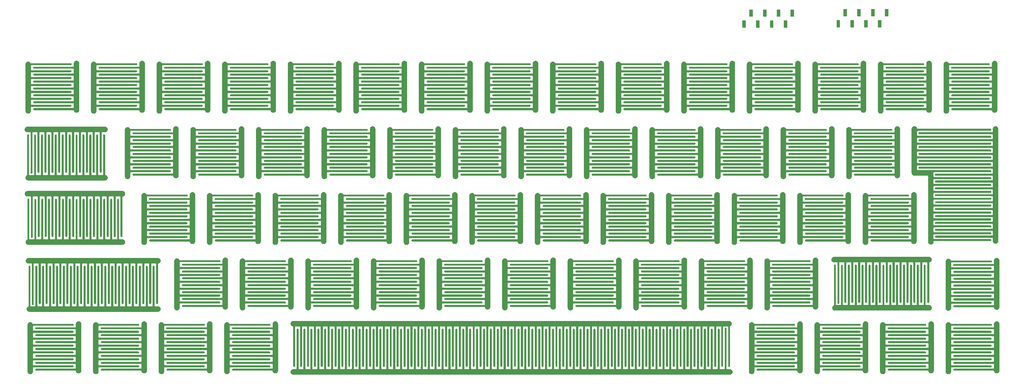
<source format=gbr>
G04 #@! TF.GenerationSoftware,KiCad,Pcbnew,5.1.5+dfsg1-2build2*
G04 #@! TF.CreationDate,2024-05-31T17:47:09+01:00*
G04 #@! TF.ProjectId,membrane1,6d656d62-7261-46e6-9531-2e6b69636164,rev?*
G04 #@! TF.SameCoordinates,Original*
G04 #@! TF.FileFunction,Soldermask,Top*
G04 #@! TF.FilePolarity,Negative*
%FSLAX46Y46*%
G04 Gerber Fmt 4.6, Leading zero omitted, Abs format (unit mm)*
G04 Created by KiCad (PCBNEW 5.1.5+dfsg1-2build2) date 2024-05-31 17:47:09*
%MOMM*%
%LPD*%
G04 APERTURE LIST*
%ADD10C,0.100000*%
G04 APERTURE END LIST*
D10*
G36*
X274259999Y-180199737D02*
G01*
X274269608Y-180202652D01*
X274278472Y-180207390D01*
X274286237Y-180213763D01*
X274292610Y-180221528D01*
X274297348Y-180230392D01*
X274300263Y-180240001D01*
X274301852Y-180256140D01*
X274301852Y-192073149D01*
X274304254Y-192097535D01*
X274311367Y-192120984D01*
X274322918Y-192142595D01*
X274338463Y-192161537D01*
X274357405Y-192177082D01*
X274379016Y-192188633D01*
X274402465Y-192195746D01*
X274426851Y-192198148D01*
X275299902Y-192198148D01*
X275300494Y-192198150D01*
X275307559Y-192198199D01*
X275319506Y-192198909D01*
X275455634Y-192214178D01*
X275477442Y-192218813D01*
X275605310Y-192259375D01*
X275625793Y-192268155D01*
X275743343Y-192332779D01*
X275761744Y-192345378D01*
X275864497Y-192431597D01*
X275880100Y-192447530D01*
X275964151Y-192552070D01*
X275976360Y-192570728D01*
X276038507Y-192689603D01*
X276046858Y-192710271D01*
X276084731Y-192838957D01*
X276088908Y-192860855D01*
X276101066Y-192994443D01*
X276100911Y-193016738D01*
X276086888Y-193150146D01*
X276082406Y-193171982D01*
X276042738Y-193300131D01*
X276034099Y-193320680D01*
X275970299Y-193438677D01*
X275957832Y-193457160D01*
X275872328Y-193560517D01*
X275856509Y-193576226D01*
X275752559Y-193661006D01*
X275733984Y-193673347D01*
X275615551Y-193736319D01*
X275594931Y-193744818D01*
X275466515Y-193783588D01*
X275444650Y-193787918D01*
X275308113Y-193801306D01*
X275296941Y-193801852D01*
X148800098Y-193801852D01*
X148799506Y-193801850D01*
X148792441Y-193801801D01*
X148780494Y-193801091D01*
X148644366Y-193785822D01*
X148622558Y-193781187D01*
X148494690Y-193740625D01*
X148474207Y-193731845D01*
X148356657Y-193667221D01*
X148338256Y-193654622D01*
X148235503Y-193568403D01*
X148219900Y-193552470D01*
X148135849Y-193447930D01*
X148123640Y-193429272D01*
X148061493Y-193310397D01*
X148053142Y-193289729D01*
X148015269Y-193161043D01*
X148011092Y-193139145D01*
X147998934Y-193005557D01*
X147999089Y-192983262D01*
X148013112Y-192849854D01*
X148017594Y-192828018D01*
X148057262Y-192699869D01*
X148065901Y-192679320D01*
X148129701Y-192561323D01*
X148142168Y-192542840D01*
X148227672Y-192439483D01*
X148243491Y-192423774D01*
X148347441Y-192338994D01*
X148366016Y-192326653D01*
X148484449Y-192263681D01*
X148505069Y-192255182D01*
X148633485Y-192216412D01*
X148655350Y-192212082D01*
X148791887Y-192198694D01*
X148803059Y-192198148D01*
X149623149Y-192198148D01*
X149647535Y-192195746D01*
X149670984Y-192188633D01*
X149692595Y-192177082D01*
X149711537Y-192161537D01*
X149727082Y-192142595D01*
X149738633Y-192120984D01*
X149745746Y-192097535D01*
X149748148Y-192073149D01*
X149748148Y-180750000D01*
X149748150Y-180749496D01*
X149748151Y-180749422D01*
X149748859Y-180737480D01*
X149753253Y-180698312D01*
X149757885Y-180676521D01*
X149768941Y-180641669D01*
X149777726Y-180621172D01*
X149795336Y-180589140D01*
X149807932Y-180570745D01*
X149831438Y-180542730D01*
X149847356Y-180527142D01*
X149875854Y-180504229D01*
X149894505Y-180492024D01*
X149926906Y-180475085D01*
X149947575Y-180466734D01*
X149982648Y-180456412D01*
X150004537Y-180452237D01*
X150040962Y-180448922D01*
X150063248Y-180449077D01*
X150099608Y-180452899D01*
X150121441Y-180457380D01*
X150156377Y-180468195D01*
X150176921Y-180476830D01*
X150209081Y-180494220D01*
X150227558Y-180506683D01*
X150255732Y-180529990D01*
X150271440Y-180545808D01*
X150294551Y-180574145D01*
X150306880Y-180592702D01*
X150324052Y-180624996D01*
X150332542Y-180645595D01*
X150343112Y-180680604D01*
X150347441Y-180702466D01*
X150351305Y-180741885D01*
X150351852Y-180753059D01*
X150351852Y-192073149D01*
X150354254Y-192097535D01*
X150361367Y-192120984D01*
X150372918Y-192142595D01*
X150388463Y-192161537D01*
X150407405Y-192177082D01*
X150429016Y-192188633D01*
X150452465Y-192195746D01*
X150476851Y-192198148D01*
X151623149Y-192198148D01*
X151647535Y-192195746D01*
X151670984Y-192188633D01*
X151692595Y-192177082D01*
X151711537Y-192161537D01*
X151727082Y-192142595D01*
X151738633Y-192120984D01*
X151745746Y-192097535D01*
X151748148Y-192073149D01*
X151748148Y-180750000D01*
X151748150Y-180749496D01*
X151748151Y-180749422D01*
X151748859Y-180737480D01*
X151753253Y-180698312D01*
X151757885Y-180676521D01*
X151768941Y-180641669D01*
X151777726Y-180621172D01*
X151795336Y-180589140D01*
X151807932Y-180570745D01*
X151831438Y-180542730D01*
X151847356Y-180527142D01*
X151875854Y-180504229D01*
X151894505Y-180492024D01*
X151926906Y-180475085D01*
X151947575Y-180466734D01*
X151982648Y-180456412D01*
X152004537Y-180452237D01*
X152040962Y-180448922D01*
X152063248Y-180449077D01*
X152099608Y-180452899D01*
X152121441Y-180457380D01*
X152156377Y-180468195D01*
X152176921Y-180476830D01*
X152209081Y-180494220D01*
X152227558Y-180506683D01*
X152255732Y-180529990D01*
X152271440Y-180545808D01*
X152294551Y-180574145D01*
X152306880Y-180592702D01*
X152324052Y-180624996D01*
X152332542Y-180645595D01*
X152343112Y-180680604D01*
X152347441Y-180702466D01*
X152351305Y-180741885D01*
X152351852Y-180753059D01*
X152351852Y-192073149D01*
X152354254Y-192097535D01*
X152361367Y-192120984D01*
X152372918Y-192142595D01*
X152388463Y-192161537D01*
X152407405Y-192177082D01*
X152429016Y-192188633D01*
X152452465Y-192195746D01*
X152476851Y-192198148D01*
X153623149Y-192198148D01*
X153647535Y-192195746D01*
X153670984Y-192188633D01*
X153692595Y-192177082D01*
X153711537Y-192161537D01*
X153727082Y-192142595D01*
X153738633Y-192120984D01*
X153745746Y-192097535D01*
X153748148Y-192073149D01*
X153748148Y-180750000D01*
X153748150Y-180749496D01*
X153748151Y-180749422D01*
X153748859Y-180737480D01*
X153753253Y-180698312D01*
X153757885Y-180676521D01*
X153768941Y-180641669D01*
X153777726Y-180621172D01*
X153795336Y-180589140D01*
X153807932Y-180570745D01*
X153831438Y-180542730D01*
X153847356Y-180527142D01*
X153875854Y-180504229D01*
X153894505Y-180492024D01*
X153926906Y-180475085D01*
X153947575Y-180466734D01*
X153982648Y-180456412D01*
X154004537Y-180452237D01*
X154040962Y-180448922D01*
X154063248Y-180449077D01*
X154099608Y-180452899D01*
X154121441Y-180457380D01*
X154156377Y-180468195D01*
X154176921Y-180476830D01*
X154209081Y-180494220D01*
X154227558Y-180506683D01*
X154255732Y-180529990D01*
X154271440Y-180545808D01*
X154294551Y-180574145D01*
X154306880Y-180592702D01*
X154324052Y-180624996D01*
X154332542Y-180645595D01*
X154343112Y-180680604D01*
X154347441Y-180702466D01*
X154351305Y-180741885D01*
X154351852Y-180753059D01*
X154351852Y-192073149D01*
X154354254Y-192097535D01*
X154361367Y-192120984D01*
X154372918Y-192142595D01*
X154388463Y-192161537D01*
X154407405Y-192177082D01*
X154429016Y-192188633D01*
X154452465Y-192195746D01*
X154476851Y-192198148D01*
X155623149Y-192198148D01*
X155647535Y-192195746D01*
X155670984Y-192188633D01*
X155692595Y-192177082D01*
X155711537Y-192161537D01*
X155727082Y-192142595D01*
X155738633Y-192120984D01*
X155745746Y-192097535D01*
X155748148Y-192073149D01*
X155748148Y-180750000D01*
X155748150Y-180749496D01*
X155748151Y-180749422D01*
X155748859Y-180737480D01*
X155753253Y-180698312D01*
X155757885Y-180676521D01*
X155768941Y-180641669D01*
X155777726Y-180621172D01*
X155795336Y-180589140D01*
X155807932Y-180570745D01*
X155831438Y-180542730D01*
X155847356Y-180527142D01*
X155875854Y-180504229D01*
X155894505Y-180492024D01*
X155926906Y-180475085D01*
X155947575Y-180466734D01*
X155982648Y-180456412D01*
X156004537Y-180452237D01*
X156040962Y-180448922D01*
X156063248Y-180449077D01*
X156099608Y-180452899D01*
X156121441Y-180457380D01*
X156156377Y-180468195D01*
X156176921Y-180476830D01*
X156209081Y-180494220D01*
X156227558Y-180506683D01*
X156255732Y-180529990D01*
X156271440Y-180545808D01*
X156294551Y-180574145D01*
X156306880Y-180592702D01*
X156324052Y-180624996D01*
X156332542Y-180645595D01*
X156343112Y-180680604D01*
X156347441Y-180702466D01*
X156351305Y-180741885D01*
X156351852Y-180753059D01*
X156351852Y-192073149D01*
X156354254Y-192097535D01*
X156361367Y-192120984D01*
X156372918Y-192142595D01*
X156388463Y-192161537D01*
X156407405Y-192177082D01*
X156429016Y-192188633D01*
X156452465Y-192195746D01*
X156476851Y-192198148D01*
X157623149Y-192198148D01*
X157647535Y-192195746D01*
X157670984Y-192188633D01*
X157692595Y-192177082D01*
X157711537Y-192161537D01*
X157727082Y-192142595D01*
X157738633Y-192120984D01*
X157745746Y-192097535D01*
X157748148Y-192073149D01*
X157748148Y-180750000D01*
X157748150Y-180749496D01*
X157748151Y-180749422D01*
X157748859Y-180737480D01*
X157753253Y-180698312D01*
X157757885Y-180676521D01*
X157768941Y-180641669D01*
X157777726Y-180621172D01*
X157795336Y-180589140D01*
X157807932Y-180570745D01*
X157831438Y-180542730D01*
X157847356Y-180527142D01*
X157875854Y-180504229D01*
X157894505Y-180492024D01*
X157926906Y-180475085D01*
X157947575Y-180466734D01*
X157982648Y-180456412D01*
X158004537Y-180452237D01*
X158040962Y-180448922D01*
X158063248Y-180449077D01*
X158099608Y-180452899D01*
X158121441Y-180457380D01*
X158156377Y-180468195D01*
X158176921Y-180476830D01*
X158209081Y-180494220D01*
X158227558Y-180506683D01*
X158255732Y-180529990D01*
X158271440Y-180545808D01*
X158294551Y-180574145D01*
X158306880Y-180592702D01*
X158324052Y-180624996D01*
X158332542Y-180645595D01*
X158343112Y-180680604D01*
X158347441Y-180702466D01*
X158351305Y-180741885D01*
X158351852Y-180753059D01*
X158351852Y-192073149D01*
X158354254Y-192097535D01*
X158361367Y-192120984D01*
X158372918Y-192142595D01*
X158388463Y-192161537D01*
X158407405Y-192177082D01*
X158429016Y-192188633D01*
X158452465Y-192195746D01*
X158476851Y-192198148D01*
X159623149Y-192198148D01*
X159647535Y-192195746D01*
X159670984Y-192188633D01*
X159692595Y-192177082D01*
X159711537Y-192161537D01*
X159727082Y-192142595D01*
X159738633Y-192120984D01*
X159745746Y-192097535D01*
X159748148Y-192073149D01*
X159748148Y-180750000D01*
X159748150Y-180749496D01*
X159748151Y-180749422D01*
X159748859Y-180737480D01*
X159753253Y-180698312D01*
X159757885Y-180676521D01*
X159768941Y-180641669D01*
X159777726Y-180621172D01*
X159795336Y-180589140D01*
X159807932Y-180570745D01*
X159831438Y-180542730D01*
X159847356Y-180527142D01*
X159875854Y-180504229D01*
X159894505Y-180492024D01*
X159926906Y-180475085D01*
X159947575Y-180466734D01*
X159982648Y-180456412D01*
X160004537Y-180452237D01*
X160040962Y-180448922D01*
X160063248Y-180449077D01*
X160099608Y-180452899D01*
X160121441Y-180457380D01*
X160156377Y-180468195D01*
X160176921Y-180476830D01*
X160209081Y-180494220D01*
X160227558Y-180506683D01*
X160255732Y-180529990D01*
X160271440Y-180545808D01*
X160294551Y-180574145D01*
X160306880Y-180592702D01*
X160324052Y-180624996D01*
X160332542Y-180645595D01*
X160343112Y-180680604D01*
X160347441Y-180702466D01*
X160351305Y-180741885D01*
X160351852Y-180753059D01*
X160351852Y-192073149D01*
X160354254Y-192097535D01*
X160361367Y-192120984D01*
X160372918Y-192142595D01*
X160388463Y-192161537D01*
X160407405Y-192177082D01*
X160429016Y-192188633D01*
X160452465Y-192195746D01*
X160476851Y-192198148D01*
X161623149Y-192198148D01*
X161647535Y-192195746D01*
X161670984Y-192188633D01*
X161692595Y-192177082D01*
X161711537Y-192161537D01*
X161727082Y-192142595D01*
X161738633Y-192120984D01*
X161745746Y-192097535D01*
X161748148Y-192073149D01*
X161748148Y-180750000D01*
X161748150Y-180749496D01*
X161748151Y-180749422D01*
X161748859Y-180737480D01*
X161753253Y-180698312D01*
X161757885Y-180676521D01*
X161768941Y-180641669D01*
X161777726Y-180621172D01*
X161795336Y-180589140D01*
X161807932Y-180570745D01*
X161831438Y-180542730D01*
X161847356Y-180527142D01*
X161875854Y-180504229D01*
X161894505Y-180492024D01*
X161926906Y-180475085D01*
X161947575Y-180466734D01*
X161982648Y-180456412D01*
X162004537Y-180452237D01*
X162040962Y-180448922D01*
X162063248Y-180449077D01*
X162099608Y-180452899D01*
X162121441Y-180457380D01*
X162156377Y-180468195D01*
X162176921Y-180476830D01*
X162209081Y-180494220D01*
X162227558Y-180506683D01*
X162255732Y-180529990D01*
X162271440Y-180545808D01*
X162294551Y-180574145D01*
X162306880Y-180592702D01*
X162324052Y-180624996D01*
X162332542Y-180645595D01*
X162343112Y-180680604D01*
X162347441Y-180702466D01*
X162351305Y-180741885D01*
X162351852Y-180753059D01*
X162351852Y-192073149D01*
X162354254Y-192097535D01*
X162361367Y-192120984D01*
X162372918Y-192142595D01*
X162388463Y-192161537D01*
X162407405Y-192177082D01*
X162429016Y-192188633D01*
X162452465Y-192195746D01*
X162476851Y-192198148D01*
X163623149Y-192198148D01*
X163647535Y-192195746D01*
X163670984Y-192188633D01*
X163692595Y-192177082D01*
X163711537Y-192161537D01*
X163727082Y-192142595D01*
X163738633Y-192120984D01*
X163745746Y-192097535D01*
X163748148Y-192073149D01*
X163748148Y-180750000D01*
X163748150Y-180749496D01*
X163748151Y-180749422D01*
X163748859Y-180737480D01*
X163753253Y-180698312D01*
X163757885Y-180676521D01*
X163768941Y-180641669D01*
X163777726Y-180621172D01*
X163795336Y-180589140D01*
X163807932Y-180570745D01*
X163831438Y-180542730D01*
X163847356Y-180527142D01*
X163875854Y-180504229D01*
X163894505Y-180492024D01*
X163926906Y-180475085D01*
X163947575Y-180466734D01*
X163982648Y-180456412D01*
X164004537Y-180452237D01*
X164040962Y-180448922D01*
X164063248Y-180449077D01*
X164099608Y-180452899D01*
X164121441Y-180457380D01*
X164156377Y-180468195D01*
X164176921Y-180476830D01*
X164209081Y-180494220D01*
X164227558Y-180506683D01*
X164255732Y-180529990D01*
X164271440Y-180545808D01*
X164294551Y-180574145D01*
X164306880Y-180592702D01*
X164324052Y-180624996D01*
X164332542Y-180645595D01*
X164343112Y-180680604D01*
X164347441Y-180702466D01*
X164351305Y-180741885D01*
X164351852Y-180753059D01*
X164351852Y-192073149D01*
X164354254Y-192097535D01*
X164361367Y-192120984D01*
X164372918Y-192142595D01*
X164388463Y-192161537D01*
X164407405Y-192177082D01*
X164429016Y-192188633D01*
X164452465Y-192195746D01*
X164476851Y-192198148D01*
X165623149Y-192198148D01*
X165647535Y-192195746D01*
X165670984Y-192188633D01*
X165692595Y-192177082D01*
X165711537Y-192161537D01*
X165727082Y-192142595D01*
X165738633Y-192120984D01*
X165745746Y-192097535D01*
X165748148Y-192073149D01*
X165748148Y-180750000D01*
X165748150Y-180749496D01*
X165748151Y-180749422D01*
X165748859Y-180737480D01*
X165753253Y-180698312D01*
X165757885Y-180676521D01*
X165768941Y-180641669D01*
X165777726Y-180621172D01*
X165795336Y-180589140D01*
X165807932Y-180570745D01*
X165831438Y-180542730D01*
X165847356Y-180527142D01*
X165875854Y-180504229D01*
X165894505Y-180492024D01*
X165926906Y-180475085D01*
X165947575Y-180466734D01*
X165982648Y-180456412D01*
X166004537Y-180452237D01*
X166040962Y-180448922D01*
X166063248Y-180449077D01*
X166099608Y-180452899D01*
X166121441Y-180457380D01*
X166156377Y-180468195D01*
X166176921Y-180476830D01*
X166209081Y-180494220D01*
X166227558Y-180506683D01*
X166255732Y-180529990D01*
X166271440Y-180545808D01*
X166294551Y-180574145D01*
X166306880Y-180592702D01*
X166324052Y-180624996D01*
X166332542Y-180645595D01*
X166343112Y-180680604D01*
X166347441Y-180702466D01*
X166351305Y-180741885D01*
X166351852Y-180753059D01*
X166351852Y-192073149D01*
X166354254Y-192097535D01*
X166361367Y-192120984D01*
X166372918Y-192142595D01*
X166388463Y-192161537D01*
X166407405Y-192177082D01*
X166429016Y-192188633D01*
X166452465Y-192195746D01*
X166476851Y-192198148D01*
X167623149Y-192198148D01*
X167647535Y-192195746D01*
X167670984Y-192188633D01*
X167692595Y-192177082D01*
X167711537Y-192161537D01*
X167727082Y-192142595D01*
X167738633Y-192120984D01*
X167745746Y-192097535D01*
X167748148Y-192073149D01*
X167748148Y-180750000D01*
X167748150Y-180749496D01*
X167748151Y-180749422D01*
X167748859Y-180737480D01*
X167753253Y-180698312D01*
X167757885Y-180676521D01*
X167768941Y-180641669D01*
X167777726Y-180621172D01*
X167795336Y-180589140D01*
X167807932Y-180570745D01*
X167831438Y-180542730D01*
X167847356Y-180527142D01*
X167875854Y-180504229D01*
X167894505Y-180492024D01*
X167926906Y-180475085D01*
X167947575Y-180466734D01*
X167982648Y-180456412D01*
X168004537Y-180452237D01*
X168040962Y-180448922D01*
X168063248Y-180449077D01*
X168099608Y-180452899D01*
X168121441Y-180457380D01*
X168156377Y-180468195D01*
X168176921Y-180476830D01*
X168209081Y-180494220D01*
X168227558Y-180506683D01*
X168255732Y-180529990D01*
X168271440Y-180545808D01*
X168294551Y-180574145D01*
X168306880Y-180592702D01*
X168324052Y-180624996D01*
X168332542Y-180645595D01*
X168343112Y-180680604D01*
X168347441Y-180702466D01*
X168351305Y-180741885D01*
X168351852Y-180753059D01*
X168351852Y-192073149D01*
X168354254Y-192097535D01*
X168361367Y-192120984D01*
X168372918Y-192142595D01*
X168388463Y-192161537D01*
X168407405Y-192177082D01*
X168429016Y-192188633D01*
X168452465Y-192195746D01*
X168476851Y-192198148D01*
X169623149Y-192198148D01*
X169647535Y-192195746D01*
X169670984Y-192188633D01*
X169692595Y-192177082D01*
X169711537Y-192161537D01*
X169727082Y-192142595D01*
X169738633Y-192120984D01*
X169745746Y-192097535D01*
X169748148Y-192073149D01*
X169748148Y-180750000D01*
X169748150Y-180749496D01*
X169748151Y-180749422D01*
X169748859Y-180737480D01*
X169753253Y-180698312D01*
X169757885Y-180676521D01*
X169768941Y-180641669D01*
X169777726Y-180621172D01*
X169795336Y-180589140D01*
X169807932Y-180570745D01*
X169831438Y-180542730D01*
X169847356Y-180527142D01*
X169875854Y-180504229D01*
X169894505Y-180492024D01*
X169926906Y-180475085D01*
X169947575Y-180466734D01*
X169982648Y-180456412D01*
X170004537Y-180452237D01*
X170040962Y-180448922D01*
X170063248Y-180449077D01*
X170099608Y-180452899D01*
X170121441Y-180457380D01*
X170156377Y-180468195D01*
X170176921Y-180476830D01*
X170209081Y-180494220D01*
X170227558Y-180506683D01*
X170255732Y-180529990D01*
X170271440Y-180545808D01*
X170294551Y-180574145D01*
X170306880Y-180592702D01*
X170324052Y-180624996D01*
X170332542Y-180645595D01*
X170343112Y-180680604D01*
X170347441Y-180702466D01*
X170351305Y-180741885D01*
X170351852Y-180753059D01*
X170351852Y-192073149D01*
X170354254Y-192097535D01*
X170361367Y-192120984D01*
X170372918Y-192142595D01*
X170388463Y-192161537D01*
X170407405Y-192177082D01*
X170429016Y-192188633D01*
X170452465Y-192195746D01*
X170476851Y-192198148D01*
X171623149Y-192198148D01*
X171647535Y-192195746D01*
X171670984Y-192188633D01*
X171692595Y-192177082D01*
X171711537Y-192161537D01*
X171727082Y-192142595D01*
X171738633Y-192120984D01*
X171745746Y-192097535D01*
X171748148Y-192073149D01*
X171748148Y-180750000D01*
X171748150Y-180749496D01*
X171748151Y-180749422D01*
X171748859Y-180737480D01*
X171753253Y-180698312D01*
X171757885Y-180676521D01*
X171768941Y-180641669D01*
X171777726Y-180621172D01*
X171795336Y-180589140D01*
X171807932Y-180570745D01*
X171831438Y-180542730D01*
X171847356Y-180527142D01*
X171875854Y-180504229D01*
X171894505Y-180492024D01*
X171926906Y-180475085D01*
X171947575Y-180466734D01*
X171982648Y-180456412D01*
X172004537Y-180452237D01*
X172040962Y-180448922D01*
X172063248Y-180449077D01*
X172099608Y-180452899D01*
X172121441Y-180457380D01*
X172156377Y-180468195D01*
X172176921Y-180476830D01*
X172209081Y-180494220D01*
X172227558Y-180506683D01*
X172255732Y-180529990D01*
X172271440Y-180545808D01*
X172294551Y-180574145D01*
X172306880Y-180592702D01*
X172324052Y-180624996D01*
X172332542Y-180645595D01*
X172343112Y-180680604D01*
X172347441Y-180702466D01*
X172351305Y-180741885D01*
X172351852Y-180753059D01*
X172351852Y-192073149D01*
X172354254Y-192097535D01*
X172361367Y-192120984D01*
X172372918Y-192142595D01*
X172388463Y-192161537D01*
X172407405Y-192177082D01*
X172429016Y-192188633D01*
X172452465Y-192195746D01*
X172476851Y-192198148D01*
X173623149Y-192198148D01*
X173647535Y-192195746D01*
X173670984Y-192188633D01*
X173692595Y-192177082D01*
X173711537Y-192161537D01*
X173727082Y-192142595D01*
X173738633Y-192120984D01*
X173745746Y-192097535D01*
X173748148Y-192073149D01*
X173748148Y-180750000D01*
X173748150Y-180749496D01*
X173748151Y-180749422D01*
X173748859Y-180737480D01*
X173753253Y-180698312D01*
X173757885Y-180676521D01*
X173768941Y-180641669D01*
X173777726Y-180621172D01*
X173795336Y-180589140D01*
X173807932Y-180570745D01*
X173831438Y-180542730D01*
X173847356Y-180527142D01*
X173875854Y-180504229D01*
X173894505Y-180492024D01*
X173926906Y-180475085D01*
X173947575Y-180466734D01*
X173982648Y-180456412D01*
X174004537Y-180452237D01*
X174040962Y-180448922D01*
X174063248Y-180449077D01*
X174099608Y-180452899D01*
X174121441Y-180457380D01*
X174156377Y-180468195D01*
X174176921Y-180476830D01*
X174209081Y-180494220D01*
X174227558Y-180506683D01*
X174255732Y-180529990D01*
X174271440Y-180545808D01*
X174294551Y-180574145D01*
X174306880Y-180592702D01*
X174324052Y-180624996D01*
X174332542Y-180645595D01*
X174343112Y-180680604D01*
X174347441Y-180702466D01*
X174351305Y-180741885D01*
X174351852Y-180753059D01*
X174351852Y-192073149D01*
X174354254Y-192097535D01*
X174361367Y-192120984D01*
X174372918Y-192142595D01*
X174388463Y-192161537D01*
X174407405Y-192177082D01*
X174429016Y-192188633D01*
X174452465Y-192195746D01*
X174476851Y-192198148D01*
X175623149Y-192198148D01*
X175647535Y-192195746D01*
X175670984Y-192188633D01*
X175692595Y-192177082D01*
X175711537Y-192161537D01*
X175727082Y-192142595D01*
X175738633Y-192120984D01*
X175745746Y-192097535D01*
X175748148Y-192073149D01*
X175748148Y-180750000D01*
X175748150Y-180749496D01*
X175748151Y-180749422D01*
X175748859Y-180737480D01*
X175753253Y-180698312D01*
X175757885Y-180676521D01*
X175768941Y-180641669D01*
X175777726Y-180621172D01*
X175795336Y-180589140D01*
X175807932Y-180570745D01*
X175831438Y-180542730D01*
X175847356Y-180527142D01*
X175875854Y-180504229D01*
X175894505Y-180492024D01*
X175926906Y-180475085D01*
X175947575Y-180466734D01*
X175982648Y-180456412D01*
X176004537Y-180452237D01*
X176040962Y-180448922D01*
X176063248Y-180449077D01*
X176099608Y-180452899D01*
X176121441Y-180457380D01*
X176156377Y-180468195D01*
X176176921Y-180476830D01*
X176209081Y-180494220D01*
X176227558Y-180506683D01*
X176255732Y-180529990D01*
X176271440Y-180545808D01*
X176294551Y-180574145D01*
X176306880Y-180592702D01*
X176324052Y-180624996D01*
X176332542Y-180645595D01*
X176343112Y-180680604D01*
X176347441Y-180702466D01*
X176351305Y-180741885D01*
X176351852Y-180753059D01*
X176351852Y-192073149D01*
X176354254Y-192097535D01*
X176361367Y-192120984D01*
X176372918Y-192142595D01*
X176388463Y-192161537D01*
X176407405Y-192177082D01*
X176429016Y-192188633D01*
X176452465Y-192195746D01*
X176476851Y-192198148D01*
X177623149Y-192198148D01*
X177647535Y-192195746D01*
X177670984Y-192188633D01*
X177692595Y-192177082D01*
X177711537Y-192161537D01*
X177727082Y-192142595D01*
X177738633Y-192120984D01*
X177745746Y-192097535D01*
X177748148Y-192073149D01*
X177748148Y-180750000D01*
X177748150Y-180749496D01*
X177748151Y-180749422D01*
X177748859Y-180737480D01*
X177753253Y-180698312D01*
X177757885Y-180676521D01*
X177768941Y-180641669D01*
X177777726Y-180621172D01*
X177795336Y-180589140D01*
X177807932Y-180570745D01*
X177831438Y-180542730D01*
X177847356Y-180527142D01*
X177875854Y-180504229D01*
X177894505Y-180492024D01*
X177926906Y-180475085D01*
X177947575Y-180466734D01*
X177982648Y-180456412D01*
X178004537Y-180452237D01*
X178040962Y-180448922D01*
X178063248Y-180449077D01*
X178099608Y-180452899D01*
X178121441Y-180457380D01*
X178156377Y-180468195D01*
X178176921Y-180476830D01*
X178209081Y-180494220D01*
X178227558Y-180506683D01*
X178255732Y-180529990D01*
X178271440Y-180545808D01*
X178294551Y-180574145D01*
X178306880Y-180592702D01*
X178324052Y-180624996D01*
X178332542Y-180645595D01*
X178343112Y-180680604D01*
X178347441Y-180702466D01*
X178351305Y-180741885D01*
X178351852Y-180753059D01*
X178351852Y-192073149D01*
X178354254Y-192097535D01*
X178361367Y-192120984D01*
X178372918Y-192142595D01*
X178388463Y-192161537D01*
X178407405Y-192177082D01*
X178429016Y-192188633D01*
X178452465Y-192195746D01*
X178476851Y-192198148D01*
X179623149Y-192198148D01*
X179647535Y-192195746D01*
X179670984Y-192188633D01*
X179692595Y-192177082D01*
X179711537Y-192161537D01*
X179727082Y-192142595D01*
X179738633Y-192120984D01*
X179745746Y-192097535D01*
X179748148Y-192073149D01*
X179748148Y-180750000D01*
X179748150Y-180749496D01*
X179748151Y-180749422D01*
X179748859Y-180737480D01*
X179753253Y-180698312D01*
X179757885Y-180676521D01*
X179768941Y-180641669D01*
X179777726Y-180621172D01*
X179795336Y-180589140D01*
X179807932Y-180570745D01*
X179831438Y-180542730D01*
X179847356Y-180527142D01*
X179875854Y-180504229D01*
X179894505Y-180492024D01*
X179926906Y-180475085D01*
X179947575Y-180466734D01*
X179982648Y-180456412D01*
X180004537Y-180452237D01*
X180040962Y-180448922D01*
X180063248Y-180449077D01*
X180099608Y-180452899D01*
X180121441Y-180457380D01*
X180156377Y-180468195D01*
X180176921Y-180476830D01*
X180209081Y-180494220D01*
X180227558Y-180506683D01*
X180255732Y-180529990D01*
X180271440Y-180545808D01*
X180294551Y-180574145D01*
X180306880Y-180592702D01*
X180324052Y-180624996D01*
X180332542Y-180645595D01*
X180343112Y-180680604D01*
X180347441Y-180702466D01*
X180351305Y-180741885D01*
X180351852Y-180753059D01*
X180351852Y-192073149D01*
X180354254Y-192097535D01*
X180361367Y-192120984D01*
X180372918Y-192142595D01*
X180388463Y-192161537D01*
X180407405Y-192177082D01*
X180429016Y-192188633D01*
X180452465Y-192195746D01*
X180476851Y-192198148D01*
X181623149Y-192198148D01*
X181647535Y-192195746D01*
X181670984Y-192188633D01*
X181692595Y-192177082D01*
X181711537Y-192161537D01*
X181727082Y-192142595D01*
X181738633Y-192120984D01*
X181745746Y-192097535D01*
X181748148Y-192073149D01*
X181748148Y-180750000D01*
X181748150Y-180749496D01*
X181748151Y-180749422D01*
X181748859Y-180737480D01*
X181753253Y-180698312D01*
X181757885Y-180676521D01*
X181768941Y-180641669D01*
X181777726Y-180621172D01*
X181795336Y-180589140D01*
X181807932Y-180570745D01*
X181831438Y-180542730D01*
X181847356Y-180527142D01*
X181875854Y-180504229D01*
X181894505Y-180492024D01*
X181926906Y-180475085D01*
X181947575Y-180466734D01*
X181982648Y-180456412D01*
X182004537Y-180452237D01*
X182040962Y-180448922D01*
X182063248Y-180449077D01*
X182099608Y-180452899D01*
X182121441Y-180457380D01*
X182156377Y-180468195D01*
X182176921Y-180476830D01*
X182209081Y-180494220D01*
X182227558Y-180506683D01*
X182255732Y-180529990D01*
X182271440Y-180545808D01*
X182294551Y-180574145D01*
X182306880Y-180592702D01*
X182324052Y-180624996D01*
X182332542Y-180645595D01*
X182343112Y-180680604D01*
X182347441Y-180702466D01*
X182351305Y-180741885D01*
X182351852Y-180753059D01*
X182351852Y-192073149D01*
X182354254Y-192097535D01*
X182361367Y-192120984D01*
X182372918Y-192142595D01*
X182388463Y-192161537D01*
X182407405Y-192177082D01*
X182429016Y-192188633D01*
X182452465Y-192195746D01*
X182476851Y-192198148D01*
X183623149Y-192198148D01*
X183647535Y-192195746D01*
X183670984Y-192188633D01*
X183692595Y-192177082D01*
X183711537Y-192161537D01*
X183727082Y-192142595D01*
X183738633Y-192120984D01*
X183745746Y-192097535D01*
X183748148Y-192073149D01*
X183748148Y-180750000D01*
X183748150Y-180749496D01*
X183748151Y-180749422D01*
X183748859Y-180737480D01*
X183753253Y-180698312D01*
X183757885Y-180676521D01*
X183768941Y-180641669D01*
X183777726Y-180621172D01*
X183795336Y-180589140D01*
X183807932Y-180570745D01*
X183831438Y-180542730D01*
X183847356Y-180527142D01*
X183875854Y-180504229D01*
X183894505Y-180492024D01*
X183926906Y-180475085D01*
X183947575Y-180466734D01*
X183982648Y-180456412D01*
X184004537Y-180452237D01*
X184040962Y-180448922D01*
X184063248Y-180449077D01*
X184099608Y-180452899D01*
X184121441Y-180457380D01*
X184156377Y-180468195D01*
X184176921Y-180476830D01*
X184209081Y-180494220D01*
X184227558Y-180506683D01*
X184255732Y-180529990D01*
X184271440Y-180545808D01*
X184294551Y-180574145D01*
X184306880Y-180592702D01*
X184324052Y-180624996D01*
X184332542Y-180645595D01*
X184343112Y-180680604D01*
X184347441Y-180702466D01*
X184351305Y-180741885D01*
X184351852Y-180753059D01*
X184351852Y-192073149D01*
X184354254Y-192097535D01*
X184361367Y-192120984D01*
X184372918Y-192142595D01*
X184388463Y-192161537D01*
X184407405Y-192177082D01*
X184429016Y-192188633D01*
X184452465Y-192195746D01*
X184476851Y-192198148D01*
X185623149Y-192198148D01*
X185647535Y-192195746D01*
X185670984Y-192188633D01*
X185692595Y-192177082D01*
X185711537Y-192161537D01*
X185727082Y-192142595D01*
X185738633Y-192120984D01*
X185745746Y-192097535D01*
X185748148Y-192073149D01*
X185748148Y-180750000D01*
X185748150Y-180749496D01*
X185748151Y-180749422D01*
X185748859Y-180737480D01*
X185753253Y-180698312D01*
X185757885Y-180676521D01*
X185768941Y-180641669D01*
X185777726Y-180621172D01*
X185795336Y-180589140D01*
X185807932Y-180570745D01*
X185831438Y-180542730D01*
X185847356Y-180527142D01*
X185875854Y-180504229D01*
X185894505Y-180492024D01*
X185926906Y-180475085D01*
X185947575Y-180466734D01*
X185982648Y-180456412D01*
X186004537Y-180452237D01*
X186040962Y-180448922D01*
X186063248Y-180449077D01*
X186099608Y-180452899D01*
X186121441Y-180457380D01*
X186156377Y-180468195D01*
X186176921Y-180476830D01*
X186209081Y-180494220D01*
X186227558Y-180506683D01*
X186255732Y-180529990D01*
X186271440Y-180545808D01*
X186294551Y-180574145D01*
X186306880Y-180592702D01*
X186324052Y-180624996D01*
X186332542Y-180645595D01*
X186343112Y-180680604D01*
X186347441Y-180702466D01*
X186351305Y-180741885D01*
X186351852Y-180753059D01*
X186351852Y-192073149D01*
X186354254Y-192097535D01*
X186361367Y-192120984D01*
X186372918Y-192142595D01*
X186388463Y-192161537D01*
X186407405Y-192177082D01*
X186429016Y-192188633D01*
X186452465Y-192195746D01*
X186476851Y-192198148D01*
X187623149Y-192198148D01*
X187647535Y-192195746D01*
X187670984Y-192188633D01*
X187692595Y-192177082D01*
X187711537Y-192161537D01*
X187727082Y-192142595D01*
X187738633Y-192120984D01*
X187745746Y-192097535D01*
X187748148Y-192073149D01*
X187748148Y-180750000D01*
X187748150Y-180749496D01*
X187748151Y-180749422D01*
X187748859Y-180737480D01*
X187753253Y-180698312D01*
X187757885Y-180676521D01*
X187768941Y-180641669D01*
X187777726Y-180621172D01*
X187795336Y-180589140D01*
X187807932Y-180570745D01*
X187831438Y-180542730D01*
X187847356Y-180527142D01*
X187875854Y-180504229D01*
X187894505Y-180492024D01*
X187926906Y-180475085D01*
X187947575Y-180466734D01*
X187982648Y-180456412D01*
X188004537Y-180452237D01*
X188040962Y-180448922D01*
X188063248Y-180449077D01*
X188099608Y-180452899D01*
X188121441Y-180457380D01*
X188156377Y-180468195D01*
X188176921Y-180476830D01*
X188209081Y-180494220D01*
X188227558Y-180506683D01*
X188255732Y-180529990D01*
X188271440Y-180545808D01*
X188294551Y-180574145D01*
X188306880Y-180592702D01*
X188324052Y-180624996D01*
X188332542Y-180645595D01*
X188343112Y-180680604D01*
X188347441Y-180702466D01*
X188351305Y-180741885D01*
X188351852Y-180753059D01*
X188351852Y-192073149D01*
X188354254Y-192097535D01*
X188361367Y-192120984D01*
X188372918Y-192142595D01*
X188388463Y-192161537D01*
X188407405Y-192177082D01*
X188429016Y-192188633D01*
X188452465Y-192195746D01*
X188476851Y-192198148D01*
X189623149Y-192198148D01*
X189647535Y-192195746D01*
X189670984Y-192188633D01*
X189692595Y-192177082D01*
X189711537Y-192161537D01*
X189727082Y-192142595D01*
X189738633Y-192120984D01*
X189745746Y-192097535D01*
X189748148Y-192073149D01*
X189748148Y-180750000D01*
X189748150Y-180749496D01*
X189748151Y-180749422D01*
X189748859Y-180737480D01*
X189753253Y-180698312D01*
X189757885Y-180676521D01*
X189768941Y-180641669D01*
X189777726Y-180621172D01*
X189795336Y-180589140D01*
X189807932Y-180570745D01*
X189831438Y-180542730D01*
X189847356Y-180527142D01*
X189875854Y-180504229D01*
X189894505Y-180492024D01*
X189926906Y-180475085D01*
X189947575Y-180466734D01*
X189982648Y-180456412D01*
X190004537Y-180452237D01*
X190040962Y-180448922D01*
X190063248Y-180449077D01*
X190099608Y-180452899D01*
X190121441Y-180457380D01*
X190156377Y-180468195D01*
X190176921Y-180476830D01*
X190209081Y-180494220D01*
X190227558Y-180506683D01*
X190255732Y-180529990D01*
X190271440Y-180545808D01*
X190294551Y-180574145D01*
X190306880Y-180592702D01*
X190324052Y-180624996D01*
X190332542Y-180645595D01*
X190343112Y-180680604D01*
X190347441Y-180702466D01*
X190351305Y-180741885D01*
X190351852Y-180753059D01*
X190351852Y-192073149D01*
X190354254Y-192097535D01*
X190361367Y-192120984D01*
X190372918Y-192142595D01*
X190388463Y-192161537D01*
X190407405Y-192177082D01*
X190429016Y-192188633D01*
X190452465Y-192195746D01*
X190476851Y-192198148D01*
X191623149Y-192198148D01*
X191647535Y-192195746D01*
X191670984Y-192188633D01*
X191692595Y-192177082D01*
X191711537Y-192161537D01*
X191727082Y-192142595D01*
X191738633Y-192120984D01*
X191745746Y-192097535D01*
X191748148Y-192073149D01*
X191748148Y-180750000D01*
X191748150Y-180749496D01*
X191748151Y-180749422D01*
X191748859Y-180737480D01*
X191753253Y-180698312D01*
X191757885Y-180676521D01*
X191768941Y-180641669D01*
X191777726Y-180621172D01*
X191795336Y-180589140D01*
X191807932Y-180570745D01*
X191831438Y-180542730D01*
X191847356Y-180527142D01*
X191875854Y-180504229D01*
X191894505Y-180492024D01*
X191926906Y-180475085D01*
X191947575Y-180466734D01*
X191982648Y-180456412D01*
X192004537Y-180452237D01*
X192040962Y-180448922D01*
X192063248Y-180449077D01*
X192099608Y-180452899D01*
X192121441Y-180457380D01*
X192156377Y-180468195D01*
X192176921Y-180476830D01*
X192209081Y-180494220D01*
X192227558Y-180506683D01*
X192255732Y-180529990D01*
X192271440Y-180545808D01*
X192294551Y-180574145D01*
X192306880Y-180592702D01*
X192324052Y-180624996D01*
X192332542Y-180645595D01*
X192343112Y-180680604D01*
X192347441Y-180702466D01*
X192351305Y-180741885D01*
X192351852Y-180753059D01*
X192351852Y-192073149D01*
X192354254Y-192097535D01*
X192361367Y-192120984D01*
X192372918Y-192142595D01*
X192388463Y-192161537D01*
X192407405Y-192177082D01*
X192429016Y-192188633D01*
X192452465Y-192195746D01*
X192476851Y-192198148D01*
X193623149Y-192198148D01*
X193647535Y-192195746D01*
X193670984Y-192188633D01*
X193692595Y-192177082D01*
X193711537Y-192161537D01*
X193727082Y-192142595D01*
X193738633Y-192120984D01*
X193745746Y-192097535D01*
X193748148Y-192073149D01*
X193748148Y-180750000D01*
X193748150Y-180749496D01*
X193748151Y-180749422D01*
X193748859Y-180737480D01*
X193753253Y-180698312D01*
X193757885Y-180676521D01*
X193768941Y-180641669D01*
X193777726Y-180621172D01*
X193795336Y-180589140D01*
X193807932Y-180570745D01*
X193831438Y-180542730D01*
X193847356Y-180527142D01*
X193875854Y-180504229D01*
X193894505Y-180492024D01*
X193926906Y-180475085D01*
X193947575Y-180466734D01*
X193982648Y-180456412D01*
X194004537Y-180452237D01*
X194040962Y-180448922D01*
X194063248Y-180449077D01*
X194099608Y-180452899D01*
X194121441Y-180457380D01*
X194156377Y-180468195D01*
X194176921Y-180476830D01*
X194209081Y-180494220D01*
X194227558Y-180506683D01*
X194255732Y-180529990D01*
X194271440Y-180545808D01*
X194294551Y-180574145D01*
X194306880Y-180592702D01*
X194324052Y-180624996D01*
X194332542Y-180645595D01*
X194343112Y-180680604D01*
X194347441Y-180702466D01*
X194351305Y-180741885D01*
X194351852Y-180753059D01*
X194351852Y-192073149D01*
X194354254Y-192097535D01*
X194361367Y-192120984D01*
X194372918Y-192142595D01*
X194388463Y-192161537D01*
X194407405Y-192177082D01*
X194429016Y-192188633D01*
X194452465Y-192195746D01*
X194476851Y-192198148D01*
X195623149Y-192198148D01*
X195647535Y-192195746D01*
X195670984Y-192188633D01*
X195692595Y-192177082D01*
X195711537Y-192161537D01*
X195727082Y-192142595D01*
X195738633Y-192120984D01*
X195745746Y-192097535D01*
X195748148Y-192073149D01*
X195748148Y-180750000D01*
X195748150Y-180749496D01*
X195748151Y-180749422D01*
X195748859Y-180737480D01*
X195753253Y-180698312D01*
X195757885Y-180676521D01*
X195768941Y-180641669D01*
X195777726Y-180621172D01*
X195795336Y-180589140D01*
X195807932Y-180570745D01*
X195831438Y-180542730D01*
X195847356Y-180527142D01*
X195875854Y-180504229D01*
X195894505Y-180492024D01*
X195926906Y-180475085D01*
X195947575Y-180466734D01*
X195982648Y-180456412D01*
X196004537Y-180452237D01*
X196040962Y-180448922D01*
X196063248Y-180449077D01*
X196099608Y-180452899D01*
X196121441Y-180457380D01*
X196156377Y-180468195D01*
X196176921Y-180476830D01*
X196209081Y-180494220D01*
X196227558Y-180506683D01*
X196255732Y-180529990D01*
X196271440Y-180545808D01*
X196294551Y-180574145D01*
X196306880Y-180592702D01*
X196324052Y-180624996D01*
X196332542Y-180645595D01*
X196343112Y-180680604D01*
X196347441Y-180702466D01*
X196351305Y-180741885D01*
X196351852Y-180753059D01*
X196351852Y-192073149D01*
X196354254Y-192097535D01*
X196361367Y-192120984D01*
X196372918Y-192142595D01*
X196388463Y-192161537D01*
X196407405Y-192177082D01*
X196429016Y-192188633D01*
X196452465Y-192195746D01*
X196476851Y-192198148D01*
X197623149Y-192198148D01*
X197647535Y-192195746D01*
X197670984Y-192188633D01*
X197692595Y-192177082D01*
X197711537Y-192161537D01*
X197727082Y-192142595D01*
X197738633Y-192120984D01*
X197745746Y-192097535D01*
X197748148Y-192073149D01*
X197748148Y-180750000D01*
X197748150Y-180749496D01*
X197748151Y-180749422D01*
X197748859Y-180737480D01*
X197753253Y-180698312D01*
X197757885Y-180676521D01*
X197768941Y-180641669D01*
X197777726Y-180621172D01*
X197795336Y-180589140D01*
X197807932Y-180570745D01*
X197831438Y-180542730D01*
X197847356Y-180527142D01*
X197875854Y-180504229D01*
X197894505Y-180492024D01*
X197926906Y-180475085D01*
X197947575Y-180466734D01*
X197982648Y-180456412D01*
X198004537Y-180452237D01*
X198040962Y-180448922D01*
X198063248Y-180449077D01*
X198099608Y-180452899D01*
X198121441Y-180457380D01*
X198156377Y-180468195D01*
X198176921Y-180476830D01*
X198209081Y-180494220D01*
X198227558Y-180506683D01*
X198255732Y-180529990D01*
X198271440Y-180545808D01*
X198294551Y-180574145D01*
X198306880Y-180592702D01*
X198324052Y-180624996D01*
X198332542Y-180645595D01*
X198343112Y-180680604D01*
X198347441Y-180702466D01*
X198351305Y-180741885D01*
X198351852Y-180753059D01*
X198351852Y-192073149D01*
X198354254Y-192097535D01*
X198361367Y-192120984D01*
X198372918Y-192142595D01*
X198388463Y-192161537D01*
X198407405Y-192177082D01*
X198429016Y-192188633D01*
X198452465Y-192195746D01*
X198476851Y-192198148D01*
X199623149Y-192198148D01*
X199647535Y-192195746D01*
X199670984Y-192188633D01*
X199692595Y-192177082D01*
X199711537Y-192161537D01*
X199727082Y-192142595D01*
X199738633Y-192120984D01*
X199745746Y-192097535D01*
X199748148Y-192073149D01*
X199748148Y-180750000D01*
X199748150Y-180749496D01*
X199748151Y-180749422D01*
X199748859Y-180737480D01*
X199753253Y-180698312D01*
X199757885Y-180676521D01*
X199768941Y-180641669D01*
X199777726Y-180621172D01*
X199795336Y-180589140D01*
X199807932Y-180570745D01*
X199831438Y-180542730D01*
X199847356Y-180527142D01*
X199875854Y-180504229D01*
X199894505Y-180492024D01*
X199926906Y-180475085D01*
X199947575Y-180466734D01*
X199982648Y-180456412D01*
X200004537Y-180452237D01*
X200040962Y-180448922D01*
X200063248Y-180449077D01*
X200099608Y-180452899D01*
X200121441Y-180457380D01*
X200156377Y-180468195D01*
X200176921Y-180476830D01*
X200209081Y-180494220D01*
X200227558Y-180506683D01*
X200255732Y-180529990D01*
X200271440Y-180545808D01*
X200294551Y-180574145D01*
X200306880Y-180592702D01*
X200324052Y-180624996D01*
X200332542Y-180645595D01*
X200343112Y-180680604D01*
X200347441Y-180702466D01*
X200351305Y-180741885D01*
X200351852Y-180753059D01*
X200351852Y-192073149D01*
X200354254Y-192097535D01*
X200361367Y-192120984D01*
X200372918Y-192142595D01*
X200388463Y-192161537D01*
X200407405Y-192177082D01*
X200429016Y-192188633D01*
X200452465Y-192195746D01*
X200476851Y-192198148D01*
X201623149Y-192198148D01*
X201647535Y-192195746D01*
X201670984Y-192188633D01*
X201692595Y-192177082D01*
X201711537Y-192161537D01*
X201727082Y-192142595D01*
X201738633Y-192120984D01*
X201745746Y-192097535D01*
X201748148Y-192073149D01*
X201748148Y-180750000D01*
X201748150Y-180749496D01*
X201748151Y-180749422D01*
X201748859Y-180737480D01*
X201753253Y-180698312D01*
X201757885Y-180676521D01*
X201768941Y-180641669D01*
X201777726Y-180621172D01*
X201795336Y-180589140D01*
X201807932Y-180570745D01*
X201831438Y-180542730D01*
X201847356Y-180527142D01*
X201875854Y-180504229D01*
X201894505Y-180492024D01*
X201926906Y-180475085D01*
X201947575Y-180466734D01*
X201982648Y-180456412D01*
X202004537Y-180452237D01*
X202040962Y-180448922D01*
X202063248Y-180449077D01*
X202099608Y-180452899D01*
X202121441Y-180457380D01*
X202156377Y-180468195D01*
X202176921Y-180476830D01*
X202209081Y-180494220D01*
X202227558Y-180506683D01*
X202255732Y-180529990D01*
X202271440Y-180545808D01*
X202294551Y-180574145D01*
X202306880Y-180592702D01*
X202324052Y-180624996D01*
X202332542Y-180645595D01*
X202343112Y-180680604D01*
X202347441Y-180702466D01*
X202351305Y-180741885D01*
X202351852Y-180753059D01*
X202351852Y-192073149D01*
X202354254Y-192097535D01*
X202361367Y-192120984D01*
X202372918Y-192142595D01*
X202388463Y-192161537D01*
X202407405Y-192177082D01*
X202429016Y-192188633D01*
X202452465Y-192195746D01*
X202476851Y-192198148D01*
X203623149Y-192198148D01*
X203647535Y-192195746D01*
X203670984Y-192188633D01*
X203692595Y-192177082D01*
X203711537Y-192161537D01*
X203727082Y-192142595D01*
X203738633Y-192120984D01*
X203745746Y-192097535D01*
X203748148Y-192073149D01*
X203748148Y-180750000D01*
X203748150Y-180749496D01*
X203748151Y-180749422D01*
X203748859Y-180737480D01*
X203753253Y-180698312D01*
X203757885Y-180676521D01*
X203768941Y-180641669D01*
X203777726Y-180621172D01*
X203795336Y-180589140D01*
X203807932Y-180570745D01*
X203831438Y-180542730D01*
X203847356Y-180527142D01*
X203875854Y-180504229D01*
X203894505Y-180492024D01*
X203926906Y-180475085D01*
X203947575Y-180466734D01*
X203982648Y-180456412D01*
X204004537Y-180452237D01*
X204040962Y-180448922D01*
X204063248Y-180449077D01*
X204099608Y-180452899D01*
X204121441Y-180457380D01*
X204156377Y-180468195D01*
X204176921Y-180476830D01*
X204209081Y-180494220D01*
X204227558Y-180506683D01*
X204255732Y-180529990D01*
X204271440Y-180545808D01*
X204294551Y-180574145D01*
X204306880Y-180592702D01*
X204324052Y-180624996D01*
X204332542Y-180645595D01*
X204343112Y-180680604D01*
X204347441Y-180702466D01*
X204351305Y-180741885D01*
X204351852Y-180753059D01*
X204351852Y-192073149D01*
X204354254Y-192097535D01*
X204361367Y-192120984D01*
X204372918Y-192142595D01*
X204388463Y-192161537D01*
X204407405Y-192177082D01*
X204429016Y-192188633D01*
X204452465Y-192195746D01*
X204476851Y-192198148D01*
X205623149Y-192198148D01*
X205647535Y-192195746D01*
X205670984Y-192188633D01*
X205692595Y-192177082D01*
X205711537Y-192161537D01*
X205727082Y-192142595D01*
X205738633Y-192120984D01*
X205745746Y-192097535D01*
X205748148Y-192073149D01*
X205748148Y-180750000D01*
X205748150Y-180749496D01*
X205748151Y-180749422D01*
X205748859Y-180737480D01*
X205753253Y-180698312D01*
X205757885Y-180676521D01*
X205768941Y-180641669D01*
X205777726Y-180621172D01*
X205795336Y-180589140D01*
X205807932Y-180570745D01*
X205831438Y-180542730D01*
X205847356Y-180527142D01*
X205875854Y-180504229D01*
X205894505Y-180492024D01*
X205926906Y-180475085D01*
X205947575Y-180466734D01*
X205982648Y-180456412D01*
X206004537Y-180452237D01*
X206040962Y-180448922D01*
X206063248Y-180449077D01*
X206099608Y-180452899D01*
X206121441Y-180457380D01*
X206156377Y-180468195D01*
X206176921Y-180476830D01*
X206209081Y-180494220D01*
X206227558Y-180506683D01*
X206255732Y-180529990D01*
X206271440Y-180545808D01*
X206294551Y-180574145D01*
X206306880Y-180592702D01*
X206324052Y-180624996D01*
X206332542Y-180645595D01*
X206343112Y-180680604D01*
X206347441Y-180702466D01*
X206351305Y-180741885D01*
X206351852Y-180753059D01*
X206351852Y-192073149D01*
X206354254Y-192097535D01*
X206361367Y-192120984D01*
X206372918Y-192142595D01*
X206388463Y-192161537D01*
X206407405Y-192177082D01*
X206429016Y-192188633D01*
X206452465Y-192195746D01*
X206476851Y-192198148D01*
X207623149Y-192198148D01*
X207647535Y-192195746D01*
X207670984Y-192188633D01*
X207692595Y-192177082D01*
X207711537Y-192161537D01*
X207727082Y-192142595D01*
X207738633Y-192120984D01*
X207745746Y-192097535D01*
X207748148Y-192073149D01*
X207748148Y-180750000D01*
X207748150Y-180749496D01*
X207748151Y-180749422D01*
X207748859Y-180737480D01*
X207753253Y-180698312D01*
X207757885Y-180676521D01*
X207768941Y-180641669D01*
X207777726Y-180621172D01*
X207795336Y-180589140D01*
X207807932Y-180570745D01*
X207831438Y-180542730D01*
X207847356Y-180527142D01*
X207875854Y-180504229D01*
X207894505Y-180492024D01*
X207926906Y-180475085D01*
X207947575Y-180466734D01*
X207982648Y-180456412D01*
X208004537Y-180452237D01*
X208040962Y-180448922D01*
X208063248Y-180449077D01*
X208099608Y-180452899D01*
X208121441Y-180457380D01*
X208156377Y-180468195D01*
X208176921Y-180476830D01*
X208209081Y-180494220D01*
X208227558Y-180506683D01*
X208255732Y-180529990D01*
X208271440Y-180545808D01*
X208294551Y-180574145D01*
X208306880Y-180592702D01*
X208324052Y-180624996D01*
X208332542Y-180645595D01*
X208343112Y-180680604D01*
X208347441Y-180702466D01*
X208351305Y-180741885D01*
X208351852Y-180753059D01*
X208351852Y-192073149D01*
X208354254Y-192097535D01*
X208361367Y-192120984D01*
X208372918Y-192142595D01*
X208388463Y-192161537D01*
X208407405Y-192177082D01*
X208429016Y-192188633D01*
X208452465Y-192195746D01*
X208476851Y-192198148D01*
X209623149Y-192198148D01*
X209647535Y-192195746D01*
X209670984Y-192188633D01*
X209692595Y-192177082D01*
X209711537Y-192161537D01*
X209727082Y-192142595D01*
X209738633Y-192120984D01*
X209745746Y-192097535D01*
X209748148Y-192073149D01*
X209748148Y-180750000D01*
X209748150Y-180749496D01*
X209748151Y-180749422D01*
X209748859Y-180737480D01*
X209753253Y-180698312D01*
X209757885Y-180676521D01*
X209768941Y-180641669D01*
X209777726Y-180621172D01*
X209795336Y-180589140D01*
X209807932Y-180570745D01*
X209831438Y-180542730D01*
X209847356Y-180527142D01*
X209875854Y-180504229D01*
X209894505Y-180492024D01*
X209926906Y-180475085D01*
X209947575Y-180466734D01*
X209982648Y-180456412D01*
X210004537Y-180452237D01*
X210040962Y-180448922D01*
X210063248Y-180449077D01*
X210099608Y-180452899D01*
X210121441Y-180457380D01*
X210156377Y-180468195D01*
X210176921Y-180476830D01*
X210209081Y-180494220D01*
X210227558Y-180506683D01*
X210255732Y-180529990D01*
X210271440Y-180545808D01*
X210294551Y-180574145D01*
X210306880Y-180592702D01*
X210324052Y-180624996D01*
X210332542Y-180645595D01*
X210343112Y-180680604D01*
X210347441Y-180702466D01*
X210351305Y-180741885D01*
X210351852Y-180753059D01*
X210351852Y-192073149D01*
X210354254Y-192097535D01*
X210361367Y-192120984D01*
X210372918Y-192142595D01*
X210388463Y-192161537D01*
X210407405Y-192177082D01*
X210429016Y-192188633D01*
X210452465Y-192195746D01*
X210476851Y-192198148D01*
X211623149Y-192198148D01*
X211647535Y-192195746D01*
X211670984Y-192188633D01*
X211692595Y-192177082D01*
X211711537Y-192161537D01*
X211727082Y-192142595D01*
X211738633Y-192120984D01*
X211745746Y-192097535D01*
X211748148Y-192073149D01*
X211748148Y-180750000D01*
X211748150Y-180749496D01*
X211748151Y-180749422D01*
X211748859Y-180737480D01*
X211753253Y-180698312D01*
X211757885Y-180676521D01*
X211768941Y-180641669D01*
X211777726Y-180621172D01*
X211795336Y-180589140D01*
X211807932Y-180570745D01*
X211831438Y-180542730D01*
X211847356Y-180527142D01*
X211875854Y-180504229D01*
X211894505Y-180492024D01*
X211926906Y-180475085D01*
X211947575Y-180466734D01*
X211982648Y-180456412D01*
X212004537Y-180452237D01*
X212040962Y-180448922D01*
X212063248Y-180449077D01*
X212099608Y-180452899D01*
X212121441Y-180457380D01*
X212156377Y-180468195D01*
X212176921Y-180476830D01*
X212209081Y-180494220D01*
X212227558Y-180506683D01*
X212255732Y-180529990D01*
X212271440Y-180545808D01*
X212294551Y-180574145D01*
X212306880Y-180592702D01*
X212324052Y-180624996D01*
X212332542Y-180645595D01*
X212343112Y-180680604D01*
X212347441Y-180702466D01*
X212351305Y-180741885D01*
X212351852Y-180753059D01*
X212351852Y-192073149D01*
X212354254Y-192097535D01*
X212361367Y-192120984D01*
X212372918Y-192142595D01*
X212388463Y-192161537D01*
X212407405Y-192177082D01*
X212429016Y-192188633D01*
X212452465Y-192195746D01*
X212476851Y-192198148D01*
X213623149Y-192198148D01*
X213647535Y-192195746D01*
X213670984Y-192188633D01*
X213692595Y-192177082D01*
X213711537Y-192161537D01*
X213727082Y-192142595D01*
X213738633Y-192120984D01*
X213745746Y-192097535D01*
X213748148Y-192073149D01*
X213748148Y-180750000D01*
X213748150Y-180749496D01*
X213748151Y-180749422D01*
X213748859Y-180737480D01*
X213753253Y-180698312D01*
X213757885Y-180676521D01*
X213768941Y-180641669D01*
X213777726Y-180621172D01*
X213795336Y-180589140D01*
X213807932Y-180570745D01*
X213831438Y-180542730D01*
X213847356Y-180527142D01*
X213875854Y-180504229D01*
X213894505Y-180492024D01*
X213926906Y-180475085D01*
X213947575Y-180466734D01*
X213982648Y-180456412D01*
X214004537Y-180452237D01*
X214040962Y-180448922D01*
X214063248Y-180449077D01*
X214099608Y-180452899D01*
X214121441Y-180457380D01*
X214156377Y-180468195D01*
X214176921Y-180476830D01*
X214209081Y-180494220D01*
X214227558Y-180506683D01*
X214255732Y-180529990D01*
X214271440Y-180545808D01*
X214294551Y-180574145D01*
X214306880Y-180592702D01*
X214324052Y-180624996D01*
X214332542Y-180645595D01*
X214343112Y-180680604D01*
X214347441Y-180702466D01*
X214351305Y-180741885D01*
X214351852Y-180753059D01*
X214351852Y-192073149D01*
X214354254Y-192097535D01*
X214361367Y-192120984D01*
X214372918Y-192142595D01*
X214388463Y-192161537D01*
X214407405Y-192177082D01*
X214429016Y-192188633D01*
X214452465Y-192195746D01*
X214476851Y-192198148D01*
X215623149Y-192198148D01*
X215647535Y-192195746D01*
X215670984Y-192188633D01*
X215692595Y-192177082D01*
X215711537Y-192161537D01*
X215727082Y-192142595D01*
X215738633Y-192120984D01*
X215745746Y-192097535D01*
X215748148Y-192073149D01*
X215748148Y-180750000D01*
X215748150Y-180749496D01*
X215748151Y-180749422D01*
X215748859Y-180737480D01*
X215753253Y-180698312D01*
X215757885Y-180676521D01*
X215768941Y-180641669D01*
X215777726Y-180621172D01*
X215795336Y-180589140D01*
X215807932Y-180570745D01*
X215831438Y-180542730D01*
X215847356Y-180527142D01*
X215875854Y-180504229D01*
X215894505Y-180492024D01*
X215926906Y-180475085D01*
X215947575Y-180466734D01*
X215982648Y-180456412D01*
X216004537Y-180452237D01*
X216040962Y-180448922D01*
X216063248Y-180449077D01*
X216099608Y-180452899D01*
X216121441Y-180457380D01*
X216156377Y-180468195D01*
X216176921Y-180476830D01*
X216209081Y-180494220D01*
X216227558Y-180506683D01*
X216255732Y-180529990D01*
X216271440Y-180545808D01*
X216294551Y-180574145D01*
X216306880Y-180592702D01*
X216324052Y-180624996D01*
X216332542Y-180645595D01*
X216343112Y-180680604D01*
X216347441Y-180702466D01*
X216351305Y-180741885D01*
X216351852Y-180753059D01*
X216351852Y-192073149D01*
X216354254Y-192097535D01*
X216361367Y-192120984D01*
X216372918Y-192142595D01*
X216388463Y-192161537D01*
X216407405Y-192177082D01*
X216429016Y-192188633D01*
X216452465Y-192195746D01*
X216476851Y-192198148D01*
X217623149Y-192198148D01*
X217647535Y-192195746D01*
X217670984Y-192188633D01*
X217692595Y-192177082D01*
X217711537Y-192161537D01*
X217727082Y-192142595D01*
X217738633Y-192120984D01*
X217745746Y-192097535D01*
X217748148Y-192073149D01*
X217748148Y-180750000D01*
X217748150Y-180749496D01*
X217748151Y-180749422D01*
X217748859Y-180737480D01*
X217753253Y-180698312D01*
X217757885Y-180676521D01*
X217768941Y-180641669D01*
X217777726Y-180621172D01*
X217795336Y-180589140D01*
X217807932Y-180570745D01*
X217831438Y-180542730D01*
X217847356Y-180527142D01*
X217875854Y-180504229D01*
X217894505Y-180492024D01*
X217926906Y-180475085D01*
X217947575Y-180466734D01*
X217982648Y-180456412D01*
X218004537Y-180452237D01*
X218040962Y-180448922D01*
X218063248Y-180449077D01*
X218099608Y-180452899D01*
X218121441Y-180457380D01*
X218156377Y-180468195D01*
X218176921Y-180476830D01*
X218209081Y-180494220D01*
X218227558Y-180506683D01*
X218255732Y-180529990D01*
X218271440Y-180545808D01*
X218294551Y-180574145D01*
X218306880Y-180592702D01*
X218324052Y-180624996D01*
X218332542Y-180645595D01*
X218343112Y-180680604D01*
X218347441Y-180702466D01*
X218351305Y-180741885D01*
X218351852Y-180753059D01*
X218351852Y-192073149D01*
X218354254Y-192097535D01*
X218361367Y-192120984D01*
X218372918Y-192142595D01*
X218388463Y-192161537D01*
X218407405Y-192177082D01*
X218429016Y-192188633D01*
X218452465Y-192195746D01*
X218476851Y-192198148D01*
X219623149Y-192198148D01*
X219647535Y-192195746D01*
X219670984Y-192188633D01*
X219692595Y-192177082D01*
X219711537Y-192161537D01*
X219727082Y-192142595D01*
X219738633Y-192120984D01*
X219745746Y-192097535D01*
X219748148Y-192073149D01*
X219748148Y-180750000D01*
X219748150Y-180749496D01*
X219748151Y-180749422D01*
X219748859Y-180737480D01*
X219753253Y-180698312D01*
X219757885Y-180676521D01*
X219768941Y-180641669D01*
X219777726Y-180621172D01*
X219795336Y-180589140D01*
X219807932Y-180570745D01*
X219831438Y-180542730D01*
X219847356Y-180527142D01*
X219875854Y-180504229D01*
X219894505Y-180492024D01*
X219926906Y-180475085D01*
X219947575Y-180466734D01*
X219982648Y-180456412D01*
X220004537Y-180452237D01*
X220040962Y-180448922D01*
X220063248Y-180449077D01*
X220099608Y-180452899D01*
X220121441Y-180457380D01*
X220156377Y-180468195D01*
X220176921Y-180476830D01*
X220209081Y-180494220D01*
X220227558Y-180506683D01*
X220255732Y-180529990D01*
X220271440Y-180545808D01*
X220294551Y-180574145D01*
X220306880Y-180592702D01*
X220324052Y-180624996D01*
X220332542Y-180645595D01*
X220343112Y-180680604D01*
X220347441Y-180702466D01*
X220351305Y-180741885D01*
X220351852Y-180753059D01*
X220351852Y-192073149D01*
X220354254Y-192097535D01*
X220361367Y-192120984D01*
X220372918Y-192142595D01*
X220388463Y-192161537D01*
X220407405Y-192177082D01*
X220429016Y-192188633D01*
X220452465Y-192195746D01*
X220476851Y-192198148D01*
X221623149Y-192198148D01*
X221647535Y-192195746D01*
X221670984Y-192188633D01*
X221692595Y-192177082D01*
X221711537Y-192161537D01*
X221727082Y-192142595D01*
X221738633Y-192120984D01*
X221745746Y-192097535D01*
X221748148Y-192073149D01*
X221748148Y-180750000D01*
X221748150Y-180749496D01*
X221748151Y-180749422D01*
X221748859Y-180737480D01*
X221753253Y-180698312D01*
X221757885Y-180676521D01*
X221768941Y-180641669D01*
X221777726Y-180621172D01*
X221795336Y-180589140D01*
X221807932Y-180570745D01*
X221831438Y-180542730D01*
X221847356Y-180527142D01*
X221875854Y-180504229D01*
X221894505Y-180492024D01*
X221926906Y-180475085D01*
X221947575Y-180466734D01*
X221982648Y-180456412D01*
X222004537Y-180452237D01*
X222040962Y-180448922D01*
X222063248Y-180449077D01*
X222099608Y-180452899D01*
X222121441Y-180457380D01*
X222156377Y-180468195D01*
X222176921Y-180476830D01*
X222209081Y-180494220D01*
X222227558Y-180506683D01*
X222255732Y-180529990D01*
X222271440Y-180545808D01*
X222294551Y-180574145D01*
X222306880Y-180592702D01*
X222324052Y-180624996D01*
X222332542Y-180645595D01*
X222343112Y-180680604D01*
X222347441Y-180702466D01*
X222351305Y-180741885D01*
X222351852Y-180753059D01*
X222351852Y-192073149D01*
X222354254Y-192097535D01*
X222361367Y-192120984D01*
X222372918Y-192142595D01*
X222388463Y-192161537D01*
X222407405Y-192177082D01*
X222429016Y-192188633D01*
X222452465Y-192195746D01*
X222476851Y-192198148D01*
X223623149Y-192198148D01*
X223647535Y-192195746D01*
X223670984Y-192188633D01*
X223692595Y-192177082D01*
X223711537Y-192161537D01*
X223727082Y-192142595D01*
X223738633Y-192120984D01*
X223745746Y-192097535D01*
X223748148Y-192073149D01*
X223748148Y-180750000D01*
X223748150Y-180749496D01*
X223748151Y-180749422D01*
X223748859Y-180737480D01*
X223753253Y-180698312D01*
X223757885Y-180676521D01*
X223768941Y-180641669D01*
X223777726Y-180621172D01*
X223795336Y-180589140D01*
X223807932Y-180570745D01*
X223831438Y-180542730D01*
X223847356Y-180527142D01*
X223875854Y-180504229D01*
X223894505Y-180492024D01*
X223926906Y-180475085D01*
X223947575Y-180466734D01*
X223982648Y-180456412D01*
X224004537Y-180452237D01*
X224040962Y-180448922D01*
X224063248Y-180449077D01*
X224099608Y-180452899D01*
X224121441Y-180457380D01*
X224156377Y-180468195D01*
X224176921Y-180476830D01*
X224209081Y-180494220D01*
X224227558Y-180506683D01*
X224255732Y-180529990D01*
X224271440Y-180545808D01*
X224294551Y-180574145D01*
X224306880Y-180592702D01*
X224324052Y-180624996D01*
X224332542Y-180645595D01*
X224343112Y-180680604D01*
X224347441Y-180702466D01*
X224351305Y-180741885D01*
X224351852Y-180753059D01*
X224351852Y-192073149D01*
X224354254Y-192097535D01*
X224361367Y-192120984D01*
X224372918Y-192142595D01*
X224388463Y-192161537D01*
X224407405Y-192177082D01*
X224429016Y-192188633D01*
X224452465Y-192195746D01*
X224476851Y-192198148D01*
X225623149Y-192198148D01*
X225647535Y-192195746D01*
X225670984Y-192188633D01*
X225692595Y-192177082D01*
X225711537Y-192161537D01*
X225727082Y-192142595D01*
X225738633Y-192120984D01*
X225745746Y-192097535D01*
X225748148Y-192073149D01*
X225748148Y-180750000D01*
X225748150Y-180749496D01*
X225748151Y-180749422D01*
X225748859Y-180737480D01*
X225753253Y-180698312D01*
X225757885Y-180676521D01*
X225768941Y-180641669D01*
X225777726Y-180621172D01*
X225795336Y-180589140D01*
X225807932Y-180570745D01*
X225831438Y-180542730D01*
X225847356Y-180527142D01*
X225875854Y-180504229D01*
X225894505Y-180492024D01*
X225926906Y-180475085D01*
X225947575Y-180466734D01*
X225982648Y-180456412D01*
X226004537Y-180452237D01*
X226040962Y-180448922D01*
X226063248Y-180449077D01*
X226099608Y-180452899D01*
X226121441Y-180457380D01*
X226156377Y-180468195D01*
X226176921Y-180476830D01*
X226209081Y-180494220D01*
X226227558Y-180506683D01*
X226255732Y-180529990D01*
X226271440Y-180545808D01*
X226294551Y-180574145D01*
X226306880Y-180592702D01*
X226324052Y-180624996D01*
X226332542Y-180645595D01*
X226343112Y-180680604D01*
X226347441Y-180702466D01*
X226351305Y-180741885D01*
X226351852Y-180753059D01*
X226351852Y-192073149D01*
X226354254Y-192097535D01*
X226361367Y-192120984D01*
X226372918Y-192142595D01*
X226388463Y-192161537D01*
X226407405Y-192177082D01*
X226429016Y-192188633D01*
X226452465Y-192195746D01*
X226476851Y-192198148D01*
X227623149Y-192198148D01*
X227647535Y-192195746D01*
X227670984Y-192188633D01*
X227692595Y-192177082D01*
X227711537Y-192161537D01*
X227727082Y-192142595D01*
X227738633Y-192120984D01*
X227745746Y-192097535D01*
X227748148Y-192073149D01*
X227748148Y-180750000D01*
X227748150Y-180749496D01*
X227748151Y-180749422D01*
X227748859Y-180737480D01*
X227753253Y-180698312D01*
X227757885Y-180676521D01*
X227768941Y-180641669D01*
X227777726Y-180621172D01*
X227795336Y-180589140D01*
X227807932Y-180570745D01*
X227831438Y-180542730D01*
X227847356Y-180527142D01*
X227875854Y-180504229D01*
X227894505Y-180492024D01*
X227926906Y-180475085D01*
X227947575Y-180466734D01*
X227982648Y-180456412D01*
X228004537Y-180452237D01*
X228040962Y-180448922D01*
X228063248Y-180449077D01*
X228099608Y-180452899D01*
X228121441Y-180457380D01*
X228156377Y-180468195D01*
X228176921Y-180476830D01*
X228209081Y-180494220D01*
X228227558Y-180506683D01*
X228255732Y-180529990D01*
X228271440Y-180545808D01*
X228294551Y-180574145D01*
X228306880Y-180592702D01*
X228324052Y-180624996D01*
X228332542Y-180645595D01*
X228343112Y-180680604D01*
X228347441Y-180702466D01*
X228351305Y-180741885D01*
X228351852Y-180753059D01*
X228351852Y-192073149D01*
X228354254Y-192097535D01*
X228361367Y-192120984D01*
X228372918Y-192142595D01*
X228388463Y-192161537D01*
X228407405Y-192177082D01*
X228429016Y-192188633D01*
X228452465Y-192195746D01*
X228476851Y-192198148D01*
X229623149Y-192198148D01*
X229647535Y-192195746D01*
X229670984Y-192188633D01*
X229692595Y-192177082D01*
X229711537Y-192161537D01*
X229727082Y-192142595D01*
X229738633Y-192120984D01*
X229745746Y-192097535D01*
X229748148Y-192073149D01*
X229748148Y-180750000D01*
X229748150Y-180749496D01*
X229748151Y-180749422D01*
X229748859Y-180737480D01*
X229753253Y-180698312D01*
X229757885Y-180676521D01*
X229768941Y-180641669D01*
X229777726Y-180621172D01*
X229795336Y-180589140D01*
X229807932Y-180570745D01*
X229831438Y-180542730D01*
X229847356Y-180527142D01*
X229875854Y-180504229D01*
X229894505Y-180492024D01*
X229926906Y-180475085D01*
X229947575Y-180466734D01*
X229982648Y-180456412D01*
X230004537Y-180452237D01*
X230040962Y-180448922D01*
X230063248Y-180449077D01*
X230099608Y-180452899D01*
X230121441Y-180457380D01*
X230156377Y-180468195D01*
X230176921Y-180476830D01*
X230209081Y-180494220D01*
X230227558Y-180506683D01*
X230255732Y-180529990D01*
X230271440Y-180545808D01*
X230294551Y-180574145D01*
X230306880Y-180592702D01*
X230324052Y-180624996D01*
X230332542Y-180645595D01*
X230343112Y-180680604D01*
X230347441Y-180702466D01*
X230351305Y-180741885D01*
X230351852Y-180753059D01*
X230351852Y-192073149D01*
X230354254Y-192097535D01*
X230361367Y-192120984D01*
X230372918Y-192142595D01*
X230388463Y-192161537D01*
X230407405Y-192177082D01*
X230429016Y-192188633D01*
X230452465Y-192195746D01*
X230476851Y-192198148D01*
X231623149Y-192198148D01*
X231647535Y-192195746D01*
X231670984Y-192188633D01*
X231692595Y-192177082D01*
X231711537Y-192161537D01*
X231727082Y-192142595D01*
X231738633Y-192120984D01*
X231745746Y-192097535D01*
X231748148Y-192073149D01*
X231748148Y-180750000D01*
X231748150Y-180749496D01*
X231748151Y-180749422D01*
X231748859Y-180737480D01*
X231753253Y-180698312D01*
X231757885Y-180676521D01*
X231768941Y-180641669D01*
X231777726Y-180621172D01*
X231795336Y-180589140D01*
X231807932Y-180570745D01*
X231831438Y-180542730D01*
X231847356Y-180527142D01*
X231875854Y-180504229D01*
X231894505Y-180492024D01*
X231926906Y-180475085D01*
X231947575Y-180466734D01*
X231982648Y-180456412D01*
X232004537Y-180452237D01*
X232040962Y-180448922D01*
X232063248Y-180449077D01*
X232099608Y-180452899D01*
X232121441Y-180457380D01*
X232156377Y-180468195D01*
X232176921Y-180476830D01*
X232209081Y-180494220D01*
X232227558Y-180506683D01*
X232255732Y-180529990D01*
X232271440Y-180545808D01*
X232294551Y-180574145D01*
X232306880Y-180592702D01*
X232324052Y-180624996D01*
X232332542Y-180645595D01*
X232343112Y-180680604D01*
X232347441Y-180702466D01*
X232351305Y-180741885D01*
X232351852Y-180753059D01*
X232351852Y-192073149D01*
X232354254Y-192097535D01*
X232361367Y-192120984D01*
X232372918Y-192142595D01*
X232388463Y-192161537D01*
X232407405Y-192177082D01*
X232429016Y-192188633D01*
X232452465Y-192195746D01*
X232476851Y-192198148D01*
X233623149Y-192198148D01*
X233647535Y-192195746D01*
X233670984Y-192188633D01*
X233692595Y-192177082D01*
X233711537Y-192161537D01*
X233727082Y-192142595D01*
X233738633Y-192120984D01*
X233745746Y-192097535D01*
X233748148Y-192073149D01*
X233748148Y-180750000D01*
X233748150Y-180749496D01*
X233748151Y-180749422D01*
X233748859Y-180737480D01*
X233753253Y-180698312D01*
X233757885Y-180676521D01*
X233768941Y-180641669D01*
X233777726Y-180621172D01*
X233795336Y-180589140D01*
X233807932Y-180570745D01*
X233831438Y-180542730D01*
X233847356Y-180527142D01*
X233875854Y-180504229D01*
X233894505Y-180492024D01*
X233926906Y-180475085D01*
X233947575Y-180466734D01*
X233982648Y-180456412D01*
X234004537Y-180452237D01*
X234040962Y-180448922D01*
X234063248Y-180449077D01*
X234099608Y-180452899D01*
X234121441Y-180457380D01*
X234156377Y-180468195D01*
X234176921Y-180476830D01*
X234209081Y-180494220D01*
X234227558Y-180506683D01*
X234255732Y-180529990D01*
X234271440Y-180545808D01*
X234294551Y-180574145D01*
X234306880Y-180592702D01*
X234324052Y-180624996D01*
X234332542Y-180645595D01*
X234343112Y-180680604D01*
X234347441Y-180702466D01*
X234351305Y-180741885D01*
X234351852Y-180753059D01*
X234351852Y-192073149D01*
X234354254Y-192097535D01*
X234361367Y-192120984D01*
X234372918Y-192142595D01*
X234388463Y-192161537D01*
X234407405Y-192177082D01*
X234429016Y-192188633D01*
X234452465Y-192195746D01*
X234476851Y-192198148D01*
X235623149Y-192198148D01*
X235647535Y-192195746D01*
X235670984Y-192188633D01*
X235692595Y-192177082D01*
X235711537Y-192161537D01*
X235727082Y-192142595D01*
X235738633Y-192120984D01*
X235745746Y-192097535D01*
X235748148Y-192073149D01*
X235748148Y-180750000D01*
X235748150Y-180749496D01*
X235748151Y-180749422D01*
X235748859Y-180737480D01*
X235753253Y-180698312D01*
X235757885Y-180676521D01*
X235768941Y-180641669D01*
X235777726Y-180621172D01*
X235795336Y-180589140D01*
X235807932Y-180570745D01*
X235831438Y-180542730D01*
X235847356Y-180527142D01*
X235875854Y-180504229D01*
X235894505Y-180492024D01*
X235926906Y-180475085D01*
X235947575Y-180466734D01*
X235982648Y-180456412D01*
X236004537Y-180452237D01*
X236040962Y-180448922D01*
X236063248Y-180449077D01*
X236099608Y-180452899D01*
X236121441Y-180457380D01*
X236156377Y-180468195D01*
X236176921Y-180476830D01*
X236209081Y-180494220D01*
X236227558Y-180506683D01*
X236255732Y-180529990D01*
X236271440Y-180545808D01*
X236294551Y-180574145D01*
X236306880Y-180592702D01*
X236324052Y-180624996D01*
X236332542Y-180645595D01*
X236343112Y-180680604D01*
X236347441Y-180702466D01*
X236351305Y-180741885D01*
X236351852Y-180753059D01*
X236351852Y-192073149D01*
X236354254Y-192097535D01*
X236361367Y-192120984D01*
X236372918Y-192142595D01*
X236388463Y-192161537D01*
X236407405Y-192177082D01*
X236429016Y-192188633D01*
X236452465Y-192195746D01*
X236476851Y-192198148D01*
X237623149Y-192198148D01*
X237647535Y-192195746D01*
X237670984Y-192188633D01*
X237692595Y-192177082D01*
X237711537Y-192161537D01*
X237727082Y-192142595D01*
X237738633Y-192120984D01*
X237745746Y-192097535D01*
X237748148Y-192073149D01*
X237748148Y-180750000D01*
X237748150Y-180749496D01*
X237748151Y-180749422D01*
X237748859Y-180737480D01*
X237753253Y-180698312D01*
X237757885Y-180676521D01*
X237768941Y-180641669D01*
X237777726Y-180621172D01*
X237795336Y-180589140D01*
X237807932Y-180570745D01*
X237831438Y-180542730D01*
X237847356Y-180527142D01*
X237875854Y-180504229D01*
X237894505Y-180492024D01*
X237926906Y-180475085D01*
X237947575Y-180466734D01*
X237982648Y-180456412D01*
X238004537Y-180452237D01*
X238040962Y-180448922D01*
X238063248Y-180449077D01*
X238099608Y-180452899D01*
X238121441Y-180457380D01*
X238156377Y-180468195D01*
X238176921Y-180476830D01*
X238209081Y-180494220D01*
X238227558Y-180506683D01*
X238255732Y-180529990D01*
X238271440Y-180545808D01*
X238294551Y-180574145D01*
X238306880Y-180592702D01*
X238324052Y-180624996D01*
X238332542Y-180645595D01*
X238343112Y-180680604D01*
X238347441Y-180702466D01*
X238351305Y-180741885D01*
X238351852Y-180753059D01*
X238351852Y-192073149D01*
X238354254Y-192097535D01*
X238361367Y-192120984D01*
X238372918Y-192142595D01*
X238388463Y-192161537D01*
X238407405Y-192177082D01*
X238429016Y-192188633D01*
X238452465Y-192195746D01*
X238476851Y-192198148D01*
X239623149Y-192198148D01*
X239647535Y-192195746D01*
X239670984Y-192188633D01*
X239692595Y-192177082D01*
X239711537Y-192161537D01*
X239727082Y-192142595D01*
X239738633Y-192120984D01*
X239745746Y-192097535D01*
X239748148Y-192073149D01*
X239748148Y-180750000D01*
X239748150Y-180749496D01*
X239748151Y-180749422D01*
X239748859Y-180737480D01*
X239753253Y-180698312D01*
X239757885Y-180676521D01*
X239768941Y-180641669D01*
X239777726Y-180621172D01*
X239795336Y-180589140D01*
X239807932Y-180570745D01*
X239831438Y-180542730D01*
X239847356Y-180527142D01*
X239875854Y-180504229D01*
X239894505Y-180492024D01*
X239926906Y-180475085D01*
X239947575Y-180466734D01*
X239982648Y-180456412D01*
X240004537Y-180452237D01*
X240040962Y-180448922D01*
X240063248Y-180449077D01*
X240099608Y-180452899D01*
X240121441Y-180457380D01*
X240156377Y-180468195D01*
X240176921Y-180476830D01*
X240209081Y-180494220D01*
X240227558Y-180506683D01*
X240255732Y-180529990D01*
X240271440Y-180545808D01*
X240294551Y-180574145D01*
X240306880Y-180592702D01*
X240324052Y-180624996D01*
X240332542Y-180645595D01*
X240343112Y-180680604D01*
X240347441Y-180702466D01*
X240351305Y-180741885D01*
X240351852Y-180753059D01*
X240351852Y-192073149D01*
X240354254Y-192097535D01*
X240361367Y-192120984D01*
X240372918Y-192142595D01*
X240388463Y-192161537D01*
X240407405Y-192177082D01*
X240429016Y-192188633D01*
X240452465Y-192195746D01*
X240476851Y-192198148D01*
X241623149Y-192198148D01*
X241647535Y-192195746D01*
X241670984Y-192188633D01*
X241692595Y-192177082D01*
X241711537Y-192161537D01*
X241727082Y-192142595D01*
X241738633Y-192120984D01*
X241745746Y-192097535D01*
X241748148Y-192073149D01*
X241748148Y-180750000D01*
X241748150Y-180749496D01*
X241748151Y-180749422D01*
X241748859Y-180737480D01*
X241753253Y-180698312D01*
X241757885Y-180676521D01*
X241768941Y-180641669D01*
X241777726Y-180621172D01*
X241795336Y-180589140D01*
X241807932Y-180570745D01*
X241831438Y-180542730D01*
X241847356Y-180527142D01*
X241875854Y-180504229D01*
X241894505Y-180492024D01*
X241926906Y-180475085D01*
X241947575Y-180466734D01*
X241982648Y-180456412D01*
X242004537Y-180452237D01*
X242040962Y-180448922D01*
X242063248Y-180449077D01*
X242099608Y-180452899D01*
X242121441Y-180457380D01*
X242156377Y-180468195D01*
X242176921Y-180476830D01*
X242209081Y-180494220D01*
X242227558Y-180506683D01*
X242255732Y-180529990D01*
X242271440Y-180545808D01*
X242294551Y-180574145D01*
X242306880Y-180592702D01*
X242324052Y-180624996D01*
X242332542Y-180645595D01*
X242343112Y-180680604D01*
X242347441Y-180702466D01*
X242351305Y-180741885D01*
X242351852Y-180753059D01*
X242351852Y-192073149D01*
X242354254Y-192097535D01*
X242361367Y-192120984D01*
X242372918Y-192142595D01*
X242388463Y-192161537D01*
X242407405Y-192177082D01*
X242429016Y-192188633D01*
X242452465Y-192195746D01*
X242476851Y-192198148D01*
X243623149Y-192198148D01*
X243647535Y-192195746D01*
X243670984Y-192188633D01*
X243692595Y-192177082D01*
X243711537Y-192161537D01*
X243727082Y-192142595D01*
X243738633Y-192120984D01*
X243745746Y-192097535D01*
X243748148Y-192073149D01*
X243748148Y-180750000D01*
X243748150Y-180749496D01*
X243748151Y-180749422D01*
X243748859Y-180737480D01*
X243753253Y-180698312D01*
X243757885Y-180676521D01*
X243768941Y-180641669D01*
X243777726Y-180621172D01*
X243795336Y-180589140D01*
X243807932Y-180570745D01*
X243831438Y-180542730D01*
X243847356Y-180527142D01*
X243875854Y-180504229D01*
X243894505Y-180492024D01*
X243926906Y-180475085D01*
X243947575Y-180466734D01*
X243982648Y-180456412D01*
X244004537Y-180452237D01*
X244040962Y-180448922D01*
X244063248Y-180449077D01*
X244099608Y-180452899D01*
X244121441Y-180457380D01*
X244156377Y-180468195D01*
X244176921Y-180476830D01*
X244209081Y-180494220D01*
X244227558Y-180506683D01*
X244255732Y-180529990D01*
X244271440Y-180545808D01*
X244294551Y-180574145D01*
X244306880Y-180592702D01*
X244324052Y-180624996D01*
X244332542Y-180645595D01*
X244343112Y-180680604D01*
X244347441Y-180702466D01*
X244351305Y-180741885D01*
X244351852Y-180753059D01*
X244351852Y-192073149D01*
X244354254Y-192097535D01*
X244361367Y-192120984D01*
X244372918Y-192142595D01*
X244388463Y-192161537D01*
X244407405Y-192177082D01*
X244429016Y-192188633D01*
X244452465Y-192195746D01*
X244476851Y-192198148D01*
X245623149Y-192198148D01*
X245647535Y-192195746D01*
X245670984Y-192188633D01*
X245692595Y-192177082D01*
X245711537Y-192161537D01*
X245727082Y-192142595D01*
X245738633Y-192120984D01*
X245745746Y-192097535D01*
X245748148Y-192073149D01*
X245748148Y-180750000D01*
X245748150Y-180749496D01*
X245748151Y-180749422D01*
X245748859Y-180737480D01*
X245753253Y-180698312D01*
X245757885Y-180676521D01*
X245768941Y-180641669D01*
X245777726Y-180621172D01*
X245795336Y-180589140D01*
X245807932Y-180570745D01*
X245831438Y-180542730D01*
X245847356Y-180527142D01*
X245875854Y-180504229D01*
X245894505Y-180492024D01*
X245926906Y-180475085D01*
X245947575Y-180466734D01*
X245982648Y-180456412D01*
X246004537Y-180452237D01*
X246040962Y-180448922D01*
X246063248Y-180449077D01*
X246099608Y-180452899D01*
X246121441Y-180457380D01*
X246156377Y-180468195D01*
X246176921Y-180476830D01*
X246209081Y-180494220D01*
X246227558Y-180506683D01*
X246255732Y-180529990D01*
X246271440Y-180545808D01*
X246294551Y-180574145D01*
X246306880Y-180592702D01*
X246324052Y-180624996D01*
X246332542Y-180645595D01*
X246343112Y-180680604D01*
X246347441Y-180702466D01*
X246351305Y-180741885D01*
X246351852Y-180753059D01*
X246351852Y-192073149D01*
X246354254Y-192097535D01*
X246361367Y-192120984D01*
X246372918Y-192142595D01*
X246388463Y-192161537D01*
X246407405Y-192177082D01*
X246429016Y-192188633D01*
X246452465Y-192195746D01*
X246476851Y-192198148D01*
X247623149Y-192198148D01*
X247647535Y-192195746D01*
X247670984Y-192188633D01*
X247692595Y-192177082D01*
X247711537Y-192161537D01*
X247727082Y-192142595D01*
X247738633Y-192120984D01*
X247745746Y-192097535D01*
X247748148Y-192073149D01*
X247748148Y-180750000D01*
X247748150Y-180749496D01*
X247748151Y-180749422D01*
X247748859Y-180737480D01*
X247753253Y-180698312D01*
X247757885Y-180676521D01*
X247768941Y-180641669D01*
X247777726Y-180621172D01*
X247795336Y-180589140D01*
X247807932Y-180570745D01*
X247831438Y-180542730D01*
X247847356Y-180527142D01*
X247875854Y-180504229D01*
X247894505Y-180492024D01*
X247926906Y-180475085D01*
X247947575Y-180466734D01*
X247982648Y-180456412D01*
X248004537Y-180452237D01*
X248040962Y-180448922D01*
X248063248Y-180449077D01*
X248099608Y-180452899D01*
X248121441Y-180457380D01*
X248156377Y-180468195D01*
X248176921Y-180476830D01*
X248209081Y-180494220D01*
X248227558Y-180506683D01*
X248255732Y-180529990D01*
X248271440Y-180545808D01*
X248294551Y-180574145D01*
X248306880Y-180592702D01*
X248324052Y-180624996D01*
X248332542Y-180645595D01*
X248343112Y-180680604D01*
X248347441Y-180702466D01*
X248351305Y-180741885D01*
X248351852Y-180753059D01*
X248351852Y-192073149D01*
X248354254Y-192097535D01*
X248361367Y-192120984D01*
X248372918Y-192142595D01*
X248388463Y-192161537D01*
X248407405Y-192177082D01*
X248429016Y-192188633D01*
X248452465Y-192195746D01*
X248476851Y-192198148D01*
X249623149Y-192198148D01*
X249647535Y-192195746D01*
X249670984Y-192188633D01*
X249692595Y-192177082D01*
X249711537Y-192161537D01*
X249727082Y-192142595D01*
X249738633Y-192120984D01*
X249745746Y-192097535D01*
X249748148Y-192073149D01*
X249748148Y-180750000D01*
X249748150Y-180749496D01*
X249748151Y-180749422D01*
X249748859Y-180737480D01*
X249753253Y-180698312D01*
X249757885Y-180676521D01*
X249768941Y-180641669D01*
X249777726Y-180621172D01*
X249795336Y-180589140D01*
X249807932Y-180570745D01*
X249831438Y-180542730D01*
X249847356Y-180527142D01*
X249875854Y-180504229D01*
X249894505Y-180492024D01*
X249926906Y-180475085D01*
X249947575Y-180466734D01*
X249982648Y-180456412D01*
X250004537Y-180452237D01*
X250040962Y-180448922D01*
X250063248Y-180449077D01*
X250099608Y-180452899D01*
X250121441Y-180457380D01*
X250156377Y-180468195D01*
X250176921Y-180476830D01*
X250209081Y-180494220D01*
X250227558Y-180506683D01*
X250255732Y-180529990D01*
X250271440Y-180545808D01*
X250294551Y-180574145D01*
X250306880Y-180592702D01*
X250324052Y-180624996D01*
X250332542Y-180645595D01*
X250343112Y-180680604D01*
X250347441Y-180702466D01*
X250351305Y-180741885D01*
X250351852Y-180753059D01*
X250351852Y-192073149D01*
X250354254Y-192097535D01*
X250361367Y-192120984D01*
X250372918Y-192142595D01*
X250388463Y-192161537D01*
X250407405Y-192177082D01*
X250429016Y-192188633D01*
X250452465Y-192195746D01*
X250476851Y-192198148D01*
X251623149Y-192198148D01*
X251647535Y-192195746D01*
X251670984Y-192188633D01*
X251692595Y-192177082D01*
X251711537Y-192161537D01*
X251727082Y-192142595D01*
X251738633Y-192120984D01*
X251745746Y-192097535D01*
X251748148Y-192073149D01*
X251748148Y-180750000D01*
X251748150Y-180749496D01*
X251748151Y-180749422D01*
X251748859Y-180737480D01*
X251753253Y-180698312D01*
X251757885Y-180676521D01*
X251768941Y-180641669D01*
X251777726Y-180621172D01*
X251795336Y-180589140D01*
X251807932Y-180570745D01*
X251831438Y-180542730D01*
X251847356Y-180527142D01*
X251875854Y-180504229D01*
X251894505Y-180492024D01*
X251926906Y-180475085D01*
X251947575Y-180466734D01*
X251982648Y-180456412D01*
X252004537Y-180452237D01*
X252040962Y-180448922D01*
X252063248Y-180449077D01*
X252099608Y-180452899D01*
X252121441Y-180457380D01*
X252156377Y-180468195D01*
X252176921Y-180476830D01*
X252209081Y-180494220D01*
X252227558Y-180506683D01*
X252255732Y-180529990D01*
X252271440Y-180545808D01*
X252294551Y-180574145D01*
X252306880Y-180592702D01*
X252324052Y-180624996D01*
X252332542Y-180645595D01*
X252343112Y-180680604D01*
X252347441Y-180702466D01*
X252351305Y-180741885D01*
X252351852Y-180753059D01*
X252351852Y-192073149D01*
X252354254Y-192097535D01*
X252361367Y-192120984D01*
X252372918Y-192142595D01*
X252388463Y-192161537D01*
X252407405Y-192177082D01*
X252429016Y-192188633D01*
X252452465Y-192195746D01*
X252476851Y-192198148D01*
X253623149Y-192198148D01*
X253647535Y-192195746D01*
X253670984Y-192188633D01*
X253692595Y-192177082D01*
X253711537Y-192161537D01*
X253727082Y-192142595D01*
X253738633Y-192120984D01*
X253745746Y-192097535D01*
X253748148Y-192073149D01*
X253748148Y-180750000D01*
X253748150Y-180749496D01*
X253748151Y-180749422D01*
X253748859Y-180737480D01*
X253753253Y-180698312D01*
X253757885Y-180676521D01*
X253768941Y-180641669D01*
X253777726Y-180621172D01*
X253795336Y-180589140D01*
X253807932Y-180570745D01*
X253831438Y-180542730D01*
X253847356Y-180527142D01*
X253875854Y-180504229D01*
X253894505Y-180492024D01*
X253926906Y-180475085D01*
X253947575Y-180466734D01*
X253982648Y-180456412D01*
X254004537Y-180452237D01*
X254040962Y-180448922D01*
X254063248Y-180449077D01*
X254099608Y-180452899D01*
X254121441Y-180457380D01*
X254156377Y-180468195D01*
X254176921Y-180476830D01*
X254209081Y-180494220D01*
X254227558Y-180506683D01*
X254255732Y-180529990D01*
X254271440Y-180545808D01*
X254294551Y-180574145D01*
X254306880Y-180592702D01*
X254324052Y-180624996D01*
X254332542Y-180645595D01*
X254343112Y-180680604D01*
X254347441Y-180702466D01*
X254351305Y-180741885D01*
X254351852Y-180753059D01*
X254351852Y-192073149D01*
X254354254Y-192097535D01*
X254361367Y-192120984D01*
X254372918Y-192142595D01*
X254388463Y-192161537D01*
X254407405Y-192177082D01*
X254429016Y-192188633D01*
X254452465Y-192195746D01*
X254476851Y-192198148D01*
X255623149Y-192198148D01*
X255647535Y-192195746D01*
X255670984Y-192188633D01*
X255692595Y-192177082D01*
X255711537Y-192161537D01*
X255727082Y-192142595D01*
X255738633Y-192120984D01*
X255745746Y-192097535D01*
X255748148Y-192073149D01*
X255748148Y-180750000D01*
X255748150Y-180749496D01*
X255748151Y-180749422D01*
X255748859Y-180737480D01*
X255753253Y-180698312D01*
X255757885Y-180676521D01*
X255768941Y-180641669D01*
X255777726Y-180621172D01*
X255795336Y-180589140D01*
X255807932Y-180570745D01*
X255831438Y-180542730D01*
X255847356Y-180527142D01*
X255875854Y-180504229D01*
X255894505Y-180492024D01*
X255926906Y-180475085D01*
X255947575Y-180466734D01*
X255982648Y-180456412D01*
X256004537Y-180452237D01*
X256040962Y-180448922D01*
X256063248Y-180449077D01*
X256099608Y-180452899D01*
X256121441Y-180457380D01*
X256156377Y-180468195D01*
X256176921Y-180476830D01*
X256209081Y-180494220D01*
X256227558Y-180506683D01*
X256255732Y-180529990D01*
X256271440Y-180545808D01*
X256294551Y-180574145D01*
X256306880Y-180592702D01*
X256324052Y-180624996D01*
X256332542Y-180645595D01*
X256343112Y-180680604D01*
X256347441Y-180702466D01*
X256351305Y-180741885D01*
X256351852Y-180753059D01*
X256351852Y-192073149D01*
X256354254Y-192097535D01*
X256361367Y-192120984D01*
X256372918Y-192142595D01*
X256388463Y-192161537D01*
X256407405Y-192177082D01*
X256429016Y-192188633D01*
X256452465Y-192195746D01*
X256476851Y-192198148D01*
X257623149Y-192198148D01*
X257647535Y-192195746D01*
X257670984Y-192188633D01*
X257692595Y-192177082D01*
X257711537Y-192161537D01*
X257727082Y-192142595D01*
X257738633Y-192120984D01*
X257745746Y-192097535D01*
X257748148Y-192073149D01*
X257748148Y-180750000D01*
X257748150Y-180749496D01*
X257748151Y-180749422D01*
X257748859Y-180737480D01*
X257753253Y-180698312D01*
X257757885Y-180676521D01*
X257768941Y-180641669D01*
X257777726Y-180621172D01*
X257795336Y-180589140D01*
X257807932Y-180570745D01*
X257831438Y-180542730D01*
X257847356Y-180527142D01*
X257875854Y-180504229D01*
X257894505Y-180492024D01*
X257926906Y-180475085D01*
X257947575Y-180466734D01*
X257982648Y-180456412D01*
X258004537Y-180452237D01*
X258040962Y-180448922D01*
X258063248Y-180449077D01*
X258099608Y-180452899D01*
X258121441Y-180457380D01*
X258156377Y-180468195D01*
X258176921Y-180476830D01*
X258209081Y-180494220D01*
X258227558Y-180506683D01*
X258255732Y-180529990D01*
X258271440Y-180545808D01*
X258294551Y-180574145D01*
X258306880Y-180592702D01*
X258324052Y-180624996D01*
X258332542Y-180645595D01*
X258343112Y-180680604D01*
X258347441Y-180702466D01*
X258351305Y-180741885D01*
X258351852Y-180753059D01*
X258351852Y-192073149D01*
X258354254Y-192097535D01*
X258361367Y-192120984D01*
X258372918Y-192142595D01*
X258388463Y-192161537D01*
X258407405Y-192177082D01*
X258429016Y-192188633D01*
X258452465Y-192195746D01*
X258476851Y-192198148D01*
X259623149Y-192198148D01*
X259647535Y-192195746D01*
X259670984Y-192188633D01*
X259692595Y-192177082D01*
X259711537Y-192161537D01*
X259727082Y-192142595D01*
X259738633Y-192120984D01*
X259745746Y-192097535D01*
X259748148Y-192073149D01*
X259748148Y-180750000D01*
X259748150Y-180749496D01*
X259748151Y-180749422D01*
X259748859Y-180737480D01*
X259753253Y-180698312D01*
X259757885Y-180676521D01*
X259768941Y-180641669D01*
X259777726Y-180621172D01*
X259795336Y-180589140D01*
X259807932Y-180570745D01*
X259831438Y-180542730D01*
X259847356Y-180527142D01*
X259875854Y-180504229D01*
X259894505Y-180492024D01*
X259926906Y-180475085D01*
X259947575Y-180466734D01*
X259982648Y-180456412D01*
X260004537Y-180452237D01*
X260040962Y-180448922D01*
X260063248Y-180449077D01*
X260099608Y-180452899D01*
X260121441Y-180457380D01*
X260156377Y-180468195D01*
X260176921Y-180476830D01*
X260209081Y-180494220D01*
X260227558Y-180506683D01*
X260255732Y-180529990D01*
X260271440Y-180545808D01*
X260294551Y-180574145D01*
X260306880Y-180592702D01*
X260324052Y-180624996D01*
X260332542Y-180645595D01*
X260343112Y-180680604D01*
X260347441Y-180702466D01*
X260351305Y-180741885D01*
X260351852Y-180753059D01*
X260351852Y-192073149D01*
X260354254Y-192097535D01*
X260361367Y-192120984D01*
X260372918Y-192142595D01*
X260388463Y-192161537D01*
X260407405Y-192177082D01*
X260429016Y-192188633D01*
X260452465Y-192195746D01*
X260476851Y-192198148D01*
X261623149Y-192198148D01*
X261647535Y-192195746D01*
X261670984Y-192188633D01*
X261692595Y-192177082D01*
X261711537Y-192161537D01*
X261727082Y-192142595D01*
X261738633Y-192120984D01*
X261745746Y-192097535D01*
X261748148Y-192073149D01*
X261748148Y-180750000D01*
X261748150Y-180749496D01*
X261748151Y-180749422D01*
X261748859Y-180737480D01*
X261753253Y-180698312D01*
X261757885Y-180676521D01*
X261768941Y-180641669D01*
X261777726Y-180621172D01*
X261795336Y-180589140D01*
X261807932Y-180570745D01*
X261831438Y-180542730D01*
X261847356Y-180527142D01*
X261875854Y-180504229D01*
X261894505Y-180492024D01*
X261926906Y-180475085D01*
X261947575Y-180466734D01*
X261982648Y-180456412D01*
X262004537Y-180452237D01*
X262040962Y-180448922D01*
X262063248Y-180449077D01*
X262099608Y-180452899D01*
X262121441Y-180457380D01*
X262156377Y-180468195D01*
X262176921Y-180476830D01*
X262209081Y-180494220D01*
X262227558Y-180506683D01*
X262255732Y-180529990D01*
X262271440Y-180545808D01*
X262294551Y-180574145D01*
X262306880Y-180592702D01*
X262324052Y-180624996D01*
X262332542Y-180645595D01*
X262343112Y-180680604D01*
X262347441Y-180702466D01*
X262351305Y-180741885D01*
X262351852Y-180753059D01*
X262351852Y-192073149D01*
X262354254Y-192097535D01*
X262361367Y-192120984D01*
X262372918Y-192142595D01*
X262388463Y-192161537D01*
X262407405Y-192177082D01*
X262429016Y-192188633D01*
X262452465Y-192195746D01*
X262476851Y-192198148D01*
X263623149Y-192198148D01*
X263647535Y-192195746D01*
X263670984Y-192188633D01*
X263692595Y-192177082D01*
X263711537Y-192161537D01*
X263727082Y-192142595D01*
X263738633Y-192120984D01*
X263745746Y-192097535D01*
X263748148Y-192073149D01*
X263748148Y-180750000D01*
X263748150Y-180749496D01*
X263748151Y-180749422D01*
X263748859Y-180737480D01*
X263753253Y-180698312D01*
X263757885Y-180676521D01*
X263768941Y-180641669D01*
X263777726Y-180621172D01*
X263795336Y-180589140D01*
X263807932Y-180570745D01*
X263831438Y-180542730D01*
X263847356Y-180527142D01*
X263875854Y-180504229D01*
X263894505Y-180492024D01*
X263926906Y-180475085D01*
X263947575Y-180466734D01*
X263982648Y-180456412D01*
X264004537Y-180452237D01*
X264040962Y-180448922D01*
X264063248Y-180449077D01*
X264099608Y-180452899D01*
X264121441Y-180457380D01*
X264156377Y-180468195D01*
X264176921Y-180476830D01*
X264209081Y-180494220D01*
X264227558Y-180506683D01*
X264255732Y-180529990D01*
X264271440Y-180545808D01*
X264294551Y-180574145D01*
X264306880Y-180592702D01*
X264324052Y-180624996D01*
X264332542Y-180645595D01*
X264343112Y-180680604D01*
X264347441Y-180702466D01*
X264351305Y-180741885D01*
X264351852Y-180753059D01*
X264351852Y-192073149D01*
X264354254Y-192097535D01*
X264361367Y-192120984D01*
X264372918Y-192142595D01*
X264388463Y-192161537D01*
X264407405Y-192177082D01*
X264429016Y-192188633D01*
X264452465Y-192195746D01*
X264476851Y-192198148D01*
X265623149Y-192198148D01*
X265647535Y-192195746D01*
X265670984Y-192188633D01*
X265692595Y-192177082D01*
X265711537Y-192161537D01*
X265727082Y-192142595D01*
X265738633Y-192120984D01*
X265745746Y-192097535D01*
X265748148Y-192073149D01*
X265748148Y-180750000D01*
X265748150Y-180749496D01*
X265748151Y-180749422D01*
X265748859Y-180737480D01*
X265753253Y-180698312D01*
X265757885Y-180676521D01*
X265768941Y-180641669D01*
X265777726Y-180621172D01*
X265795336Y-180589140D01*
X265807932Y-180570745D01*
X265831438Y-180542730D01*
X265847356Y-180527142D01*
X265875854Y-180504229D01*
X265894505Y-180492024D01*
X265926906Y-180475085D01*
X265947575Y-180466734D01*
X265982648Y-180456412D01*
X266004537Y-180452237D01*
X266040962Y-180448922D01*
X266063248Y-180449077D01*
X266099608Y-180452899D01*
X266121441Y-180457380D01*
X266156377Y-180468195D01*
X266176921Y-180476830D01*
X266209081Y-180494220D01*
X266227558Y-180506683D01*
X266255732Y-180529990D01*
X266271440Y-180545808D01*
X266294551Y-180574145D01*
X266306880Y-180592702D01*
X266324052Y-180624996D01*
X266332542Y-180645595D01*
X266343112Y-180680604D01*
X266347441Y-180702466D01*
X266351305Y-180741885D01*
X266351852Y-180753059D01*
X266351852Y-192073149D01*
X266354254Y-192097535D01*
X266361367Y-192120984D01*
X266372918Y-192142595D01*
X266388463Y-192161537D01*
X266407405Y-192177082D01*
X266429016Y-192188633D01*
X266452465Y-192195746D01*
X266476851Y-192198148D01*
X267623149Y-192198148D01*
X267647535Y-192195746D01*
X267670984Y-192188633D01*
X267692595Y-192177082D01*
X267711537Y-192161537D01*
X267727082Y-192142595D01*
X267738633Y-192120984D01*
X267745746Y-192097535D01*
X267748148Y-192073149D01*
X267748148Y-180750000D01*
X267748150Y-180749496D01*
X267748151Y-180749422D01*
X267748859Y-180737480D01*
X267753253Y-180698312D01*
X267757885Y-180676521D01*
X267768941Y-180641669D01*
X267777726Y-180621172D01*
X267795336Y-180589140D01*
X267807932Y-180570745D01*
X267831438Y-180542730D01*
X267847356Y-180527142D01*
X267875854Y-180504229D01*
X267894505Y-180492024D01*
X267926906Y-180475085D01*
X267947575Y-180466734D01*
X267982648Y-180456412D01*
X268004537Y-180452237D01*
X268040962Y-180448922D01*
X268063248Y-180449077D01*
X268099608Y-180452899D01*
X268121441Y-180457380D01*
X268156377Y-180468195D01*
X268176921Y-180476830D01*
X268209081Y-180494220D01*
X268227558Y-180506683D01*
X268255732Y-180529990D01*
X268271440Y-180545808D01*
X268294551Y-180574145D01*
X268306880Y-180592702D01*
X268324052Y-180624996D01*
X268332542Y-180645595D01*
X268343112Y-180680604D01*
X268347441Y-180702466D01*
X268351305Y-180741885D01*
X268351852Y-180753059D01*
X268351852Y-192073149D01*
X268354254Y-192097535D01*
X268361367Y-192120984D01*
X268372918Y-192142595D01*
X268388463Y-192161537D01*
X268407405Y-192177082D01*
X268429016Y-192188633D01*
X268452465Y-192195746D01*
X268476851Y-192198148D01*
X269623149Y-192198148D01*
X269647535Y-192195746D01*
X269670984Y-192188633D01*
X269692595Y-192177082D01*
X269711537Y-192161537D01*
X269727082Y-192142595D01*
X269738633Y-192120984D01*
X269745746Y-192097535D01*
X269748148Y-192073149D01*
X269748148Y-180750000D01*
X269748150Y-180749496D01*
X269748151Y-180749422D01*
X269748859Y-180737480D01*
X269753253Y-180698312D01*
X269757885Y-180676521D01*
X269768941Y-180641669D01*
X269777726Y-180621172D01*
X269795336Y-180589140D01*
X269807932Y-180570745D01*
X269831438Y-180542730D01*
X269847356Y-180527142D01*
X269875854Y-180504229D01*
X269894505Y-180492024D01*
X269926906Y-180475085D01*
X269947575Y-180466734D01*
X269982648Y-180456412D01*
X270004537Y-180452237D01*
X270040962Y-180448922D01*
X270063248Y-180449077D01*
X270099608Y-180452899D01*
X270121441Y-180457380D01*
X270156377Y-180468195D01*
X270176921Y-180476830D01*
X270209081Y-180494220D01*
X270227558Y-180506683D01*
X270255732Y-180529990D01*
X270271440Y-180545808D01*
X270294551Y-180574145D01*
X270306880Y-180592702D01*
X270324052Y-180624996D01*
X270332542Y-180645595D01*
X270343112Y-180680604D01*
X270347441Y-180702466D01*
X270351305Y-180741885D01*
X270351852Y-180753059D01*
X270351852Y-192073149D01*
X270354254Y-192097535D01*
X270361367Y-192120984D01*
X270372918Y-192142595D01*
X270388463Y-192161537D01*
X270407405Y-192177082D01*
X270429016Y-192188633D01*
X270452465Y-192195746D01*
X270476851Y-192198148D01*
X271623149Y-192198148D01*
X271647535Y-192195746D01*
X271670984Y-192188633D01*
X271692595Y-192177082D01*
X271711537Y-192161537D01*
X271727082Y-192142595D01*
X271738633Y-192120984D01*
X271745746Y-192097535D01*
X271748148Y-192073149D01*
X271748148Y-180750000D01*
X271748150Y-180749496D01*
X271748151Y-180749422D01*
X271748859Y-180737480D01*
X271753253Y-180698312D01*
X271757885Y-180676521D01*
X271768941Y-180641669D01*
X271777726Y-180621172D01*
X271795336Y-180589140D01*
X271807932Y-180570745D01*
X271831438Y-180542730D01*
X271847356Y-180527142D01*
X271875854Y-180504229D01*
X271894505Y-180492024D01*
X271926906Y-180475085D01*
X271947575Y-180466734D01*
X271982648Y-180456412D01*
X272004537Y-180452237D01*
X272040962Y-180448922D01*
X272063248Y-180449077D01*
X272099608Y-180452899D01*
X272121441Y-180457380D01*
X272156377Y-180468195D01*
X272176921Y-180476830D01*
X272209081Y-180494220D01*
X272227558Y-180506683D01*
X272255732Y-180529990D01*
X272271440Y-180545808D01*
X272294551Y-180574145D01*
X272306880Y-180592702D01*
X272324052Y-180624996D01*
X272332542Y-180645595D01*
X272343112Y-180680604D01*
X272347441Y-180702466D01*
X272351305Y-180741885D01*
X272351852Y-180753059D01*
X272351852Y-192073149D01*
X272354254Y-192097535D01*
X272361367Y-192120984D01*
X272372918Y-192142595D01*
X272388463Y-192161537D01*
X272407405Y-192177082D01*
X272429016Y-192188633D01*
X272452465Y-192195746D01*
X272476851Y-192198148D01*
X273673149Y-192198148D01*
X273697535Y-192195746D01*
X273720984Y-192188633D01*
X273742595Y-192177082D01*
X273761537Y-192161537D01*
X273777082Y-192142595D01*
X273788633Y-192120984D01*
X273795746Y-192097535D01*
X273798148Y-192073149D01*
X273798148Y-180256140D01*
X273799737Y-180240001D01*
X273802652Y-180230392D01*
X273807390Y-180221528D01*
X273813763Y-180213763D01*
X273821528Y-180207390D01*
X273830392Y-180202652D01*
X273840001Y-180199737D01*
X273856140Y-180198148D01*
X274243860Y-180198148D01*
X274259999Y-180199737D01*
G37*
G36*
X129616738Y-178549089D02*
G01*
X129750146Y-178563112D01*
X129771982Y-178567594D01*
X129900131Y-178607262D01*
X129920680Y-178615901D01*
X130038677Y-178679701D01*
X130057160Y-178692168D01*
X130160517Y-178777672D01*
X130176226Y-178793491D01*
X130261006Y-178897441D01*
X130273347Y-178916016D01*
X130334928Y-179031833D01*
X130348497Y-179052237D01*
X130365786Y-179069601D01*
X130386131Y-179083260D01*
X130408749Y-179092686D01*
X130432772Y-179097519D01*
X130445295Y-179098148D01*
X142093860Y-179098148D01*
X142109999Y-179099737D01*
X142119608Y-179102652D01*
X142128472Y-179107390D01*
X142136237Y-179113763D01*
X142142610Y-179121528D01*
X142147348Y-179130392D01*
X142150263Y-179140001D01*
X142151852Y-179156140D01*
X142151852Y-179543860D01*
X142150263Y-179559999D01*
X142147348Y-179569608D01*
X142142610Y-179578472D01*
X142136237Y-179586237D01*
X142128472Y-179592610D01*
X142119608Y-179597348D01*
X142109999Y-179600263D01*
X142093860Y-179601852D01*
X130526851Y-179601852D01*
X130502465Y-179604254D01*
X130479016Y-179611367D01*
X130457405Y-179622918D01*
X130438463Y-179638463D01*
X130422918Y-179657405D01*
X130411367Y-179679016D01*
X130404254Y-179702465D01*
X130401852Y-179726851D01*
X130401852Y-180923149D01*
X130404254Y-180947535D01*
X130411367Y-180970984D01*
X130422918Y-180992595D01*
X130438463Y-181011537D01*
X130457405Y-181027082D01*
X130479016Y-181038633D01*
X130502465Y-181045746D01*
X130526851Y-181048148D01*
X141849893Y-181048148D01*
X141850504Y-181048150D01*
X141850578Y-181048151D01*
X141862520Y-181048859D01*
X141901688Y-181053253D01*
X141923479Y-181057885D01*
X141958331Y-181068941D01*
X141978828Y-181077726D01*
X142010860Y-181095336D01*
X142029255Y-181107932D01*
X142057270Y-181131438D01*
X142072858Y-181147356D01*
X142095771Y-181175854D01*
X142107976Y-181194505D01*
X142124915Y-181226906D01*
X142133266Y-181247575D01*
X142143588Y-181282648D01*
X142147763Y-181304537D01*
X142151078Y-181340962D01*
X142150923Y-181363248D01*
X142147101Y-181399608D01*
X142142620Y-181421441D01*
X142131805Y-181456377D01*
X142123170Y-181476921D01*
X142105780Y-181509081D01*
X142093317Y-181527558D01*
X142070010Y-181555732D01*
X142054192Y-181571440D01*
X142025855Y-181594551D01*
X142007298Y-181606880D01*
X141975004Y-181624052D01*
X141954405Y-181632542D01*
X141919396Y-181643112D01*
X141897534Y-181647441D01*
X141858115Y-181651305D01*
X141846941Y-181651852D01*
X130526851Y-181651852D01*
X130502465Y-181654254D01*
X130479016Y-181661367D01*
X130457405Y-181672918D01*
X130438463Y-181688463D01*
X130422918Y-181707405D01*
X130411367Y-181729016D01*
X130404254Y-181752465D01*
X130401852Y-181776851D01*
X130401852Y-182923149D01*
X130404254Y-182947535D01*
X130411367Y-182970984D01*
X130422918Y-182992595D01*
X130438463Y-183011537D01*
X130457405Y-183027082D01*
X130479016Y-183038633D01*
X130502465Y-183045746D01*
X130526851Y-183048148D01*
X141849893Y-183048148D01*
X141850504Y-183048150D01*
X141850578Y-183048151D01*
X141862520Y-183048859D01*
X141901688Y-183053253D01*
X141923479Y-183057885D01*
X141958331Y-183068941D01*
X141978828Y-183077726D01*
X142010860Y-183095336D01*
X142029255Y-183107932D01*
X142057270Y-183131438D01*
X142072858Y-183147356D01*
X142095771Y-183175854D01*
X142107976Y-183194505D01*
X142124915Y-183226906D01*
X142133266Y-183247575D01*
X142143588Y-183282648D01*
X142147763Y-183304537D01*
X142151078Y-183340962D01*
X142150923Y-183363248D01*
X142147101Y-183399608D01*
X142142620Y-183421441D01*
X142131805Y-183456377D01*
X142123170Y-183476921D01*
X142105780Y-183509081D01*
X142093317Y-183527558D01*
X142070010Y-183555732D01*
X142054192Y-183571440D01*
X142025855Y-183594551D01*
X142007298Y-183606880D01*
X141975004Y-183624052D01*
X141954405Y-183632542D01*
X141919396Y-183643112D01*
X141897534Y-183647441D01*
X141858115Y-183651305D01*
X141846941Y-183651852D01*
X130526851Y-183651852D01*
X130502465Y-183654254D01*
X130479016Y-183661367D01*
X130457405Y-183672918D01*
X130438463Y-183688463D01*
X130422918Y-183707405D01*
X130411367Y-183729016D01*
X130404254Y-183752465D01*
X130401852Y-183776851D01*
X130401852Y-184923149D01*
X130404254Y-184947535D01*
X130411367Y-184970984D01*
X130422918Y-184992595D01*
X130438463Y-185011537D01*
X130457405Y-185027082D01*
X130479016Y-185038633D01*
X130502465Y-185045746D01*
X130526851Y-185048148D01*
X141849893Y-185048148D01*
X141850504Y-185048150D01*
X141850578Y-185048151D01*
X141862520Y-185048859D01*
X141901688Y-185053253D01*
X141923479Y-185057885D01*
X141958331Y-185068941D01*
X141978828Y-185077726D01*
X142010860Y-185095336D01*
X142029255Y-185107932D01*
X142057270Y-185131438D01*
X142072858Y-185147356D01*
X142095771Y-185175854D01*
X142107976Y-185194505D01*
X142124915Y-185226906D01*
X142133266Y-185247575D01*
X142143588Y-185282648D01*
X142147763Y-185304537D01*
X142151078Y-185340962D01*
X142150923Y-185363248D01*
X142147101Y-185399608D01*
X142142620Y-185421441D01*
X142131805Y-185456377D01*
X142123170Y-185476921D01*
X142105780Y-185509081D01*
X142093317Y-185527558D01*
X142070010Y-185555732D01*
X142054192Y-185571440D01*
X142025855Y-185594551D01*
X142007298Y-185606880D01*
X141975004Y-185624052D01*
X141954405Y-185632542D01*
X141919396Y-185643112D01*
X141897534Y-185647441D01*
X141858115Y-185651305D01*
X141846941Y-185651852D01*
X130526851Y-185651852D01*
X130502465Y-185654254D01*
X130479016Y-185661367D01*
X130457405Y-185672918D01*
X130438463Y-185688463D01*
X130422918Y-185707405D01*
X130411367Y-185729016D01*
X130404254Y-185752465D01*
X130401852Y-185776851D01*
X130401852Y-186923149D01*
X130404254Y-186947535D01*
X130411367Y-186970984D01*
X130422918Y-186992595D01*
X130438463Y-187011537D01*
X130457405Y-187027082D01*
X130479016Y-187038633D01*
X130502465Y-187045746D01*
X130526851Y-187048148D01*
X141849893Y-187048148D01*
X141850504Y-187048150D01*
X141850578Y-187048151D01*
X141862520Y-187048859D01*
X141901688Y-187053253D01*
X141923479Y-187057885D01*
X141958331Y-187068941D01*
X141978828Y-187077726D01*
X142010860Y-187095336D01*
X142029255Y-187107932D01*
X142057270Y-187131438D01*
X142072858Y-187147356D01*
X142095771Y-187175854D01*
X142107976Y-187194505D01*
X142124915Y-187226906D01*
X142133266Y-187247575D01*
X142143588Y-187282648D01*
X142147763Y-187304537D01*
X142151078Y-187340962D01*
X142150923Y-187363248D01*
X142147101Y-187399608D01*
X142142620Y-187421441D01*
X142131805Y-187456377D01*
X142123170Y-187476921D01*
X142105780Y-187509081D01*
X142093317Y-187527558D01*
X142070010Y-187555732D01*
X142054192Y-187571440D01*
X142025855Y-187594551D01*
X142007298Y-187606880D01*
X141975004Y-187624052D01*
X141954405Y-187632542D01*
X141919396Y-187643112D01*
X141897534Y-187647441D01*
X141858115Y-187651305D01*
X141846941Y-187651852D01*
X130526851Y-187651852D01*
X130502465Y-187654254D01*
X130479016Y-187661367D01*
X130457405Y-187672918D01*
X130438463Y-187688463D01*
X130422918Y-187707405D01*
X130411367Y-187729016D01*
X130404254Y-187752465D01*
X130401852Y-187776851D01*
X130401852Y-188923149D01*
X130404254Y-188947535D01*
X130411367Y-188970984D01*
X130422918Y-188992595D01*
X130438463Y-189011537D01*
X130457405Y-189027082D01*
X130479016Y-189038633D01*
X130502465Y-189045746D01*
X130526851Y-189048148D01*
X141849893Y-189048148D01*
X141850504Y-189048150D01*
X141850578Y-189048151D01*
X141862520Y-189048859D01*
X141901688Y-189053253D01*
X141923479Y-189057885D01*
X141958331Y-189068941D01*
X141978828Y-189077726D01*
X142010860Y-189095336D01*
X142029255Y-189107932D01*
X142057270Y-189131438D01*
X142072858Y-189147356D01*
X142095771Y-189175854D01*
X142107976Y-189194505D01*
X142124915Y-189226906D01*
X142133266Y-189247575D01*
X142143588Y-189282648D01*
X142147763Y-189304537D01*
X142151078Y-189340962D01*
X142150923Y-189363248D01*
X142147101Y-189399608D01*
X142142620Y-189421441D01*
X142131805Y-189456377D01*
X142123170Y-189476921D01*
X142105780Y-189509081D01*
X142093317Y-189527558D01*
X142070010Y-189555732D01*
X142054192Y-189571440D01*
X142025855Y-189594551D01*
X142007298Y-189606880D01*
X141975004Y-189624052D01*
X141954405Y-189632542D01*
X141919396Y-189643112D01*
X141897534Y-189647441D01*
X141858115Y-189651305D01*
X141846941Y-189651852D01*
X130526851Y-189651852D01*
X130502465Y-189654254D01*
X130479016Y-189661367D01*
X130457405Y-189672918D01*
X130438463Y-189688463D01*
X130422918Y-189707405D01*
X130411367Y-189729016D01*
X130404254Y-189752465D01*
X130401852Y-189776851D01*
X130401852Y-190923149D01*
X130404254Y-190947535D01*
X130411367Y-190970984D01*
X130422918Y-190992595D01*
X130438463Y-191011537D01*
X130457405Y-191027082D01*
X130479016Y-191038633D01*
X130502465Y-191045746D01*
X130526851Y-191048148D01*
X141849893Y-191048148D01*
X141850504Y-191048150D01*
X141850578Y-191048151D01*
X141862520Y-191048859D01*
X141901688Y-191053253D01*
X141923479Y-191057885D01*
X141958331Y-191068941D01*
X141978828Y-191077726D01*
X142010860Y-191095336D01*
X142029255Y-191107932D01*
X142057270Y-191131438D01*
X142072858Y-191147356D01*
X142095771Y-191175854D01*
X142107976Y-191194505D01*
X142124915Y-191226906D01*
X142133266Y-191247575D01*
X142143588Y-191282648D01*
X142147763Y-191304537D01*
X142151078Y-191340962D01*
X142150923Y-191363248D01*
X142147101Y-191399608D01*
X142142620Y-191421441D01*
X142131805Y-191456377D01*
X142123170Y-191476921D01*
X142105780Y-191509081D01*
X142093317Y-191527558D01*
X142070010Y-191555732D01*
X142054192Y-191571440D01*
X142025855Y-191594551D01*
X142007298Y-191606880D01*
X141975004Y-191624052D01*
X141954405Y-191632542D01*
X141919396Y-191643112D01*
X141897534Y-191647441D01*
X141858115Y-191651305D01*
X141846941Y-191651852D01*
X130526851Y-191651852D01*
X130502465Y-191654254D01*
X130479016Y-191661367D01*
X130457405Y-191672918D01*
X130438463Y-191688463D01*
X130422918Y-191707405D01*
X130411367Y-191729016D01*
X130404254Y-191752465D01*
X130401852Y-191776851D01*
X130401852Y-192850000D01*
X130401851Y-192850362D01*
X130401801Y-192857559D01*
X130401091Y-192869506D01*
X130385822Y-193005634D01*
X130381187Y-193027442D01*
X130340625Y-193155310D01*
X130331845Y-193175793D01*
X130267221Y-193293343D01*
X130254622Y-193311744D01*
X130168403Y-193414497D01*
X130152470Y-193430100D01*
X130047930Y-193514151D01*
X130029272Y-193526360D01*
X129910397Y-193588507D01*
X129889729Y-193596858D01*
X129761043Y-193634731D01*
X129739145Y-193638908D01*
X129605557Y-193651066D01*
X129583262Y-193650911D01*
X129449854Y-193636888D01*
X129428018Y-193632406D01*
X129299869Y-193592738D01*
X129279320Y-193584099D01*
X129161323Y-193520299D01*
X129142840Y-193507832D01*
X129039483Y-193422328D01*
X129023774Y-193406509D01*
X128938994Y-193302559D01*
X128926653Y-193283984D01*
X128863681Y-193165551D01*
X128855182Y-193144931D01*
X128816412Y-193016515D01*
X128812082Y-192994650D01*
X128798694Y-192858113D01*
X128798148Y-192846941D01*
X128798148Y-179350000D01*
X128798149Y-179349638D01*
X128798199Y-179342441D01*
X128798909Y-179330494D01*
X128814178Y-179194366D01*
X128818813Y-179172558D01*
X128859375Y-179044690D01*
X128868155Y-179024207D01*
X128932779Y-178906657D01*
X128945378Y-178888256D01*
X129031597Y-178785503D01*
X129047530Y-178769900D01*
X129152070Y-178685849D01*
X129170728Y-178673640D01*
X129289603Y-178611493D01*
X129310271Y-178603142D01*
X129438957Y-178565269D01*
X129460855Y-178561092D01*
X129594443Y-178548934D01*
X129616738Y-178549089D01*
G37*
G36*
X72616738Y-178549089D02*
G01*
X72750146Y-178563112D01*
X72771982Y-178567594D01*
X72900131Y-178607262D01*
X72920680Y-178615901D01*
X73038677Y-178679701D01*
X73057160Y-178692168D01*
X73160517Y-178777672D01*
X73176226Y-178793491D01*
X73261006Y-178897441D01*
X73273347Y-178916016D01*
X73334928Y-179031833D01*
X73348497Y-179052237D01*
X73365786Y-179069601D01*
X73386131Y-179083260D01*
X73408749Y-179092686D01*
X73432772Y-179097519D01*
X73445295Y-179098148D01*
X85093860Y-179098148D01*
X85109999Y-179099737D01*
X85119608Y-179102652D01*
X85128472Y-179107390D01*
X85136237Y-179113763D01*
X85142610Y-179121528D01*
X85147348Y-179130392D01*
X85150263Y-179140001D01*
X85151852Y-179156140D01*
X85151852Y-179543860D01*
X85150263Y-179559999D01*
X85147348Y-179569608D01*
X85142610Y-179578472D01*
X85136237Y-179586237D01*
X85128472Y-179592610D01*
X85119608Y-179597348D01*
X85109999Y-179600263D01*
X85093860Y-179601852D01*
X73526851Y-179601852D01*
X73502465Y-179604254D01*
X73479016Y-179611367D01*
X73457405Y-179622918D01*
X73438463Y-179638463D01*
X73422918Y-179657405D01*
X73411367Y-179679016D01*
X73404254Y-179702465D01*
X73401852Y-179726851D01*
X73401852Y-180923149D01*
X73404254Y-180947535D01*
X73411367Y-180970984D01*
X73422918Y-180992595D01*
X73438463Y-181011537D01*
X73457405Y-181027082D01*
X73479016Y-181038633D01*
X73502465Y-181045746D01*
X73526851Y-181048148D01*
X84849893Y-181048148D01*
X84850504Y-181048150D01*
X84850578Y-181048151D01*
X84862520Y-181048859D01*
X84901688Y-181053253D01*
X84923479Y-181057885D01*
X84958331Y-181068941D01*
X84978828Y-181077726D01*
X85010860Y-181095336D01*
X85029255Y-181107932D01*
X85057270Y-181131438D01*
X85072858Y-181147356D01*
X85095771Y-181175854D01*
X85107976Y-181194505D01*
X85124915Y-181226906D01*
X85133266Y-181247575D01*
X85143588Y-181282648D01*
X85147763Y-181304537D01*
X85151078Y-181340962D01*
X85150923Y-181363248D01*
X85147101Y-181399608D01*
X85142620Y-181421441D01*
X85131805Y-181456377D01*
X85123170Y-181476921D01*
X85105780Y-181509081D01*
X85093317Y-181527558D01*
X85070010Y-181555732D01*
X85054192Y-181571440D01*
X85025855Y-181594551D01*
X85007298Y-181606880D01*
X84975004Y-181624052D01*
X84954405Y-181632542D01*
X84919396Y-181643112D01*
X84897534Y-181647441D01*
X84858115Y-181651305D01*
X84846941Y-181651852D01*
X73526851Y-181651852D01*
X73502465Y-181654254D01*
X73479016Y-181661367D01*
X73457405Y-181672918D01*
X73438463Y-181688463D01*
X73422918Y-181707405D01*
X73411367Y-181729016D01*
X73404254Y-181752465D01*
X73401852Y-181776851D01*
X73401852Y-182923149D01*
X73404254Y-182947535D01*
X73411367Y-182970984D01*
X73422918Y-182992595D01*
X73438463Y-183011537D01*
X73457405Y-183027082D01*
X73479016Y-183038633D01*
X73502465Y-183045746D01*
X73526851Y-183048148D01*
X84849893Y-183048148D01*
X84850504Y-183048150D01*
X84850578Y-183048151D01*
X84862520Y-183048859D01*
X84901688Y-183053253D01*
X84923479Y-183057885D01*
X84958331Y-183068941D01*
X84978828Y-183077726D01*
X85010860Y-183095336D01*
X85029255Y-183107932D01*
X85057270Y-183131438D01*
X85072858Y-183147356D01*
X85095771Y-183175854D01*
X85107976Y-183194505D01*
X85124915Y-183226906D01*
X85133266Y-183247575D01*
X85143588Y-183282648D01*
X85147763Y-183304537D01*
X85151078Y-183340962D01*
X85150923Y-183363248D01*
X85147101Y-183399608D01*
X85142620Y-183421441D01*
X85131805Y-183456377D01*
X85123170Y-183476921D01*
X85105780Y-183509081D01*
X85093317Y-183527558D01*
X85070010Y-183555732D01*
X85054192Y-183571440D01*
X85025855Y-183594551D01*
X85007298Y-183606880D01*
X84975004Y-183624052D01*
X84954405Y-183632542D01*
X84919396Y-183643112D01*
X84897534Y-183647441D01*
X84858115Y-183651305D01*
X84846941Y-183651852D01*
X73526851Y-183651852D01*
X73502465Y-183654254D01*
X73479016Y-183661367D01*
X73457405Y-183672918D01*
X73438463Y-183688463D01*
X73422918Y-183707405D01*
X73411367Y-183729016D01*
X73404254Y-183752465D01*
X73401852Y-183776851D01*
X73401852Y-184923149D01*
X73404254Y-184947535D01*
X73411367Y-184970984D01*
X73422918Y-184992595D01*
X73438463Y-185011537D01*
X73457405Y-185027082D01*
X73479016Y-185038633D01*
X73502465Y-185045746D01*
X73526851Y-185048148D01*
X84849893Y-185048148D01*
X84850504Y-185048150D01*
X84850578Y-185048151D01*
X84862520Y-185048859D01*
X84901688Y-185053253D01*
X84923479Y-185057885D01*
X84958331Y-185068941D01*
X84978828Y-185077726D01*
X85010860Y-185095336D01*
X85029255Y-185107932D01*
X85057270Y-185131438D01*
X85072858Y-185147356D01*
X85095771Y-185175854D01*
X85107976Y-185194505D01*
X85124915Y-185226906D01*
X85133266Y-185247575D01*
X85143588Y-185282648D01*
X85147763Y-185304537D01*
X85151078Y-185340962D01*
X85150923Y-185363248D01*
X85147101Y-185399608D01*
X85142620Y-185421441D01*
X85131805Y-185456377D01*
X85123170Y-185476921D01*
X85105780Y-185509081D01*
X85093317Y-185527558D01*
X85070010Y-185555732D01*
X85054192Y-185571440D01*
X85025855Y-185594551D01*
X85007298Y-185606880D01*
X84975004Y-185624052D01*
X84954405Y-185632542D01*
X84919396Y-185643112D01*
X84897534Y-185647441D01*
X84858115Y-185651305D01*
X84846941Y-185651852D01*
X73526851Y-185651852D01*
X73502465Y-185654254D01*
X73479016Y-185661367D01*
X73457405Y-185672918D01*
X73438463Y-185688463D01*
X73422918Y-185707405D01*
X73411367Y-185729016D01*
X73404254Y-185752465D01*
X73401852Y-185776851D01*
X73401852Y-186923149D01*
X73404254Y-186947535D01*
X73411367Y-186970984D01*
X73422918Y-186992595D01*
X73438463Y-187011537D01*
X73457405Y-187027082D01*
X73479016Y-187038633D01*
X73502465Y-187045746D01*
X73526851Y-187048148D01*
X84849893Y-187048148D01*
X84850504Y-187048150D01*
X84850578Y-187048151D01*
X84862520Y-187048859D01*
X84901688Y-187053253D01*
X84923479Y-187057885D01*
X84958331Y-187068941D01*
X84978828Y-187077726D01*
X85010860Y-187095336D01*
X85029255Y-187107932D01*
X85057270Y-187131438D01*
X85072858Y-187147356D01*
X85095771Y-187175854D01*
X85107976Y-187194505D01*
X85124915Y-187226906D01*
X85133266Y-187247575D01*
X85143588Y-187282648D01*
X85147763Y-187304537D01*
X85151078Y-187340962D01*
X85150923Y-187363248D01*
X85147101Y-187399608D01*
X85142620Y-187421441D01*
X85131805Y-187456377D01*
X85123170Y-187476921D01*
X85105780Y-187509081D01*
X85093317Y-187527558D01*
X85070010Y-187555732D01*
X85054192Y-187571440D01*
X85025855Y-187594551D01*
X85007298Y-187606880D01*
X84975004Y-187624052D01*
X84954405Y-187632542D01*
X84919396Y-187643112D01*
X84897534Y-187647441D01*
X84858115Y-187651305D01*
X84846941Y-187651852D01*
X73526851Y-187651852D01*
X73502465Y-187654254D01*
X73479016Y-187661367D01*
X73457405Y-187672918D01*
X73438463Y-187688463D01*
X73422918Y-187707405D01*
X73411367Y-187729016D01*
X73404254Y-187752465D01*
X73401852Y-187776851D01*
X73401852Y-188923149D01*
X73404254Y-188947535D01*
X73411367Y-188970984D01*
X73422918Y-188992595D01*
X73438463Y-189011537D01*
X73457405Y-189027082D01*
X73479016Y-189038633D01*
X73502465Y-189045746D01*
X73526851Y-189048148D01*
X84849893Y-189048148D01*
X84850504Y-189048150D01*
X84850578Y-189048151D01*
X84862520Y-189048859D01*
X84901688Y-189053253D01*
X84923479Y-189057885D01*
X84958331Y-189068941D01*
X84978828Y-189077726D01*
X85010860Y-189095336D01*
X85029255Y-189107932D01*
X85057270Y-189131438D01*
X85072858Y-189147356D01*
X85095771Y-189175854D01*
X85107976Y-189194505D01*
X85124915Y-189226906D01*
X85133266Y-189247575D01*
X85143588Y-189282648D01*
X85147763Y-189304537D01*
X85151078Y-189340962D01*
X85150923Y-189363248D01*
X85147101Y-189399608D01*
X85142620Y-189421441D01*
X85131805Y-189456377D01*
X85123170Y-189476921D01*
X85105780Y-189509081D01*
X85093317Y-189527558D01*
X85070010Y-189555732D01*
X85054192Y-189571440D01*
X85025855Y-189594551D01*
X85007298Y-189606880D01*
X84975004Y-189624052D01*
X84954405Y-189632542D01*
X84919396Y-189643112D01*
X84897534Y-189647441D01*
X84858115Y-189651305D01*
X84846941Y-189651852D01*
X73526851Y-189651852D01*
X73502465Y-189654254D01*
X73479016Y-189661367D01*
X73457405Y-189672918D01*
X73438463Y-189688463D01*
X73422918Y-189707405D01*
X73411367Y-189729016D01*
X73404254Y-189752465D01*
X73401852Y-189776851D01*
X73401852Y-190923149D01*
X73404254Y-190947535D01*
X73411367Y-190970984D01*
X73422918Y-190992595D01*
X73438463Y-191011537D01*
X73457405Y-191027082D01*
X73479016Y-191038633D01*
X73502465Y-191045746D01*
X73526851Y-191048148D01*
X84849893Y-191048148D01*
X84850504Y-191048150D01*
X84850578Y-191048151D01*
X84862520Y-191048859D01*
X84901688Y-191053253D01*
X84923479Y-191057885D01*
X84958331Y-191068941D01*
X84978828Y-191077726D01*
X85010860Y-191095336D01*
X85029255Y-191107932D01*
X85057270Y-191131438D01*
X85072858Y-191147356D01*
X85095771Y-191175854D01*
X85107976Y-191194505D01*
X85124915Y-191226906D01*
X85133266Y-191247575D01*
X85143588Y-191282648D01*
X85147763Y-191304537D01*
X85151078Y-191340962D01*
X85150923Y-191363248D01*
X85147101Y-191399608D01*
X85142620Y-191421441D01*
X85131805Y-191456377D01*
X85123170Y-191476921D01*
X85105780Y-191509081D01*
X85093317Y-191527558D01*
X85070010Y-191555732D01*
X85054192Y-191571440D01*
X85025855Y-191594551D01*
X85007298Y-191606880D01*
X84975004Y-191624052D01*
X84954405Y-191632542D01*
X84919396Y-191643112D01*
X84897534Y-191647441D01*
X84858115Y-191651305D01*
X84846941Y-191651852D01*
X73526851Y-191651852D01*
X73502465Y-191654254D01*
X73479016Y-191661367D01*
X73457405Y-191672918D01*
X73438463Y-191688463D01*
X73422918Y-191707405D01*
X73411367Y-191729016D01*
X73404254Y-191752465D01*
X73401852Y-191776851D01*
X73401852Y-192850000D01*
X73401851Y-192850362D01*
X73401801Y-192857559D01*
X73401091Y-192869506D01*
X73385822Y-193005634D01*
X73381187Y-193027442D01*
X73340625Y-193155310D01*
X73331845Y-193175793D01*
X73267221Y-193293343D01*
X73254622Y-193311744D01*
X73168403Y-193414497D01*
X73152470Y-193430100D01*
X73047930Y-193514151D01*
X73029272Y-193526360D01*
X72910397Y-193588507D01*
X72889729Y-193596858D01*
X72761043Y-193634731D01*
X72739145Y-193638908D01*
X72605557Y-193651066D01*
X72583262Y-193650911D01*
X72449854Y-193636888D01*
X72428018Y-193632406D01*
X72299869Y-193592738D01*
X72279320Y-193584099D01*
X72161323Y-193520299D01*
X72142840Y-193507832D01*
X72039483Y-193422328D01*
X72023774Y-193406509D01*
X71938994Y-193302559D01*
X71926653Y-193283984D01*
X71863681Y-193165551D01*
X71855182Y-193144931D01*
X71816412Y-193016515D01*
X71812082Y-192994650D01*
X71798694Y-192858113D01*
X71798148Y-192846941D01*
X71798148Y-179350000D01*
X71798149Y-179349638D01*
X71798199Y-179342441D01*
X71798909Y-179330494D01*
X71814178Y-179194366D01*
X71818813Y-179172558D01*
X71859375Y-179044690D01*
X71868155Y-179024207D01*
X71932779Y-178906657D01*
X71945378Y-178888256D01*
X72031597Y-178785503D01*
X72047530Y-178769900D01*
X72152070Y-178685849D01*
X72170728Y-178673640D01*
X72289603Y-178611493D01*
X72310271Y-178603142D01*
X72438957Y-178565269D01*
X72460855Y-178561092D01*
X72594443Y-178548934D01*
X72616738Y-178549089D01*
G37*
G36*
X91616738Y-178549089D02*
G01*
X91750146Y-178563112D01*
X91771982Y-178567594D01*
X91900131Y-178607262D01*
X91920680Y-178615901D01*
X92038677Y-178679701D01*
X92057160Y-178692168D01*
X92160517Y-178777672D01*
X92176226Y-178793491D01*
X92261006Y-178897441D01*
X92273347Y-178916016D01*
X92334928Y-179031833D01*
X92348497Y-179052237D01*
X92365786Y-179069601D01*
X92386131Y-179083260D01*
X92408749Y-179092686D01*
X92432772Y-179097519D01*
X92445295Y-179098148D01*
X104093860Y-179098148D01*
X104109999Y-179099737D01*
X104119608Y-179102652D01*
X104128472Y-179107390D01*
X104136237Y-179113763D01*
X104142610Y-179121528D01*
X104147348Y-179130392D01*
X104150263Y-179140001D01*
X104151852Y-179156140D01*
X104151852Y-179543860D01*
X104150263Y-179559999D01*
X104147348Y-179569608D01*
X104142610Y-179578472D01*
X104136237Y-179586237D01*
X104128472Y-179592610D01*
X104119608Y-179597348D01*
X104109999Y-179600263D01*
X104093860Y-179601852D01*
X92526851Y-179601852D01*
X92502465Y-179604254D01*
X92479016Y-179611367D01*
X92457405Y-179622918D01*
X92438463Y-179638463D01*
X92422918Y-179657405D01*
X92411367Y-179679016D01*
X92404254Y-179702465D01*
X92401852Y-179726851D01*
X92401852Y-180923149D01*
X92404254Y-180947535D01*
X92411367Y-180970984D01*
X92422918Y-180992595D01*
X92438463Y-181011537D01*
X92457405Y-181027082D01*
X92479016Y-181038633D01*
X92502465Y-181045746D01*
X92526851Y-181048148D01*
X103849893Y-181048148D01*
X103850504Y-181048150D01*
X103850578Y-181048151D01*
X103862520Y-181048859D01*
X103901688Y-181053253D01*
X103923479Y-181057885D01*
X103958331Y-181068941D01*
X103978828Y-181077726D01*
X104010860Y-181095336D01*
X104029255Y-181107932D01*
X104057270Y-181131438D01*
X104072858Y-181147356D01*
X104095771Y-181175854D01*
X104107976Y-181194505D01*
X104124915Y-181226906D01*
X104133266Y-181247575D01*
X104143588Y-181282648D01*
X104147763Y-181304537D01*
X104151078Y-181340962D01*
X104150923Y-181363248D01*
X104147101Y-181399608D01*
X104142620Y-181421441D01*
X104131805Y-181456377D01*
X104123170Y-181476921D01*
X104105780Y-181509081D01*
X104093317Y-181527558D01*
X104070010Y-181555732D01*
X104054192Y-181571440D01*
X104025855Y-181594551D01*
X104007298Y-181606880D01*
X103975004Y-181624052D01*
X103954405Y-181632542D01*
X103919396Y-181643112D01*
X103897534Y-181647441D01*
X103858115Y-181651305D01*
X103846941Y-181651852D01*
X92526851Y-181651852D01*
X92502465Y-181654254D01*
X92479016Y-181661367D01*
X92457405Y-181672918D01*
X92438463Y-181688463D01*
X92422918Y-181707405D01*
X92411367Y-181729016D01*
X92404254Y-181752465D01*
X92401852Y-181776851D01*
X92401852Y-182923149D01*
X92404254Y-182947535D01*
X92411367Y-182970984D01*
X92422918Y-182992595D01*
X92438463Y-183011537D01*
X92457405Y-183027082D01*
X92479016Y-183038633D01*
X92502465Y-183045746D01*
X92526851Y-183048148D01*
X103849893Y-183048148D01*
X103850504Y-183048150D01*
X103850578Y-183048151D01*
X103862520Y-183048859D01*
X103901688Y-183053253D01*
X103923479Y-183057885D01*
X103958331Y-183068941D01*
X103978828Y-183077726D01*
X104010860Y-183095336D01*
X104029255Y-183107932D01*
X104057270Y-183131438D01*
X104072858Y-183147356D01*
X104095771Y-183175854D01*
X104107976Y-183194505D01*
X104124915Y-183226906D01*
X104133266Y-183247575D01*
X104143588Y-183282648D01*
X104147763Y-183304537D01*
X104151078Y-183340962D01*
X104150923Y-183363248D01*
X104147101Y-183399608D01*
X104142620Y-183421441D01*
X104131805Y-183456377D01*
X104123170Y-183476921D01*
X104105780Y-183509081D01*
X104093317Y-183527558D01*
X104070010Y-183555732D01*
X104054192Y-183571440D01*
X104025855Y-183594551D01*
X104007298Y-183606880D01*
X103975004Y-183624052D01*
X103954405Y-183632542D01*
X103919396Y-183643112D01*
X103897534Y-183647441D01*
X103858115Y-183651305D01*
X103846941Y-183651852D01*
X92526851Y-183651852D01*
X92502465Y-183654254D01*
X92479016Y-183661367D01*
X92457405Y-183672918D01*
X92438463Y-183688463D01*
X92422918Y-183707405D01*
X92411367Y-183729016D01*
X92404254Y-183752465D01*
X92401852Y-183776851D01*
X92401852Y-184923149D01*
X92404254Y-184947535D01*
X92411367Y-184970984D01*
X92422918Y-184992595D01*
X92438463Y-185011537D01*
X92457405Y-185027082D01*
X92479016Y-185038633D01*
X92502465Y-185045746D01*
X92526851Y-185048148D01*
X103849893Y-185048148D01*
X103850504Y-185048150D01*
X103850578Y-185048151D01*
X103862520Y-185048859D01*
X103901688Y-185053253D01*
X103923479Y-185057885D01*
X103958331Y-185068941D01*
X103978828Y-185077726D01*
X104010860Y-185095336D01*
X104029255Y-185107932D01*
X104057270Y-185131438D01*
X104072858Y-185147356D01*
X104095771Y-185175854D01*
X104107976Y-185194505D01*
X104124915Y-185226906D01*
X104133266Y-185247575D01*
X104143588Y-185282648D01*
X104147763Y-185304537D01*
X104151078Y-185340962D01*
X104150923Y-185363248D01*
X104147101Y-185399608D01*
X104142620Y-185421441D01*
X104131805Y-185456377D01*
X104123170Y-185476921D01*
X104105780Y-185509081D01*
X104093317Y-185527558D01*
X104070010Y-185555732D01*
X104054192Y-185571440D01*
X104025855Y-185594551D01*
X104007298Y-185606880D01*
X103975004Y-185624052D01*
X103954405Y-185632542D01*
X103919396Y-185643112D01*
X103897534Y-185647441D01*
X103858115Y-185651305D01*
X103846941Y-185651852D01*
X92526851Y-185651852D01*
X92502465Y-185654254D01*
X92479016Y-185661367D01*
X92457405Y-185672918D01*
X92438463Y-185688463D01*
X92422918Y-185707405D01*
X92411367Y-185729016D01*
X92404254Y-185752465D01*
X92401852Y-185776851D01*
X92401852Y-186923149D01*
X92404254Y-186947535D01*
X92411367Y-186970984D01*
X92422918Y-186992595D01*
X92438463Y-187011537D01*
X92457405Y-187027082D01*
X92479016Y-187038633D01*
X92502465Y-187045746D01*
X92526851Y-187048148D01*
X103849893Y-187048148D01*
X103850504Y-187048150D01*
X103850578Y-187048151D01*
X103862520Y-187048859D01*
X103901688Y-187053253D01*
X103923479Y-187057885D01*
X103958331Y-187068941D01*
X103978828Y-187077726D01*
X104010860Y-187095336D01*
X104029255Y-187107932D01*
X104057270Y-187131438D01*
X104072858Y-187147356D01*
X104095771Y-187175854D01*
X104107976Y-187194505D01*
X104124915Y-187226906D01*
X104133266Y-187247575D01*
X104143588Y-187282648D01*
X104147763Y-187304537D01*
X104151078Y-187340962D01*
X104150923Y-187363248D01*
X104147101Y-187399608D01*
X104142620Y-187421441D01*
X104131805Y-187456377D01*
X104123170Y-187476921D01*
X104105780Y-187509081D01*
X104093317Y-187527558D01*
X104070010Y-187555732D01*
X104054192Y-187571440D01*
X104025855Y-187594551D01*
X104007298Y-187606880D01*
X103975004Y-187624052D01*
X103954405Y-187632542D01*
X103919396Y-187643112D01*
X103897534Y-187647441D01*
X103858115Y-187651305D01*
X103846941Y-187651852D01*
X92526851Y-187651852D01*
X92502465Y-187654254D01*
X92479016Y-187661367D01*
X92457405Y-187672918D01*
X92438463Y-187688463D01*
X92422918Y-187707405D01*
X92411367Y-187729016D01*
X92404254Y-187752465D01*
X92401852Y-187776851D01*
X92401852Y-188923149D01*
X92404254Y-188947535D01*
X92411367Y-188970984D01*
X92422918Y-188992595D01*
X92438463Y-189011537D01*
X92457405Y-189027082D01*
X92479016Y-189038633D01*
X92502465Y-189045746D01*
X92526851Y-189048148D01*
X103849893Y-189048148D01*
X103850504Y-189048150D01*
X103850578Y-189048151D01*
X103862520Y-189048859D01*
X103901688Y-189053253D01*
X103923479Y-189057885D01*
X103958331Y-189068941D01*
X103978828Y-189077726D01*
X104010860Y-189095336D01*
X104029255Y-189107932D01*
X104057270Y-189131438D01*
X104072858Y-189147356D01*
X104095771Y-189175854D01*
X104107976Y-189194505D01*
X104124915Y-189226906D01*
X104133266Y-189247575D01*
X104143588Y-189282648D01*
X104147763Y-189304537D01*
X104151078Y-189340962D01*
X104150923Y-189363248D01*
X104147101Y-189399608D01*
X104142620Y-189421441D01*
X104131805Y-189456377D01*
X104123170Y-189476921D01*
X104105780Y-189509081D01*
X104093317Y-189527558D01*
X104070010Y-189555732D01*
X104054192Y-189571440D01*
X104025855Y-189594551D01*
X104007298Y-189606880D01*
X103975004Y-189624052D01*
X103954405Y-189632542D01*
X103919396Y-189643112D01*
X103897534Y-189647441D01*
X103858115Y-189651305D01*
X103846941Y-189651852D01*
X92526851Y-189651852D01*
X92502465Y-189654254D01*
X92479016Y-189661367D01*
X92457405Y-189672918D01*
X92438463Y-189688463D01*
X92422918Y-189707405D01*
X92411367Y-189729016D01*
X92404254Y-189752465D01*
X92401852Y-189776851D01*
X92401852Y-190923149D01*
X92404254Y-190947535D01*
X92411367Y-190970984D01*
X92422918Y-190992595D01*
X92438463Y-191011537D01*
X92457405Y-191027082D01*
X92479016Y-191038633D01*
X92502465Y-191045746D01*
X92526851Y-191048148D01*
X103849893Y-191048148D01*
X103850504Y-191048150D01*
X103850578Y-191048151D01*
X103862520Y-191048859D01*
X103901688Y-191053253D01*
X103923479Y-191057885D01*
X103958331Y-191068941D01*
X103978828Y-191077726D01*
X104010860Y-191095336D01*
X104029255Y-191107932D01*
X104057270Y-191131438D01*
X104072858Y-191147356D01*
X104095771Y-191175854D01*
X104107976Y-191194505D01*
X104124915Y-191226906D01*
X104133266Y-191247575D01*
X104143588Y-191282648D01*
X104147763Y-191304537D01*
X104151078Y-191340962D01*
X104150923Y-191363248D01*
X104147101Y-191399608D01*
X104142620Y-191421441D01*
X104131805Y-191456377D01*
X104123170Y-191476921D01*
X104105780Y-191509081D01*
X104093317Y-191527558D01*
X104070010Y-191555732D01*
X104054192Y-191571440D01*
X104025855Y-191594551D01*
X104007298Y-191606880D01*
X103975004Y-191624052D01*
X103954405Y-191632542D01*
X103919396Y-191643112D01*
X103897534Y-191647441D01*
X103858115Y-191651305D01*
X103846941Y-191651852D01*
X92526851Y-191651852D01*
X92502465Y-191654254D01*
X92479016Y-191661367D01*
X92457405Y-191672918D01*
X92438463Y-191688463D01*
X92422918Y-191707405D01*
X92411367Y-191729016D01*
X92404254Y-191752465D01*
X92401852Y-191776851D01*
X92401852Y-192850000D01*
X92401851Y-192850362D01*
X92401801Y-192857559D01*
X92401091Y-192869506D01*
X92385822Y-193005634D01*
X92381187Y-193027442D01*
X92340625Y-193155310D01*
X92331845Y-193175793D01*
X92267221Y-193293343D01*
X92254622Y-193311744D01*
X92168403Y-193414497D01*
X92152470Y-193430100D01*
X92047930Y-193514151D01*
X92029272Y-193526360D01*
X91910397Y-193588507D01*
X91889729Y-193596858D01*
X91761043Y-193634731D01*
X91739145Y-193638908D01*
X91605557Y-193651066D01*
X91583262Y-193650911D01*
X91449854Y-193636888D01*
X91428018Y-193632406D01*
X91299869Y-193592738D01*
X91279320Y-193584099D01*
X91161323Y-193520299D01*
X91142840Y-193507832D01*
X91039483Y-193422328D01*
X91023774Y-193406509D01*
X90938994Y-193302559D01*
X90926653Y-193283984D01*
X90863681Y-193165551D01*
X90855182Y-193144931D01*
X90816412Y-193016515D01*
X90812082Y-192994650D01*
X90798694Y-192858113D01*
X90798148Y-192846941D01*
X90798148Y-179350000D01*
X90798149Y-179349638D01*
X90798199Y-179342441D01*
X90798909Y-179330494D01*
X90814178Y-179194366D01*
X90818813Y-179172558D01*
X90859375Y-179044690D01*
X90868155Y-179024207D01*
X90932779Y-178906657D01*
X90945378Y-178888256D01*
X91031597Y-178785503D01*
X91047530Y-178769900D01*
X91152070Y-178685849D01*
X91170728Y-178673640D01*
X91289603Y-178611493D01*
X91310271Y-178603142D01*
X91438957Y-178565269D01*
X91460855Y-178561092D01*
X91594443Y-178548934D01*
X91616738Y-178549089D01*
G37*
G36*
X110616738Y-178549089D02*
G01*
X110750146Y-178563112D01*
X110771982Y-178567594D01*
X110900131Y-178607262D01*
X110920680Y-178615901D01*
X111038677Y-178679701D01*
X111057160Y-178692168D01*
X111160517Y-178777672D01*
X111176226Y-178793491D01*
X111261006Y-178897441D01*
X111273347Y-178916016D01*
X111334928Y-179031833D01*
X111348497Y-179052237D01*
X111365786Y-179069601D01*
X111386131Y-179083260D01*
X111408749Y-179092686D01*
X111432772Y-179097519D01*
X111445295Y-179098148D01*
X123093860Y-179098148D01*
X123109999Y-179099737D01*
X123119608Y-179102652D01*
X123128472Y-179107390D01*
X123136237Y-179113763D01*
X123142610Y-179121528D01*
X123147348Y-179130392D01*
X123150263Y-179140001D01*
X123151852Y-179156140D01*
X123151852Y-179543860D01*
X123150263Y-179559999D01*
X123147348Y-179569608D01*
X123142610Y-179578472D01*
X123136237Y-179586237D01*
X123128472Y-179592610D01*
X123119608Y-179597348D01*
X123109999Y-179600263D01*
X123093860Y-179601852D01*
X111526851Y-179601852D01*
X111502465Y-179604254D01*
X111479016Y-179611367D01*
X111457405Y-179622918D01*
X111438463Y-179638463D01*
X111422918Y-179657405D01*
X111411367Y-179679016D01*
X111404254Y-179702465D01*
X111401852Y-179726851D01*
X111401852Y-180923149D01*
X111404254Y-180947535D01*
X111411367Y-180970984D01*
X111422918Y-180992595D01*
X111438463Y-181011537D01*
X111457405Y-181027082D01*
X111479016Y-181038633D01*
X111502465Y-181045746D01*
X111526851Y-181048148D01*
X122849893Y-181048148D01*
X122850504Y-181048150D01*
X122850578Y-181048151D01*
X122862520Y-181048859D01*
X122901688Y-181053253D01*
X122923479Y-181057885D01*
X122958331Y-181068941D01*
X122978828Y-181077726D01*
X123010860Y-181095336D01*
X123029255Y-181107932D01*
X123057270Y-181131438D01*
X123072858Y-181147356D01*
X123095771Y-181175854D01*
X123107976Y-181194505D01*
X123124915Y-181226906D01*
X123133266Y-181247575D01*
X123143588Y-181282648D01*
X123147763Y-181304537D01*
X123151078Y-181340962D01*
X123150923Y-181363248D01*
X123147101Y-181399608D01*
X123142620Y-181421441D01*
X123131805Y-181456377D01*
X123123170Y-181476921D01*
X123105780Y-181509081D01*
X123093317Y-181527558D01*
X123070010Y-181555732D01*
X123054192Y-181571440D01*
X123025855Y-181594551D01*
X123007298Y-181606880D01*
X122975004Y-181624052D01*
X122954405Y-181632542D01*
X122919396Y-181643112D01*
X122897534Y-181647441D01*
X122858115Y-181651305D01*
X122846941Y-181651852D01*
X111526851Y-181651852D01*
X111502465Y-181654254D01*
X111479016Y-181661367D01*
X111457405Y-181672918D01*
X111438463Y-181688463D01*
X111422918Y-181707405D01*
X111411367Y-181729016D01*
X111404254Y-181752465D01*
X111401852Y-181776851D01*
X111401852Y-182923149D01*
X111404254Y-182947535D01*
X111411367Y-182970984D01*
X111422918Y-182992595D01*
X111438463Y-183011537D01*
X111457405Y-183027082D01*
X111479016Y-183038633D01*
X111502465Y-183045746D01*
X111526851Y-183048148D01*
X122849893Y-183048148D01*
X122850504Y-183048150D01*
X122850578Y-183048151D01*
X122862520Y-183048859D01*
X122901688Y-183053253D01*
X122923479Y-183057885D01*
X122958331Y-183068941D01*
X122978828Y-183077726D01*
X123010860Y-183095336D01*
X123029255Y-183107932D01*
X123057270Y-183131438D01*
X123072858Y-183147356D01*
X123095771Y-183175854D01*
X123107976Y-183194505D01*
X123124915Y-183226906D01*
X123133266Y-183247575D01*
X123143588Y-183282648D01*
X123147763Y-183304537D01*
X123151078Y-183340962D01*
X123150923Y-183363248D01*
X123147101Y-183399608D01*
X123142620Y-183421441D01*
X123131805Y-183456377D01*
X123123170Y-183476921D01*
X123105780Y-183509081D01*
X123093317Y-183527558D01*
X123070010Y-183555732D01*
X123054192Y-183571440D01*
X123025855Y-183594551D01*
X123007298Y-183606880D01*
X122975004Y-183624052D01*
X122954405Y-183632542D01*
X122919396Y-183643112D01*
X122897534Y-183647441D01*
X122858115Y-183651305D01*
X122846941Y-183651852D01*
X111526851Y-183651852D01*
X111502465Y-183654254D01*
X111479016Y-183661367D01*
X111457405Y-183672918D01*
X111438463Y-183688463D01*
X111422918Y-183707405D01*
X111411367Y-183729016D01*
X111404254Y-183752465D01*
X111401852Y-183776851D01*
X111401852Y-184923149D01*
X111404254Y-184947535D01*
X111411367Y-184970984D01*
X111422918Y-184992595D01*
X111438463Y-185011537D01*
X111457405Y-185027082D01*
X111479016Y-185038633D01*
X111502465Y-185045746D01*
X111526851Y-185048148D01*
X122849893Y-185048148D01*
X122850504Y-185048150D01*
X122850578Y-185048151D01*
X122862520Y-185048859D01*
X122901688Y-185053253D01*
X122923479Y-185057885D01*
X122958331Y-185068941D01*
X122978828Y-185077726D01*
X123010860Y-185095336D01*
X123029255Y-185107932D01*
X123057270Y-185131438D01*
X123072858Y-185147356D01*
X123095771Y-185175854D01*
X123107976Y-185194505D01*
X123124915Y-185226906D01*
X123133266Y-185247575D01*
X123143588Y-185282648D01*
X123147763Y-185304537D01*
X123151078Y-185340962D01*
X123150923Y-185363248D01*
X123147101Y-185399608D01*
X123142620Y-185421441D01*
X123131805Y-185456377D01*
X123123170Y-185476921D01*
X123105780Y-185509081D01*
X123093317Y-185527558D01*
X123070010Y-185555732D01*
X123054192Y-185571440D01*
X123025855Y-185594551D01*
X123007298Y-185606880D01*
X122975004Y-185624052D01*
X122954405Y-185632542D01*
X122919396Y-185643112D01*
X122897534Y-185647441D01*
X122858115Y-185651305D01*
X122846941Y-185651852D01*
X111526851Y-185651852D01*
X111502465Y-185654254D01*
X111479016Y-185661367D01*
X111457405Y-185672918D01*
X111438463Y-185688463D01*
X111422918Y-185707405D01*
X111411367Y-185729016D01*
X111404254Y-185752465D01*
X111401852Y-185776851D01*
X111401852Y-186923149D01*
X111404254Y-186947535D01*
X111411367Y-186970984D01*
X111422918Y-186992595D01*
X111438463Y-187011537D01*
X111457405Y-187027082D01*
X111479016Y-187038633D01*
X111502465Y-187045746D01*
X111526851Y-187048148D01*
X122849893Y-187048148D01*
X122850504Y-187048150D01*
X122850578Y-187048151D01*
X122862520Y-187048859D01*
X122901688Y-187053253D01*
X122923479Y-187057885D01*
X122958331Y-187068941D01*
X122978828Y-187077726D01*
X123010860Y-187095336D01*
X123029255Y-187107932D01*
X123057270Y-187131438D01*
X123072858Y-187147356D01*
X123095771Y-187175854D01*
X123107976Y-187194505D01*
X123124915Y-187226906D01*
X123133266Y-187247575D01*
X123143588Y-187282648D01*
X123147763Y-187304537D01*
X123151078Y-187340962D01*
X123150923Y-187363248D01*
X123147101Y-187399608D01*
X123142620Y-187421441D01*
X123131805Y-187456377D01*
X123123170Y-187476921D01*
X123105780Y-187509081D01*
X123093317Y-187527558D01*
X123070010Y-187555732D01*
X123054192Y-187571440D01*
X123025855Y-187594551D01*
X123007298Y-187606880D01*
X122975004Y-187624052D01*
X122954405Y-187632542D01*
X122919396Y-187643112D01*
X122897534Y-187647441D01*
X122858115Y-187651305D01*
X122846941Y-187651852D01*
X111526851Y-187651852D01*
X111502465Y-187654254D01*
X111479016Y-187661367D01*
X111457405Y-187672918D01*
X111438463Y-187688463D01*
X111422918Y-187707405D01*
X111411367Y-187729016D01*
X111404254Y-187752465D01*
X111401852Y-187776851D01*
X111401852Y-188923149D01*
X111404254Y-188947535D01*
X111411367Y-188970984D01*
X111422918Y-188992595D01*
X111438463Y-189011537D01*
X111457405Y-189027082D01*
X111479016Y-189038633D01*
X111502465Y-189045746D01*
X111526851Y-189048148D01*
X122849893Y-189048148D01*
X122850504Y-189048150D01*
X122850578Y-189048151D01*
X122862520Y-189048859D01*
X122901688Y-189053253D01*
X122923479Y-189057885D01*
X122958331Y-189068941D01*
X122978828Y-189077726D01*
X123010860Y-189095336D01*
X123029255Y-189107932D01*
X123057270Y-189131438D01*
X123072858Y-189147356D01*
X123095771Y-189175854D01*
X123107976Y-189194505D01*
X123124915Y-189226906D01*
X123133266Y-189247575D01*
X123143588Y-189282648D01*
X123147763Y-189304537D01*
X123151078Y-189340962D01*
X123150923Y-189363248D01*
X123147101Y-189399608D01*
X123142620Y-189421441D01*
X123131805Y-189456377D01*
X123123170Y-189476921D01*
X123105780Y-189509081D01*
X123093317Y-189527558D01*
X123070010Y-189555732D01*
X123054192Y-189571440D01*
X123025855Y-189594551D01*
X123007298Y-189606880D01*
X122975004Y-189624052D01*
X122954405Y-189632542D01*
X122919396Y-189643112D01*
X122897534Y-189647441D01*
X122858115Y-189651305D01*
X122846941Y-189651852D01*
X111526851Y-189651852D01*
X111502465Y-189654254D01*
X111479016Y-189661367D01*
X111457405Y-189672918D01*
X111438463Y-189688463D01*
X111422918Y-189707405D01*
X111411367Y-189729016D01*
X111404254Y-189752465D01*
X111401852Y-189776851D01*
X111401852Y-190923149D01*
X111404254Y-190947535D01*
X111411367Y-190970984D01*
X111422918Y-190992595D01*
X111438463Y-191011537D01*
X111457405Y-191027082D01*
X111479016Y-191038633D01*
X111502465Y-191045746D01*
X111526851Y-191048148D01*
X122849893Y-191048148D01*
X122850504Y-191048150D01*
X122850578Y-191048151D01*
X122862520Y-191048859D01*
X122901688Y-191053253D01*
X122923479Y-191057885D01*
X122958331Y-191068941D01*
X122978828Y-191077726D01*
X123010860Y-191095336D01*
X123029255Y-191107932D01*
X123057270Y-191131438D01*
X123072858Y-191147356D01*
X123095771Y-191175854D01*
X123107976Y-191194505D01*
X123124915Y-191226906D01*
X123133266Y-191247575D01*
X123143588Y-191282648D01*
X123147763Y-191304537D01*
X123151078Y-191340962D01*
X123150923Y-191363248D01*
X123147101Y-191399608D01*
X123142620Y-191421441D01*
X123131805Y-191456377D01*
X123123170Y-191476921D01*
X123105780Y-191509081D01*
X123093317Y-191527558D01*
X123070010Y-191555732D01*
X123054192Y-191571440D01*
X123025855Y-191594551D01*
X123007298Y-191606880D01*
X122975004Y-191624052D01*
X122954405Y-191632542D01*
X122919396Y-191643112D01*
X122897534Y-191647441D01*
X122858115Y-191651305D01*
X122846941Y-191651852D01*
X111526851Y-191651852D01*
X111502465Y-191654254D01*
X111479016Y-191661367D01*
X111457405Y-191672918D01*
X111438463Y-191688463D01*
X111422918Y-191707405D01*
X111411367Y-191729016D01*
X111404254Y-191752465D01*
X111401852Y-191776851D01*
X111401852Y-192850000D01*
X111401851Y-192850362D01*
X111401801Y-192857559D01*
X111401091Y-192869506D01*
X111385822Y-193005634D01*
X111381187Y-193027442D01*
X111340625Y-193155310D01*
X111331845Y-193175793D01*
X111267221Y-193293343D01*
X111254622Y-193311744D01*
X111168403Y-193414497D01*
X111152470Y-193430100D01*
X111047930Y-193514151D01*
X111029272Y-193526360D01*
X110910397Y-193588507D01*
X110889729Y-193596858D01*
X110761043Y-193634731D01*
X110739145Y-193638908D01*
X110605557Y-193651066D01*
X110583262Y-193650911D01*
X110449854Y-193636888D01*
X110428018Y-193632406D01*
X110299869Y-193592738D01*
X110279320Y-193584099D01*
X110161323Y-193520299D01*
X110142840Y-193507832D01*
X110039483Y-193422328D01*
X110023774Y-193406509D01*
X109938994Y-193302559D01*
X109926653Y-193283984D01*
X109863681Y-193165551D01*
X109855182Y-193144931D01*
X109816412Y-193016515D01*
X109812082Y-192994650D01*
X109798694Y-192858113D01*
X109798148Y-192846941D01*
X109798148Y-179350000D01*
X109798149Y-179349638D01*
X109798199Y-179342441D01*
X109798909Y-179330494D01*
X109814178Y-179194366D01*
X109818813Y-179172558D01*
X109859375Y-179044690D01*
X109868155Y-179024207D01*
X109932779Y-178906657D01*
X109945378Y-178888256D01*
X110031597Y-178785503D01*
X110047530Y-178769900D01*
X110152070Y-178685849D01*
X110170728Y-178673640D01*
X110289603Y-178611493D01*
X110310271Y-178603142D01*
X110438957Y-178565269D01*
X110460855Y-178561092D01*
X110594443Y-178548934D01*
X110616738Y-178549089D01*
G37*
G36*
X281616738Y-178549089D02*
G01*
X281750146Y-178563112D01*
X281771982Y-178567594D01*
X281900131Y-178607262D01*
X281920680Y-178615901D01*
X282038677Y-178679701D01*
X282057160Y-178692168D01*
X282160517Y-178777672D01*
X282176226Y-178793491D01*
X282261006Y-178897441D01*
X282273347Y-178916016D01*
X282334928Y-179031833D01*
X282348497Y-179052237D01*
X282365786Y-179069601D01*
X282386131Y-179083260D01*
X282408749Y-179092686D01*
X282432772Y-179097519D01*
X282445295Y-179098148D01*
X294093860Y-179098148D01*
X294109999Y-179099737D01*
X294119608Y-179102652D01*
X294128472Y-179107390D01*
X294136237Y-179113763D01*
X294142610Y-179121528D01*
X294147348Y-179130392D01*
X294150263Y-179140001D01*
X294151852Y-179156140D01*
X294151852Y-179543860D01*
X294150263Y-179559999D01*
X294147348Y-179569608D01*
X294142610Y-179578472D01*
X294136237Y-179586237D01*
X294128472Y-179592610D01*
X294119608Y-179597348D01*
X294109999Y-179600263D01*
X294093860Y-179601852D01*
X282526851Y-179601852D01*
X282502465Y-179604254D01*
X282479016Y-179611367D01*
X282457405Y-179622918D01*
X282438463Y-179638463D01*
X282422918Y-179657405D01*
X282411367Y-179679016D01*
X282404254Y-179702465D01*
X282401852Y-179726851D01*
X282401852Y-180923149D01*
X282404254Y-180947535D01*
X282411367Y-180970984D01*
X282422918Y-180992595D01*
X282438463Y-181011537D01*
X282457405Y-181027082D01*
X282479016Y-181038633D01*
X282502465Y-181045746D01*
X282526851Y-181048148D01*
X293849893Y-181048148D01*
X293850504Y-181048150D01*
X293850578Y-181048151D01*
X293862520Y-181048859D01*
X293901688Y-181053253D01*
X293923479Y-181057885D01*
X293958331Y-181068941D01*
X293978828Y-181077726D01*
X294010860Y-181095336D01*
X294029255Y-181107932D01*
X294057270Y-181131438D01*
X294072858Y-181147356D01*
X294095771Y-181175854D01*
X294107976Y-181194505D01*
X294124915Y-181226906D01*
X294133266Y-181247575D01*
X294143588Y-181282648D01*
X294147763Y-181304537D01*
X294151078Y-181340962D01*
X294150923Y-181363248D01*
X294147101Y-181399608D01*
X294142620Y-181421441D01*
X294131805Y-181456377D01*
X294123170Y-181476921D01*
X294105780Y-181509081D01*
X294093317Y-181527558D01*
X294070010Y-181555732D01*
X294054192Y-181571440D01*
X294025855Y-181594551D01*
X294007298Y-181606880D01*
X293975004Y-181624052D01*
X293954405Y-181632542D01*
X293919396Y-181643112D01*
X293897534Y-181647441D01*
X293858115Y-181651305D01*
X293846941Y-181651852D01*
X282526851Y-181651852D01*
X282502465Y-181654254D01*
X282479016Y-181661367D01*
X282457405Y-181672918D01*
X282438463Y-181688463D01*
X282422918Y-181707405D01*
X282411367Y-181729016D01*
X282404254Y-181752465D01*
X282401852Y-181776851D01*
X282401852Y-182923149D01*
X282404254Y-182947535D01*
X282411367Y-182970984D01*
X282422918Y-182992595D01*
X282438463Y-183011537D01*
X282457405Y-183027082D01*
X282479016Y-183038633D01*
X282502465Y-183045746D01*
X282526851Y-183048148D01*
X293849893Y-183048148D01*
X293850504Y-183048150D01*
X293850578Y-183048151D01*
X293862520Y-183048859D01*
X293901688Y-183053253D01*
X293923479Y-183057885D01*
X293958331Y-183068941D01*
X293978828Y-183077726D01*
X294010860Y-183095336D01*
X294029255Y-183107932D01*
X294057270Y-183131438D01*
X294072858Y-183147356D01*
X294095771Y-183175854D01*
X294107976Y-183194505D01*
X294124915Y-183226906D01*
X294133266Y-183247575D01*
X294143588Y-183282648D01*
X294147763Y-183304537D01*
X294151078Y-183340962D01*
X294150923Y-183363248D01*
X294147101Y-183399608D01*
X294142620Y-183421441D01*
X294131805Y-183456377D01*
X294123170Y-183476921D01*
X294105780Y-183509081D01*
X294093317Y-183527558D01*
X294070010Y-183555732D01*
X294054192Y-183571440D01*
X294025855Y-183594551D01*
X294007298Y-183606880D01*
X293975004Y-183624052D01*
X293954405Y-183632542D01*
X293919396Y-183643112D01*
X293897534Y-183647441D01*
X293858115Y-183651305D01*
X293846941Y-183651852D01*
X282526851Y-183651852D01*
X282502465Y-183654254D01*
X282479016Y-183661367D01*
X282457405Y-183672918D01*
X282438463Y-183688463D01*
X282422918Y-183707405D01*
X282411367Y-183729016D01*
X282404254Y-183752465D01*
X282401852Y-183776851D01*
X282401852Y-184923149D01*
X282404254Y-184947535D01*
X282411367Y-184970984D01*
X282422918Y-184992595D01*
X282438463Y-185011537D01*
X282457405Y-185027082D01*
X282479016Y-185038633D01*
X282502465Y-185045746D01*
X282526851Y-185048148D01*
X293849893Y-185048148D01*
X293850504Y-185048150D01*
X293850578Y-185048151D01*
X293862520Y-185048859D01*
X293901688Y-185053253D01*
X293923479Y-185057885D01*
X293958331Y-185068941D01*
X293978828Y-185077726D01*
X294010860Y-185095336D01*
X294029255Y-185107932D01*
X294057270Y-185131438D01*
X294072858Y-185147356D01*
X294095771Y-185175854D01*
X294107976Y-185194505D01*
X294124915Y-185226906D01*
X294133266Y-185247575D01*
X294143588Y-185282648D01*
X294147763Y-185304537D01*
X294151078Y-185340962D01*
X294150923Y-185363248D01*
X294147101Y-185399608D01*
X294142620Y-185421441D01*
X294131805Y-185456377D01*
X294123170Y-185476921D01*
X294105780Y-185509081D01*
X294093317Y-185527558D01*
X294070010Y-185555732D01*
X294054192Y-185571440D01*
X294025855Y-185594551D01*
X294007298Y-185606880D01*
X293975004Y-185624052D01*
X293954405Y-185632542D01*
X293919396Y-185643112D01*
X293897534Y-185647441D01*
X293858115Y-185651305D01*
X293846941Y-185651852D01*
X282526851Y-185651852D01*
X282502465Y-185654254D01*
X282479016Y-185661367D01*
X282457405Y-185672918D01*
X282438463Y-185688463D01*
X282422918Y-185707405D01*
X282411367Y-185729016D01*
X282404254Y-185752465D01*
X282401852Y-185776851D01*
X282401852Y-186923149D01*
X282404254Y-186947535D01*
X282411367Y-186970984D01*
X282422918Y-186992595D01*
X282438463Y-187011537D01*
X282457405Y-187027082D01*
X282479016Y-187038633D01*
X282502465Y-187045746D01*
X282526851Y-187048148D01*
X293849893Y-187048148D01*
X293850504Y-187048150D01*
X293850578Y-187048151D01*
X293862520Y-187048859D01*
X293901688Y-187053253D01*
X293923479Y-187057885D01*
X293958331Y-187068941D01*
X293978828Y-187077726D01*
X294010860Y-187095336D01*
X294029255Y-187107932D01*
X294057270Y-187131438D01*
X294072858Y-187147356D01*
X294095771Y-187175854D01*
X294107976Y-187194505D01*
X294124915Y-187226906D01*
X294133266Y-187247575D01*
X294143588Y-187282648D01*
X294147763Y-187304537D01*
X294151078Y-187340962D01*
X294150923Y-187363248D01*
X294147101Y-187399608D01*
X294142620Y-187421441D01*
X294131805Y-187456377D01*
X294123170Y-187476921D01*
X294105780Y-187509081D01*
X294093317Y-187527558D01*
X294070010Y-187555732D01*
X294054192Y-187571440D01*
X294025855Y-187594551D01*
X294007298Y-187606880D01*
X293975004Y-187624052D01*
X293954405Y-187632542D01*
X293919396Y-187643112D01*
X293897534Y-187647441D01*
X293858115Y-187651305D01*
X293846941Y-187651852D01*
X282526851Y-187651852D01*
X282502465Y-187654254D01*
X282479016Y-187661367D01*
X282457405Y-187672918D01*
X282438463Y-187688463D01*
X282422918Y-187707405D01*
X282411367Y-187729016D01*
X282404254Y-187752465D01*
X282401852Y-187776851D01*
X282401852Y-188923149D01*
X282404254Y-188947535D01*
X282411367Y-188970984D01*
X282422918Y-188992595D01*
X282438463Y-189011537D01*
X282457405Y-189027082D01*
X282479016Y-189038633D01*
X282502465Y-189045746D01*
X282526851Y-189048148D01*
X293849893Y-189048148D01*
X293850504Y-189048150D01*
X293850578Y-189048151D01*
X293862520Y-189048859D01*
X293901688Y-189053253D01*
X293923479Y-189057885D01*
X293958331Y-189068941D01*
X293978828Y-189077726D01*
X294010860Y-189095336D01*
X294029255Y-189107932D01*
X294057270Y-189131438D01*
X294072858Y-189147356D01*
X294095771Y-189175854D01*
X294107976Y-189194505D01*
X294124915Y-189226906D01*
X294133266Y-189247575D01*
X294143588Y-189282648D01*
X294147763Y-189304537D01*
X294151078Y-189340962D01*
X294150923Y-189363248D01*
X294147101Y-189399608D01*
X294142620Y-189421441D01*
X294131805Y-189456377D01*
X294123170Y-189476921D01*
X294105780Y-189509081D01*
X294093317Y-189527558D01*
X294070010Y-189555732D01*
X294054192Y-189571440D01*
X294025855Y-189594551D01*
X294007298Y-189606880D01*
X293975004Y-189624052D01*
X293954405Y-189632542D01*
X293919396Y-189643112D01*
X293897534Y-189647441D01*
X293858115Y-189651305D01*
X293846941Y-189651852D01*
X282526851Y-189651852D01*
X282502465Y-189654254D01*
X282479016Y-189661367D01*
X282457405Y-189672918D01*
X282438463Y-189688463D01*
X282422918Y-189707405D01*
X282411367Y-189729016D01*
X282404254Y-189752465D01*
X282401852Y-189776851D01*
X282401852Y-190923149D01*
X282404254Y-190947535D01*
X282411367Y-190970984D01*
X282422918Y-190992595D01*
X282438463Y-191011537D01*
X282457405Y-191027082D01*
X282479016Y-191038633D01*
X282502465Y-191045746D01*
X282526851Y-191048148D01*
X293849893Y-191048148D01*
X293850504Y-191048150D01*
X293850578Y-191048151D01*
X293862520Y-191048859D01*
X293901688Y-191053253D01*
X293923479Y-191057885D01*
X293958331Y-191068941D01*
X293978828Y-191077726D01*
X294010860Y-191095336D01*
X294029255Y-191107932D01*
X294057270Y-191131438D01*
X294072858Y-191147356D01*
X294095771Y-191175854D01*
X294107976Y-191194505D01*
X294124915Y-191226906D01*
X294133266Y-191247575D01*
X294143588Y-191282648D01*
X294147763Y-191304537D01*
X294151078Y-191340962D01*
X294150923Y-191363248D01*
X294147101Y-191399608D01*
X294142620Y-191421441D01*
X294131805Y-191456377D01*
X294123170Y-191476921D01*
X294105780Y-191509081D01*
X294093317Y-191527558D01*
X294070010Y-191555732D01*
X294054192Y-191571440D01*
X294025855Y-191594551D01*
X294007298Y-191606880D01*
X293975004Y-191624052D01*
X293954405Y-191632542D01*
X293919396Y-191643112D01*
X293897534Y-191647441D01*
X293858115Y-191651305D01*
X293846941Y-191651852D01*
X282526851Y-191651852D01*
X282502465Y-191654254D01*
X282479016Y-191661367D01*
X282457405Y-191672918D01*
X282438463Y-191688463D01*
X282422918Y-191707405D01*
X282411367Y-191729016D01*
X282404254Y-191752465D01*
X282401852Y-191776851D01*
X282401852Y-192850000D01*
X282401851Y-192850362D01*
X282401801Y-192857559D01*
X282401091Y-192869506D01*
X282385822Y-193005634D01*
X282381187Y-193027442D01*
X282340625Y-193155310D01*
X282331845Y-193175793D01*
X282267221Y-193293343D01*
X282254622Y-193311744D01*
X282168403Y-193414497D01*
X282152470Y-193430100D01*
X282047930Y-193514151D01*
X282029272Y-193526360D01*
X281910397Y-193588507D01*
X281889729Y-193596858D01*
X281761043Y-193634731D01*
X281739145Y-193638908D01*
X281605557Y-193651066D01*
X281583262Y-193650911D01*
X281449854Y-193636888D01*
X281428018Y-193632406D01*
X281299869Y-193592738D01*
X281279320Y-193584099D01*
X281161323Y-193520299D01*
X281142840Y-193507832D01*
X281039483Y-193422328D01*
X281023774Y-193406509D01*
X280938994Y-193302559D01*
X280926653Y-193283984D01*
X280863681Y-193165551D01*
X280855182Y-193144931D01*
X280816412Y-193016515D01*
X280812082Y-192994650D01*
X280798694Y-192858113D01*
X280798148Y-192846941D01*
X280798148Y-179350000D01*
X280798149Y-179349638D01*
X280798199Y-179342441D01*
X280798909Y-179330494D01*
X280814178Y-179194366D01*
X280818813Y-179172558D01*
X280859375Y-179044690D01*
X280868155Y-179024207D01*
X280932779Y-178906657D01*
X280945378Y-178888256D01*
X281031597Y-178785503D01*
X281047530Y-178769900D01*
X281152070Y-178685849D01*
X281170728Y-178673640D01*
X281289603Y-178611493D01*
X281310271Y-178603142D01*
X281438957Y-178565269D01*
X281460855Y-178561092D01*
X281594443Y-178548934D01*
X281616738Y-178549089D01*
G37*
G36*
X300616738Y-178549089D02*
G01*
X300750146Y-178563112D01*
X300771982Y-178567594D01*
X300900131Y-178607262D01*
X300920680Y-178615901D01*
X301038677Y-178679701D01*
X301057160Y-178692168D01*
X301160517Y-178777672D01*
X301176226Y-178793491D01*
X301261006Y-178897441D01*
X301273347Y-178916016D01*
X301334928Y-179031833D01*
X301348497Y-179052237D01*
X301365786Y-179069601D01*
X301386131Y-179083260D01*
X301408749Y-179092686D01*
X301432772Y-179097519D01*
X301445295Y-179098148D01*
X313093860Y-179098148D01*
X313109999Y-179099737D01*
X313119608Y-179102652D01*
X313128472Y-179107390D01*
X313136237Y-179113763D01*
X313142610Y-179121528D01*
X313147348Y-179130392D01*
X313150263Y-179140001D01*
X313151852Y-179156140D01*
X313151852Y-179543860D01*
X313150263Y-179559999D01*
X313147348Y-179569608D01*
X313142610Y-179578472D01*
X313136237Y-179586237D01*
X313128472Y-179592610D01*
X313119608Y-179597348D01*
X313109999Y-179600263D01*
X313093860Y-179601852D01*
X301526851Y-179601852D01*
X301502465Y-179604254D01*
X301479016Y-179611367D01*
X301457405Y-179622918D01*
X301438463Y-179638463D01*
X301422918Y-179657405D01*
X301411367Y-179679016D01*
X301404254Y-179702465D01*
X301401852Y-179726851D01*
X301401852Y-180923149D01*
X301404254Y-180947535D01*
X301411367Y-180970984D01*
X301422918Y-180992595D01*
X301438463Y-181011537D01*
X301457405Y-181027082D01*
X301479016Y-181038633D01*
X301502465Y-181045746D01*
X301526851Y-181048148D01*
X312849893Y-181048148D01*
X312850504Y-181048150D01*
X312850578Y-181048151D01*
X312862520Y-181048859D01*
X312901688Y-181053253D01*
X312923479Y-181057885D01*
X312958331Y-181068941D01*
X312978828Y-181077726D01*
X313010860Y-181095336D01*
X313029255Y-181107932D01*
X313057270Y-181131438D01*
X313072858Y-181147356D01*
X313095771Y-181175854D01*
X313107976Y-181194505D01*
X313124915Y-181226906D01*
X313133266Y-181247575D01*
X313143588Y-181282648D01*
X313147763Y-181304537D01*
X313151078Y-181340962D01*
X313150923Y-181363248D01*
X313147101Y-181399608D01*
X313142620Y-181421441D01*
X313131805Y-181456377D01*
X313123170Y-181476921D01*
X313105780Y-181509081D01*
X313093317Y-181527558D01*
X313070010Y-181555732D01*
X313054192Y-181571440D01*
X313025855Y-181594551D01*
X313007298Y-181606880D01*
X312975004Y-181624052D01*
X312954405Y-181632542D01*
X312919396Y-181643112D01*
X312897534Y-181647441D01*
X312858115Y-181651305D01*
X312846941Y-181651852D01*
X301526851Y-181651852D01*
X301502465Y-181654254D01*
X301479016Y-181661367D01*
X301457405Y-181672918D01*
X301438463Y-181688463D01*
X301422918Y-181707405D01*
X301411367Y-181729016D01*
X301404254Y-181752465D01*
X301401852Y-181776851D01*
X301401852Y-182923149D01*
X301404254Y-182947535D01*
X301411367Y-182970984D01*
X301422918Y-182992595D01*
X301438463Y-183011537D01*
X301457405Y-183027082D01*
X301479016Y-183038633D01*
X301502465Y-183045746D01*
X301526851Y-183048148D01*
X312849893Y-183048148D01*
X312850504Y-183048150D01*
X312850578Y-183048151D01*
X312862520Y-183048859D01*
X312901688Y-183053253D01*
X312923479Y-183057885D01*
X312958331Y-183068941D01*
X312978828Y-183077726D01*
X313010860Y-183095336D01*
X313029255Y-183107932D01*
X313057270Y-183131438D01*
X313072858Y-183147356D01*
X313095771Y-183175854D01*
X313107976Y-183194505D01*
X313124915Y-183226906D01*
X313133266Y-183247575D01*
X313143588Y-183282648D01*
X313147763Y-183304537D01*
X313151078Y-183340962D01*
X313150923Y-183363248D01*
X313147101Y-183399608D01*
X313142620Y-183421441D01*
X313131805Y-183456377D01*
X313123170Y-183476921D01*
X313105780Y-183509081D01*
X313093317Y-183527558D01*
X313070010Y-183555732D01*
X313054192Y-183571440D01*
X313025855Y-183594551D01*
X313007298Y-183606880D01*
X312975004Y-183624052D01*
X312954405Y-183632542D01*
X312919396Y-183643112D01*
X312897534Y-183647441D01*
X312858115Y-183651305D01*
X312846941Y-183651852D01*
X301526851Y-183651852D01*
X301502465Y-183654254D01*
X301479016Y-183661367D01*
X301457405Y-183672918D01*
X301438463Y-183688463D01*
X301422918Y-183707405D01*
X301411367Y-183729016D01*
X301404254Y-183752465D01*
X301401852Y-183776851D01*
X301401852Y-184923149D01*
X301404254Y-184947535D01*
X301411367Y-184970984D01*
X301422918Y-184992595D01*
X301438463Y-185011537D01*
X301457405Y-185027082D01*
X301479016Y-185038633D01*
X301502465Y-185045746D01*
X301526851Y-185048148D01*
X312849893Y-185048148D01*
X312850504Y-185048150D01*
X312850578Y-185048151D01*
X312862520Y-185048859D01*
X312901688Y-185053253D01*
X312923479Y-185057885D01*
X312958331Y-185068941D01*
X312978828Y-185077726D01*
X313010860Y-185095336D01*
X313029255Y-185107932D01*
X313057270Y-185131438D01*
X313072858Y-185147356D01*
X313095771Y-185175854D01*
X313107976Y-185194505D01*
X313124915Y-185226906D01*
X313133266Y-185247575D01*
X313143588Y-185282648D01*
X313147763Y-185304537D01*
X313151078Y-185340962D01*
X313150923Y-185363248D01*
X313147101Y-185399608D01*
X313142620Y-185421441D01*
X313131805Y-185456377D01*
X313123170Y-185476921D01*
X313105780Y-185509081D01*
X313093317Y-185527558D01*
X313070010Y-185555732D01*
X313054192Y-185571440D01*
X313025855Y-185594551D01*
X313007298Y-185606880D01*
X312975004Y-185624052D01*
X312954405Y-185632542D01*
X312919396Y-185643112D01*
X312897534Y-185647441D01*
X312858115Y-185651305D01*
X312846941Y-185651852D01*
X301526851Y-185651852D01*
X301502465Y-185654254D01*
X301479016Y-185661367D01*
X301457405Y-185672918D01*
X301438463Y-185688463D01*
X301422918Y-185707405D01*
X301411367Y-185729016D01*
X301404254Y-185752465D01*
X301401852Y-185776851D01*
X301401852Y-186923149D01*
X301404254Y-186947535D01*
X301411367Y-186970984D01*
X301422918Y-186992595D01*
X301438463Y-187011537D01*
X301457405Y-187027082D01*
X301479016Y-187038633D01*
X301502465Y-187045746D01*
X301526851Y-187048148D01*
X312849893Y-187048148D01*
X312850504Y-187048150D01*
X312850578Y-187048151D01*
X312862520Y-187048859D01*
X312901688Y-187053253D01*
X312923479Y-187057885D01*
X312958331Y-187068941D01*
X312978828Y-187077726D01*
X313010860Y-187095336D01*
X313029255Y-187107932D01*
X313057270Y-187131438D01*
X313072858Y-187147356D01*
X313095771Y-187175854D01*
X313107976Y-187194505D01*
X313124915Y-187226906D01*
X313133266Y-187247575D01*
X313143588Y-187282648D01*
X313147763Y-187304537D01*
X313151078Y-187340962D01*
X313150923Y-187363248D01*
X313147101Y-187399608D01*
X313142620Y-187421441D01*
X313131805Y-187456377D01*
X313123170Y-187476921D01*
X313105780Y-187509081D01*
X313093317Y-187527558D01*
X313070010Y-187555732D01*
X313054192Y-187571440D01*
X313025855Y-187594551D01*
X313007298Y-187606880D01*
X312975004Y-187624052D01*
X312954405Y-187632542D01*
X312919396Y-187643112D01*
X312897534Y-187647441D01*
X312858115Y-187651305D01*
X312846941Y-187651852D01*
X301526851Y-187651852D01*
X301502465Y-187654254D01*
X301479016Y-187661367D01*
X301457405Y-187672918D01*
X301438463Y-187688463D01*
X301422918Y-187707405D01*
X301411367Y-187729016D01*
X301404254Y-187752465D01*
X301401852Y-187776851D01*
X301401852Y-188923149D01*
X301404254Y-188947535D01*
X301411367Y-188970984D01*
X301422918Y-188992595D01*
X301438463Y-189011537D01*
X301457405Y-189027082D01*
X301479016Y-189038633D01*
X301502465Y-189045746D01*
X301526851Y-189048148D01*
X312849893Y-189048148D01*
X312850504Y-189048150D01*
X312850578Y-189048151D01*
X312862520Y-189048859D01*
X312901688Y-189053253D01*
X312923479Y-189057885D01*
X312958331Y-189068941D01*
X312978828Y-189077726D01*
X313010860Y-189095336D01*
X313029255Y-189107932D01*
X313057270Y-189131438D01*
X313072858Y-189147356D01*
X313095771Y-189175854D01*
X313107976Y-189194505D01*
X313124915Y-189226906D01*
X313133266Y-189247575D01*
X313143588Y-189282648D01*
X313147763Y-189304537D01*
X313151078Y-189340962D01*
X313150923Y-189363248D01*
X313147101Y-189399608D01*
X313142620Y-189421441D01*
X313131805Y-189456377D01*
X313123170Y-189476921D01*
X313105780Y-189509081D01*
X313093317Y-189527558D01*
X313070010Y-189555732D01*
X313054192Y-189571440D01*
X313025855Y-189594551D01*
X313007298Y-189606880D01*
X312975004Y-189624052D01*
X312954405Y-189632542D01*
X312919396Y-189643112D01*
X312897534Y-189647441D01*
X312858115Y-189651305D01*
X312846941Y-189651852D01*
X301526851Y-189651852D01*
X301502465Y-189654254D01*
X301479016Y-189661367D01*
X301457405Y-189672918D01*
X301438463Y-189688463D01*
X301422918Y-189707405D01*
X301411367Y-189729016D01*
X301404254Y-189752465D01*
X301401852Y-189776851D01*
X301401852Y-190923149D01*
X301404254Y-190947535D01*
X301411367Y-190970984D01*
X301422918Y-190992595D01*
X301438463Y-191011537D01*
X301457405Y-191027082D01*
X301479016Y-191038633D01*
X301502465Y-191045746D01*
X301526851Y-191048148D01*
X312849893Y-191048148D01*
X312850504Y-191048150D01*
X312850578Y-191048151D01*
X312862520Y-191048859D01*
X312901688Y-191053253D01*
X312923479Y-191057885D01*
X312958331Y-191068941D01*
X312978828Y-191077726D01*
X313010860Y-191095336D01*
X313029255Y-191107932D01*
X313057270Y-191131438D01*
X313072858Y-191147356D01*
X313095771Y-191175854D01*
X313107976Y-191194505D01*
X313124915Y-191226906D01*
X313133266Y-191247575D01*
X313143588Y-191282648D01*
X313147763Y-191304537D01*
X313151078Y-191340962D01*
X313150923Y-191363248D01*
X313147101Y-191399608D01*
X313142620Y-191421441D01*
X313131805Y-191456377D01*
X313123170Y-191476921D01*
X313105780Y-191509081D01*
X313093317Y-191527558D01*
X313070010Y-191555732D01*
X313054192Y-191571440D01*
X313025855Y-191594551D01*
X313007298Y-191606880D01*
X312975004Y-191624052D01*
X312954405Y-191632542D01*
X312919396Y-191643112D01*
X312897534Y-191647441D01*
X312858115Y-191651305D01*
X312846941Y-191651852D01*
X301526851Y-191651852D01*
X301502465Y-191654254D01*
X301479016Y-191661367D01*
X301457405Y-191672918D01*
X301438463Y-191688463D01*
X301422918Y-191707405D01*
X301411367Y-191729016D01*
X301404254Y-191752465D01*
X301401852Y-191776851D01*
X301401852Y-192850000D01*
X301401851Y-192850362D01*
X301401801Y-192857559D01*
X301401091Y-192869506D01*
X301385822Y-193005634D01*
X301381187Y-193027442D01*
X301340625Y-193155310D01*
X301331845Y-193175793D01*
X301267221Y-193293343D01*
X301254622Y-193311744D01*
X301168403Y-193414497D01*
X301152470Y-193430100D01*
X301047930Y-193514151D01*
X301029272Y-193526360D01*
X300910397Y-193588507D01*
X300889729Y-193596858D01*
X300761043Y-193634731D01*
X300739145Y-193638908D01*
X300605557Y-193651066D01*
X300583262Y-193650911D01*
X300449854Y-193636888D01*
X300428018Y-193632406D01*
X300299869Y-193592738D01*
X300279320Y-193584099D01*
X300161323Y-193520299D01*
X300142840Y-193507832D01*
X300039483Y-193422328D01*
X300023774Y-193406509D01*
X299938994Y-193302559D01*
X299926653Y-193283984D01*
X299863681Y-193165551D01*
X299855182Y-193144931D01*
X299816412Y-193016515D01*
X299812082Y-192994650D01*
X299798694Y-192858113D01*
X299798148Y-192846941D01*
X299798148Y-179350000D01*
X299798149Y-179349638D01*
X299798199Y-179342441D01*
X299798909Y-179330494D01*
X299814178Y-179194366D01*
X299818813Y-179172558D01*
X299859375Y-179044690D01*
X299868155Y-179024207D01*
X299932779Y-178906657D01*
X299945378Y-178888256D01*
X300031597Y-178785503D01*
X300047530Y-178769900D01*
X300152070Y-178685849D01*
X300170728Y-178673640D01*
X300289603Y-178611493D01*
X300310271Y-178603142D01*
X300438957Y-178565269D01*
X300460855Y-178561092D01*
X300594443Y-178548934D01*
X300616738Y-178549089D01*
G37*
G36*
X319616738Y-178549089D02*
G01*
X319750146Y-178563112D01*
X319771982Y-178567594D01*
X319900131Y-178607262D01*
X319920680Y-178615901D01*
X320038677Y-178679701D01*
X320057160Y-178692168D01*
X320160517Y-178777672D01*
X320176226Y-178793491D01*
X320261006Y-178897441D01*
X320273347Y-178916016D01*
X320334928Y-179031833D01*
X320348497Y-179052237D01*
X320365786Y-179069601D01*
X320386131Y-179083260D01*
X320408749Y-179092686D01*
X320432772Y-179097519D01*
X320445295Y-179098148D01*
X332093860Y-179098148D01*
X332109999Y-179099737D01*
X332119608Y-179102652D01*
X332128472Y-179107390D01*
X332136237Y-179113763D01*
X332142610Y-179121528D01*
X332147348Y-179130392D01*
X332150263Y-179140001D01*
X332151852Y-179156140D01*
X332151852Y-179543860D01*
X332150263Y-179559999D01*
X332147348Y-179569608D01*
X332142610Y-179578472D01*
X332136237Y-179586237D01*
X332128472Y-179592610D01*
X332119608Y-179597348D01*
X332109999Y-179600263D01*
X332093860Y-179601852D01*
X320526851Y-179601852D01*
X320502465Y-179604254D01*
X320479016Y-179611367D01*
X320457405Y-179622918D01*
X320438463Y-179638463D01*
X320422918Y-179657405D01*
X320411367Y-179679016D01*
X320404254Y-179702465D01*
X320401852Y-179726851D01*
X320401852Y-180923149D01*
X320404254Y-180947535D01*
X320411367Y-180970984D01*
X320422918Y-180992595D01*
X320438463Y-181011537D01*
X320457405Y-181027082D01*
X320479016Y-181038633D01*
X320502465Y-181045746D01*
X320526851Y-181048148D01*
X331849893Y-181048148D01*
X331850504Y-181048150D01*
X331850578Y-181048151D01*
X331862520Y-181048859D01*
X331901688Y-181053253D01*
X331923479Y-181057885D01*
X331958331Y-181068941D01*
X331978828Y-181077726D01*
X332010860Y-181095336D01*
X332029255Y-181107932D01*
X332057270Y-181131438D01*
X332072858Y-181147356D01*
X332095771Y-181175854D01*
X332107976Y-181194505D01*
X332124915Y-181226906D01*
X332133266Y-181247575D01*
X332143588Y-181282648D01*
X332147763Y-181304537D01*
X332151078Y-181340962D01*
X332150923Y-181363248D01*
X332147101Y-181399608D01*
X332142620Y-181421441D01*
X332131805Y-181456377D01*
X332123170Y-181476921D01*
X332105780Y-181509081D01*
X332093317Y-181527558D01*
X332070010Y-181555732D01*
X332054192Y-181571440D01*
X332025855Y-181594551D01*
X332007298Y-181606880D01*
X331975004Y-181624052D01*
X331954405Y-181632542D01*
X331919396Y-181643112D01*
X331897534Y-181647441D01*
X331858115Y-181651305D01*
X331846941Y-181651852D01*
X320526851Y-181651852D01*
X320502465Y-181654254D01*
X320479016Y-181661367D01*
X320457405Y-181672918D01*
X320438463Y-181688463D01*
X320422918Y-181707405D01*
X320411367Y-181729016D01*
X320404254Y-181752465D01*
X320401852Y-181776851D01*
X320401852Y-182923149D01*
X320404254Y-182947535D01*
X320411367Y-182970984D01*
X320422918Y-182992595D01*
X320438463Y-183011537D01*
X320457405Y-183027082D01*
X320479016Y-183038633D01*
X320502465Y-183045746D01*
X320526851Y-183048148D01*
X331849893Y-183048148D01*
X331850504Y-183048150D01*
X331850578Y-183048151D01*
X331862520Y-183048859D01*
X331901688Y-183053253D01*
X331923479Y-183057885D01*
X331958331Y-183068941D01*
X331978828Y-183077726D01*
X332010860Y-183095336D01*
X332029255Y-183107932D01*
X332057270Y-183131438D01*
X332072858Y-183147356D01*
X332095771Y-183175854D01*
X332107976Y-183194505D01*
X332124915Y-183226906D01*
X332133266Y-183247575D01*
X332143588Y-183282648D01*
X332147763Y-183304537D01*
X332151078Y-183340962D01*
X332150923Y-183363248D01*
X332147101Y-183399608D01*
X332142620Y-183421441D01*
X332131805Y-183456377D01*
X332123170Y-183476921D01*
X332105780Y-183509081D01*
X332093317Y-183527558D01*
X332070010Y-183555732D01*
X332054192Y-183571440D01*
X332025855Y-183594551D01*
X332007298Y-183606880D01*
X331975004Y-183624052D01*
X331954405Y-183632542D01*
X331919396Y-183643112D01*
X331897534Y-183647441D01*
X331858115Y-183651305D01*
X331846941Y-183651852D01*
X320526851Y-183651852D01*
X320502465Y-183654254D01*
X320479016Y-183661367D01*
X320457405Y-183672918D01*
X320438463Y-183688463D01*
X320422918Y-183707405D01*
X320411367Y-183729016D01*
X320404254Y-183752465D01*
X320401852Y-183776851D01*
X320401852Y-184923149D01*
X320404254Y-184947535D01*
X320411367Y-184970984D01*
X320422918Y-184992595D01*
X320438463Y-185011537D01*
X320457405Y-185027082D01*
X320479016Y-185038633D01*
X320502465Y-185045746D01*
X320526851Y-185048148D01*
X331849893Y-185048148D01*
X331850504Y-185048150D01*
X331850578Y-185048151D01*
X331862520Y-185048859D01*
X331901688Y-185053253D01*
X331923479Y-185057885D01*
X331958331Y-185068941D01*
X331978828Y-185077726D01*
X332010860Y-185095336D01*
X332029255Y-185107932D01*
X332057270Y-185131438D01*
X332072858Y-185147356D01*
X332095771Y-185175854D01*
X332107976Y-185194505D01*
X332124915Y-185226906D01*
X332133266Y-185247575D01*
X332143588Y-185282648D01*
X332147763Y-185304537D01*
X332151078Y-185340962D01*
X332150923Y-185363248D01*
X332147101Y-185399608D01*
X332142620Y-185421441D01*
X332131805Y-185456377D01*
X332123170Y-185476921D01*
X332105780Y-185509081D01*
X332093317Y-185527558D01*
X332070010Y-185555732D01*
X332054192Y-185571440D01*
X332025855Y-185594551D01*
X332007298Y-185606880D01*
X331975004Y-185624052D01*
X331954405Y-185632542D01*
X331919396Y-185643112D01*
X331897534Y-185647441D01*
X331858115Y-185651305D01*
X331846941Y-185651852D01*
X320526851Y-185651852D01*
X320502465Y-185654254D01*
X320479016Y-185661367D01*
X320457405Y-185672918D01*
X320438463Y-185688463D01*
X320422918Y-185707405D01*
X320411367Y-185729016D01*
X320404254Y-185752465D01*
X320401852Y-185776851D01*
X320401852Y-186923149D01*
X320404254Y-186947535D01*
X320411367Y-186970984D01*
X320422918Y-186992595D01*
X320438463Y-187011537D01*
X320457405Y-187027082D01*
X320479016Y-187038633D01*
X320502465Y-187045746D01*
X320526851Y-187048148D01*
X331849893Y-187048148D01*
X331850504Y-187048150D01*
X331850578Y-187048151D01*
X331862520Y-187048859D01*
X331901688Y-187053253D01*
X331923479Y-187057885D01*
X331958331Y-187068941D01*
X331978828Y-187077726D01*
X332010860Y-187095336D01*
X332029255Y-187107932D01*
X332057270Y-187131438D01*
X332072858Y-187147356D01*
X332095771Y-187175854D01*
X332107976Y-187194505D01*
X332124915Y-187226906D01*
X332133266Y-187247575D01*
X332143588Y-187282648D01*
X332147763Y-187304537D01*
X332151078Y-187340962D01*
X332150923Y-187363248D01*
X332147101Y-187399608D01*
X332142620Y-187421441D01*
X332131805Y-187456377D01*
X332123170Y-187476921D01*
X332105780Y-187509081D01*
X332093317Y-187527558D01*
X332070010Y-187555732D01*
X332054192Y-187571440D01*
X332025855Y-187594551D01*
X332007298Y-187606880D01*
X331975004Y-187624052D01*
X331954405Y-187632542D01*
X331919396Y-187643112D01*
X331897534Y-187647441D01*
X331858115Y-187651305D01*
X331846941Y-187651852D01*
X320526851Y-187651852D01*
X320502465Y-187654254D01*
X320479016Y-187661367D01*
X320457405Y-187672918D01*
X320438463Y-187688463D01*
X320422918Y-187707405D01*
X320411367Y-187729016D01*
X320404254Y-187752465D01*
X320401852Y-187776851D01*
X320401852Y-188923149D01*
X320404254Y-188947535D01*
X320411367Y-188970984D01*
X320422918Y-188992595D01*
X320438463Y-189011537D01*
X320457405Y-189027082D01*
X320479016Y-189038633D01*
X320502465Y-189045746D01*
X320526851Y-189048148D01*
X331849893Y-189048148D01*
X331850504Y-189048150D01*
X331850578Y-189048151D01*
X331862520Y-189048859D01*
X331901688Y-189053253D01*
X331923479Y-189057885D01*
X331958331Y-189068941D01*
X331978828Y-189077726D01*
X332010860Y-189095336D01*
X332029255Y-189107932D01*
X332057270Y-189131438D01*
X332072858Y-189147356D01*
X332095771Y-189175854D01*
X332107976Y-189194505D01*
X332124915Y-189226906D01*
X332133266Y-189247575D01*
X332143588Y-189282648D01*
X332147763Y-189304537D01*
X332151078Y-189340962D01*
X332150923Y-189363248D01*
X332147101Y-189399608D01*
X332142620Y-189421441D01*
X332131805Y-189456377D01*
X332123170Y-189476921D01*
X332105780Y-189509081D01*
X332093317Y-189527558D01*
X332070010Y-189555732D01*
X332054192Y-189571440D01*
X332025855Y-189594551D01*
X332007298Y-189606880D01*
X331975004Y-189624052D01*
X331954405Y-189632542D01*
X331919396Y-189643112D01*
X331897534Y-189647441D01*
X331858115Y-189651305D01*
X331846941Y-189651852D01*
X320526851Y-189651852D01*
X320502465Y-189654254D01*
X320479016Y-189661367D01*
X320457405Y-189672918D01*
X320438463Y-189688463D01*
X320422918Y-189707405D01*
X320411367Y-189729016D01*
X320404254Y-189752465D01*
X320401852Y-189776851D01*
X320401852Y-190923149D01*
X320404254Y-190947535D01*
X320411367Y-190970984D01*
X320422918Y-190992595D01*
X320438463Y-191011537D01*
X320457405Y-191027082D01*
X320479016Y-191038633D01*
X320502465Y-191045746D01*
X320526851Y-191048148D01*
X331849893Y-191048148D01*
X331850504Y-191048150D01*
X331850578Y-191048151D01*
X331862520Y-191048859D01*
X331901688Y-191053253D01*
X331923479Y-191057885D01*
X331958331Y-191068941D01*
X331978828Y-191077726D01*
X332010860Y-191095336D01*
X332029255Y-191107932D01*
X332057270Y-191131438D01*
X332072858Y-191147356D01*
X332095771Y-191175854D01*
X332107976Y-191194505D01*
X332124915Y-191226906D01*
X332133266Y-191247575D01*
X332143588Y-191282648D01*
X332147763Y-191304537D01*
X332151078Y-191340962D01*
X332150923Y-191363248D01*
X332147101Y-191399608D01*
X332142620Y-191421441D01*
X332131805Y-191456377D01*
X332123170Y-191476921D01*
X332105780Y-191509081D01*
X332093317Y-191527558D01*
X332070010Y-191555732D01*
X332054192Y-191571440D01*
X332025855Y-191594551D01*
X332007298Y-191606880D01*
X331975004Y-191624052D01*
X331954405Y-191632542D01*
X331919396Y-191643112D01*
X331897534Y-191647441D01*
X331858115Y-191651305D01*
X331846941Y-191651852D01*
X320526851Y-191651852D01*
X320502465Y-191654254D01*
X320479016Y-191661367D01*
X320457405Y-191672918D01*
X320438463Y-191688463D01*
X320422918Y-191707405D01*
X320411367Y-191729016D01*
X320404254Y-191752465D01*
X320401852Y-191776851D01*
X320401852Y-192850000D01*
X320401851Y-192850362D01*
X320401801Y-192857559D01*
X320401091Y-192869506D01*
X320385822Y-193005634D01*
X320381187Y-193027442D01*
X320340625Y-193155310D01*
X320331845Y-193175793D01*
X320267221Y-193293343D01*
X320254622Y-193311744D01*
X320168403Y-193414497D01*
X320152470Y-193430100D01*
X320047930Y-193514151D01*
X320029272Y-193526360D01*
X319910397Y-193588507D01*
X319889729Y-193596858D01*
X319761043Y-193634731D01*
X319739145Y-193638908D01*
X319605557Y-193651066D01*
X319583262Y-193650911D01*
X319449854Y-193636888D01*
X319428018Y-193632406D01*
X319299869Y-193592738D01*
X319279320Y-193584099D01*
X319161323Y-193520299D01*
X319142840Y-193507832D01*
X319039483Y-193422328D01*
X319023774Y-193406509D01*
X318938994Y-193302559D01*
X318926653Y-193283984D01*
X318863681Y-193165551D01*
X318855182Y-193144931D01*
X318816412Y-193016515D01*
X318812082Y-192994650D01*
X318798694Y-192858113D01*
X318798148Y-192846941D01*
X318798148Y-179350000D01*
X318798149Y-179349638D01*
X318798199Y-179342441D01*
X318798909Y-179330494D01*
X318814178Y-179194366D01*
X318818813Y-179172558D01*
X318859375Y-179044690D01*
X318868155Y-179024207D01*
X318932779Y-178906657D01*
X318945378Y-178888256D01*
X319031597Y-178785503D01*
X319047530Y-178769900D01*
X319152070Y-178685849D01*
X319170728Y-178673640D01*
X319289603Y-178611493D01*
X319310271Y-178603142D01*
X319438957Y-178565269D01*
X319460855Y-178561092D01*
X319594443Y-178548934D01*
X319616738Y-178549089D01*
G37*
G36*
X338616738Y-178549089D02*
G01*
X338750146Y-178563112D01*
X338771982Y-178567594D01*
X338900131Y-178607262D01*
X338920680Y-178615901D01*
X339038677Y-178679701D01*
X339057160Y-178692168D01*
X339160517Y-178777672D01*
X339176226Y-178793491D01*
X339261006Y-178897441D01*
X339273347Y-178916016D01*
X339334928Y-179031833D01*
X339348497Y-179052237D01*
X339365786Y-179069601D01*
X339386131Y-179083260D01*
X339408749Y-179092686D01*
X339432772Y-179097519D01*
X339445295Y-179098148D01*
X351093860Y-179098148D01*
X351109999Y-179099737D01*
X351119608Y-179102652D01*
X351128472Y-179107390D01*
X351136237Y-179113763D01*
X351142610Y-179121528D01*
X351147348Y-179130392D01*
X351150263Y-179140001D01*
X351151852Y-179156140D01*
X351151852Y-179543860D01*
X351150263Y-179559999D01*
X351147348Y-179569608D01*
X351142610Y-179578472D01*
X351136237Y-179586237D01*
X351128472Y-179592610D01*
X351119608Y-179597348D01*
X351109999Y-179600263D01*
X351093860Y-179601852D01*
X339526851Y-179601852D01*
X339502465Y-179604254D01*
X339479016Y-179611367D01*
X339457405Y-179622918D01*
X339438463Y-179638463D01*
X339422918Y-179657405D01*
X339411367Y-179679016D01*
X339404254Y-179702465D01*
X339401852Y-179726851D01*
X339401852Y-180923149D01*
X339404254Y-180947535D01*
X339411367Y-180970984D01*
X339422918Y-180992595D01*
X339438463Y-181011537D01*
X339457405Y-181027082D01*
X339479016Y-181038633D01*
X339502465Y-181045746D01*
X339526851Y-181048148D01*
X350849893Y-181048148D01*
X350850504Y-181048150D01*
X350850578Y-181048151D01*
X350862520Y-181048859D01*
X350901688Y-181053253D01*
X350923479Y-181057885D01*
X350958331Y-181068941D01*
X350978828Y-181077726D01*
X351010860Y-181095336D01*
X351029255Y-181107932D01*
X351057270Y-181131438D01*
X351072858Y-181147356D01*
X351095771Y-181175854D01*
X351107976Y-181194505D01*
X351124915Y-181226906D01*
X351133266Y-181247575D01*
X351143588Y-181282648D01*
X351147763Y-181304537D01*
X351151078Y-181340962D01*
X351150923Y-181363248D01*
X351147101Y-181399608D01*
X351142620Y-181421441D01*
X351131805Y-181456377D01*
X351123170Y-181476921D01*
X351105780Y-181509081D01*
X351093317Y-181527558D01*
X351070010Y-181555732D01*
X351054192Y-181571440D01*
X351025855Y-181594551D01*
X351007298Y-181606880D01*
X350975004Y-181624052D01*
X350954405Y-181632542D01*
X350919396Y-181643112D01*
X350897534Y-181647441D01*
X350858115Y-181651305D01*
X350846941Y-181651852D01*
X339526851Y-181651852D01*
X339502465Y-181654254D01*
X339479016Y-181661367D01*
X339457405Y-181672918D01*
X339438463Y-181688463D01*
X339422918Y-181707405D01*
X339411367Y-181729016D01*
X339404254Y-181752465D01*
X339401852Y-181776851D01*
X339401852Y-182923149D01*
X339404254Y-182947535D01*
X339411367Y-182970984D01*
X339422918Y-182992595D01*
X339438463Y-183011537D01*
X339457405Y-183027082D01*
X339479016Y-183038633D01*
X339502465Y-183045746D01*
X339526851Y-183048148D01*
X350849893Y-183048148D01*
X350850504Y-183048150D01*
X350850578Y-183048151D01*
X350862520Y-183048859D01*
X350901688Y-183053253D01*
X350923479Y-183057885D01*
X350958331Y-183068941D01*
X350978828Y-183077726D01*
X351010860Y-183095336D01*
X351029255Y-183107932D01*
X351057270Y-183131438D01*
X351072858Y-183147356D01*
X351095771Y-183175854D01*
X351107976Y-183194505D01*
X351124915Y-183226906D01*
X351133266Y-183247575D01*
X351143588Y-183282648D01*
X351147763Y-183304537D01*
X351151078Y-183340962D01*
X351150923Y-183363248D01*
X351147101Y-183399608D01*
X351142620Y-183421441D01*
X351131805Y-183456377D01*
X351123170Y-183476921D01*
X351105780Y-183509081D01*
X351093317Y-183527558D01*
X351070010Y-183555732D01*
X351054192Y-183571440D01*
X351025855Y-183594551D01*
X351007298Y-183606880D01*
X350975004Y-183624052D01*
X350954405Y-183632542D01*
X350919396Y-183643112D01*
X350897534Y-183647441D01*
X350858115Y-183651305D01*
X350846941Y-183651852D01*
X339526851Y-183651852D01*
X339502465Y-183654254D01*
X339479016Y-183661367D01*
X339457405Y-183672918D01*
X339438463Y-183688463D01*
X339422918Y-183707405D01*
X339411367Y-183729016D01*
X339404254Y-183752465D01*
X339401852Y-183776851D01*
X339401852Y-184923149D01*
X339404254Y-184947535D01*
X339411367Y-184970984D01*
X339422918Y-184992595D01*
X339438463Y-185011537D01*
X339457405Y-185027082D01*
X339479016Y-185038633D01*
X339502465Y-185045746D01*
X339526851Y-185048148D01*
X350849893Y-185048148D01*
X350850504Y-185048150D01*
X350850578Y-185048151D01*
X350862520Y-185048859D01*
X350901688Y-185053253D01*
X350923479Y-185057885D01*
X350958331Y-185068941D01*
X350978828Y-185077726D01*
X351010860Y-185095336D01*
X351029255Y-185107932D01*
X351057270Y-185131438D01*
X351072858Y-185147356D01*
X351095771Y-185175854D01*
X351107976Y-185194505D01*
X351124915Y-185226906D01*
X351133266Y-185247575D01*
X351143588Y-185282648D01*
X351147763Y-185304537D01*
X351151078Y-185340962D01*
X351150923Y-185363248D01*
X351147101Y-185399608D01*
X351142620Y-185421441D01*
X351131805Y-185456377D01*
X351123170Y-185476921D01*
X351105780Y-185509081D01*
X351093317Y-185527558D01*
X351070010Y-185555732D01*
X351054192Y-185571440D01*
X351025855Y-185594551D01*
X351007298Y-185606880D01*
X350975004Y-185624052D01*
X350954405Y-185632542D01*
X350919396Y-185643112D01*
X350897534Y-185647441D01*
X350858115Y-185651305D01*
X350846941Y-185651852D01*
X339526851Y-185651852D01*
X339502465Y-185654254D01*
X339479016Y-185661367D01*
X339457405Y-185672918D01*
X339438463Y-185688463D01*
X339422918Y-185707405D01*
X339411367Y-185729016D01*
X339404254Y-185752465D01*
X339401852Y-185776851D01*
X339401852Y-186923149D01*
X339404254Y-186947535D01*
X339411367Y-186970984D01*
X339422918Y-186992595D01*
X339438463Y-187011537D01*
X339457405Y-187027082D01*
X339479016Y-187038633D01*
X339502465Y-187045746D01*
X339526851Y-187048148D01*
X350849893Y-187048148D01*
X350850504Y-187048150D01*
X350850578Y-187048151D01*
X350862520Y-187048859D01*
X350901688Y-187053253D01*
X350923479Y-187057885D01*
X350958331Y-187068941D01*
X350978828Y-187077726D01*
X351010860Y-187095336D01*
X351029255Y-187107932D01*
X351057270Y-187131438D01*
X351072858Y-187147356D01*
X351095771Y-187175854D01*
X351107976Y-187194505D01*
X351124915Y-187226906D01*
X351133266Y-187247575D01*
X351143588Y-187282648D01*
X351147763Y-187304537D01*
X351151078Y-187340962D01*
X351150923Y-187363248D01*
X351147101Y-187399608D01*
X351142620Y-187421441D01*
X351131805Y-187456377D01*
X351123170Y-187476921D01*
X351105780Y-187509081D01*
X351093317Y-187527558D01*
X351070010Y-187555732D01*
X351054192Y-187571440D01*
X351025855Y-187594551D01*
X351007298Y-187606880D01*
X350975004Y-187624052D01*
X350954405Y-187632542D01*
X350919396Y-187643112D01*
X350897534Y-187647441D01*
X350858115Y-187651305D01*
X350846941Y-187651852D01*
X339526851Y-187651852D01*
X339502465Y-187654254D01*
X339479016Y-187661367D01*
X339457405Y-187672918D01*
X339438463Y-187688463D01*
X339422918Y-187707405D01*
X339411367Y-187729016D01*
X339404254Y-187752465D01*
X339401852Y-187776851D01*
X339401852Y-188923149D01*
X339404254Y-188947535D01*
X339411367Y-188970984D01*
X339422918Y-188992595D01*
X339438463Y-189011537D01*
X339457405Y-189027082D01*
X339479016Y-189038633D01*
X339502465Y-189045746D01*
X339526851Y-189048148D01*
X350849893Y-189048148D01*
X350850504Y-189048150D01*
X350850578Y-189048151D01*
X350862520Y-189048859D01*
X350901688Y-189053253D01*
X350923479Y-189057885D01*
X350958331Y-189068941D01*
X350978828Y-189077726D01*
X351010860Y-189095336D01*
X351029255Y-189107932D01*
X351057270Y-189131438D01*
X351072858Y-189147356D01*
X351095771Y-189175854D01*
X351107976Y-189194505D01*
X351124915Y-189226906D01*
X351133266Y-189247575D01*
X351143588Y-189282648D01*
X351147763Y-189304537D01*
X351151078Y-189340962D01*
X351150923Y-189363248D01*
X351147101Y-189399608D01*
X351142620Y-189421441D01*
X351131805Y-189456377D01*
X351123170Y-189476921D01*
X351105780Y-189509081D01*
X351093317Y-189527558D01*
X351070010Y-189555732D01*
X351054192Y-189571440D01*
X351025855Y-189594551D01*
X351007298Y-189606880D01*
X350975004Y-189624052D01*
X350954405Y-189632542D01*
X350919396Y-189643112D01*
X350897534Y-189647441D01*
X350858115Y-189651305D01*
X350846941Y-189651852D01*
X339526851Y-189651852D01*
X339502465Y-189654254D01*
X339479016Y-189661367D01*
X339457405Y-189672918D01*
X339438463Y-189688463D01*
X339422918Y-189707405D01*
X339411367Y-189729016D01*
X339404254Y-189752465D01*
X339401852Y-189776851D01*
X339401852Y-190923149D01*
X339404254Y-190947535D01*
X339411367Y-190970984D01*
X339422918Y-190992595D01*
X339438463Y-191011537D01*
X339457405Y-191027082D01*
X339479016Y-191038633D01*
X339502465Y-191045746D01*
X339526851Y-191048148D01*
X350849893Y-191048148D01*
X350850504Y-191048150D01*
X350850578Y-191048151D01*
X350862520Y-191048859D01*
X350901688Y-191053253D01*
X350923479Y-191057885D01*
X350958331Y-191068941D01*
X350978828Y-191077726D01*
X351010860Y-191095336D01*
X351029255Y-191107932D01*
X351057270Y-191131438D01*
X351072858Y-191147356D01*
X351095771Y-191175854D01*
X351107976Y-191194505D01*
X351124915Y-191226906D01*
X351133266Y-191247575D01*
X351143588Y-191282648D01*
X351147763Y-191304537D01*
X351151078Y-191340962D01*
X351150923Y-191363248D01*
X351147101Y-191399608D01*
X351142620Y-191421441D01*
X351131805Y-191456377D01*
X351123170Y-191476921D01*
X351105780Y-191509081D01*
X351093317Y-191527558D01*
X351070010Y-191555732D01*
X351054192Y-191571440D01*
X351025855Y-191594551D01*
X351007298Y-191606880D01*
X350975004Y-191624052D01*
X350954405Y-191632542D01*
X350919396Y-191643112D01*
X350897534Y-191647441D01*
X350858115Y-191651305D01*
X350846941Y-191651852D01*
X339526851Y-191651852D01*
X339502465Y-191654254D01*
X339479016Y-191661367D01*
X339457405Y-191672918D01*
X339438463Y-191688463D01*
X339422918Y-191707405D01*
X339411367Y-191729016D01*
X339404254Y-191752465D01*
X339401852Y-191776851D01*
X339401852Y-192850000D01*
X339401851Y-192850362D01*
X339401801Y-192857559D01*
X339401091Y-192869506D01*
X339385822Y-193005634D01*
X339381187Y-193027442D01*
X339340625Y-193155310D01*
X339331845Y-193175793D01*
X339267221Y-193293343D01*
X339254622Y-193311744D01*
X339168403Y-193414497D01*
X339152470Y-193430100D01*
X339047930Y-193514151D01*
X339029272Y-193526360D01*
X338910397Y-193588507D01*
X338889729Y-193596858D01*
X338761043Y-193634731D01*
X338739145Y-193638908D01*
X338605557Y-193651066D01*
X338583262Y-193650911D01*
X338449854Y-193636888D01*
X338428018Y-193632406D01*
X338299869Y-193592738D01*
X338279320Y-193584099D01*
X338161323Y-193520299D01*
X338142840Y-193507832D01*
X338039483Y-193422328D01*
X338023774Y-193406509D01*
X337938994Y-193302559D01*
X337926653Y-193283984D01*
X337863681Y-193165551D01*
X337855182Y-193144931D01*
X337816412Y-193016515D01*
X337812082Y-192994650D01*
X337798694Y-192858113D01*
X337798148Y-192846941D01*
X337798148Y-179350000D01*
X337798149Y-179349638D01*
X337798199Y-179342441D01*
X337798909Y-179330494D01*
X337814178Y-179194366D01*
X337818813Y-179172558D01*
X337859375Y-179044690D01*
X337868155Y-179024207D01*
X337932779Y-178906657D01*
X337945378Y-178888256D01*
X338031597Y-178785503D01*
X338047530Y-178769900D01*
X338152070Y-178685849D01*
X338170728Y-178673640D01*
X338289603Y-178611493D01*
X338310271Y-178603142D01*
X338438957Y-178565269D01*
X338460855Y-178561092D01*
X338594443Y-178548934D01*
X338616738Y-178549089D01*
G37*
G36*
X352616738Y-178299089D02*
G01*
X352750146Y-178313112D01*
X352771982Y-178317594D01*
X352900131Y-178357262D01*
X352920680Y-178365901D01*
X353038677Y-178429701D01*
X353057160Y-178442168D01*
X353160517Y-178527672D01*
X353176226Y-178543491D01*
X353261006Y-178647441D01*
X353273347Y-178666016D01*
X353336319Y-178784449D01*
X353344818Y-178805069D01*
X353383588Y-178933485D01*
X353387918Y-178955350D01*
X353401306Y-179091887D01*
X353401852Y-179103059D01*
X353401852Y-192600000D01*
X353401851Y-192600362D01*
X353401801Y-192607559D01*
X353401091Y-192619506D01*
X353385822Y-192755634D01*
X353381187Y-192777442D01*
X353340625Y-192905310D01*
X353331845Y-192925793D01*
X353267221Y-193043343D01*
X353254622Y-193061744D01*
X353168403Y-193164497D01*
X353152470Y-193180100D01*
X353047930Y-193264151D01*
X353029272Y-193276360D01*
X352910397Y-193338507D01*
X352889729Y-193346858D01*
X352761043Y-193384731D01*
X352739145Y-193388908D01*
X352605557Y-193401066D01*
X352583262Y-193400911D01*
X352449854Y-193386888D01*
X352428018Y-193382406D01*
X352299869Y-193342738D01*
X352279320Y-193334099D01*
X352161323Y-193270299D01*
X352142840Y-193257832D01*
X352039483Y-193172328D01*
X352023774Y-193156509D01*
X351938994Y-193052559D01*
X351926653Y-193033984D01*
X351863681Y-192915551D01*
X351855182Y-192894931D01*
X351816414Y-192766521D01*
X351813652Y-192752573D01*
X351806559Y-192729118D01*
X351795027Y-192707497D01*
X351779499Y-192688541D01*
X351760571Y-192672980D01*
X351738970Y-192661409D01*
X351715527Y-192654275D01*
X351691033Y-192651852D01*
X340350107Y-192651852D01*
X340349496Y-192651850D01*
X340349422Y-192651849D01*
X340337480Y-192651141D01*
X340298312Y-192646747D01*
X340276521Y-192642115D01*
X340241669Y-192631059D01*
X340221172Y-192622274D01*
X340189140Y-192604664D01*
X340170745Y-192592068D01*
X340142730Y-192568562D01*
X340127142Y-192552644D01*
X340104229Y-192524146D01*
X340092024Y-192505495D01*
X340075085Y-192473094D01*
X340066734Y-192452425D01*
X340056412Y-192417352D01*
X340052237Y-192395463D01*
X340048922Y-192359038D01*
X340049077Y-192336752D01*
X340052899Y-192300392D01*
X340057380Y-192278559D01*
X340068195Y-192243623D01*
X340076830Y-192223079D01*
X340094220Y-192190919D01*
X340106683Y-192172442D01*
X340129990Y-192144268D01*
X340145808Y-192128560D01*
X340174145Y-192105449D01*
X340192702Y-192093120D01*
X340224996Y-192075948D01*
X340245595Y-192067458D01*
X340280604Y-192056888D01*
X340302466Y-192052559D01*
X340341885Y-192048695D01*
X340353059Y-192048148D01*
X351673149Y-192048148D01*
X351697535Y-192045746D01*
X351720984Y-192038633D01*
X351742595Y-192027082D01*
X351761537Y-192011537D01*
X351777082Y-191992595D01*
X351788633Y-191970984D01*
X351795746Y-191947535D01*
X351798148Y-191923149D01*
X351798148Y-190776851D01*
X351795746Y-190752465D01*
X351788633Y-190729016D01*
X351777082Y-190707405D01*
X351761537Y-190688463D01*
X351742595Y-190672918D01*
X351720984Y-190661367D01*
X351697535Y-190654254D01*
X351673149Y-190651852D01*
X340350107Y-190651852D01*
X340349496Y-190651850D01*
X340349422Y-190651849D01*
X340337480Y-190651141D01*
X340298312Y-190646747D01*
X340276521Y-190642115D01*
X340241669Y-190631059D01*
X340221172Y-190622274D01*
X340189140Y-190604664D01*
X340170745Y-190592068D01*
X340142730Y-190568562D01*
X340127142Y-190552644D01*
X340104229Y-190524146D01*
X340092024Y-190505495D01*
X340075085Y-190473094D01*
X340066734Y-190452425D01*
X340056412Y-190417352D01*
X340052237Y-190395463D01*
X340048922Y-190359038D01*
X340049077Y-190336752D01*
X340052899Y-190300392D01*
X340057380Y-190278559D01*
X340068195Y-190243623D01*
X340076830Y-190223079D01*
X340094220Y-190190919D01*
X340106683Y-190172442D01*
X340129990Y-190144268D01*
X340145808Y-190128560D01*
X340174145Y-190105449D01*
X340192702Y-190093120D01*
X340224996Y-190075948D01*
X340245595Y-190067458D01*
X340280604Y-190056888D01*
X340302466Y-190052559D01*
X340341885Y-190048695D01*
X340353059Y-190048148D01*
X351673149Y-190048148D01*
X351697535Y-190045746D01*
X351720984Y-190038633D01*
X351742595Y-190027082D01*
X351761537Y-190011537D01*
X351777082Y-189992595D01*
X351788633Y-189970984D01*
X351795746Y-189947535D01*
X351798148Y-189923149D01*
X351798148Y-188776851D01*
X351795746Y-188752465D01*
X351788633Y-188729016D01*
X351777082Y-188707405D01*
X351761537Y-188688463D01*
X351742595Y-188672918D01*
X351720984Y-188661367D01*
X351697535Y-188654254D01*
X351673149Y-188651852D01*
X340350107Y-188651852D01*
X340349496Y-188651850D01*
X340349422Y-188651849D01*
X340337480Y-188651141D01*
X340298312Y-188646747D01*
X340276521Y-188642115D01*
X340241669Y-188631059D01*
X340221172Y-188622274D01*
X340189140Y-188604664D01*
X340170745Y-188592068D01*
X340142730Y-188568562D01*
X340127142Y-188552644D01*
X340104229Y-188524146D01*
X340092024Y-188505495D01*
X340075085Y-188473094D01*
X340066734Y-188452425D01*
X340056412Y-188417352D01*
X340052237Y-188395463D01*
X340048922Y-188359038D01*
X340049077Y-188336752D01*
X340052899Y-188300392D01*
X340057380Y-188278559D01*
X340068195Y-188243623D01*
X340076830Y-188223079D01*
X340094220Y-188190919D01*
X340106683Y-188172442D01*
X340129990Y-188144268D01*
X340145808Y-188128560D01*
X340174145Y-188105449D01*
X340192702Y-188093120D01*
X340224996Y-188075948D01*
X340245595Y-188067458D01*
X340280604Y-188056888D01*
X340302466Y-188052559D01*
X340341885Y-188048695D01*
X340353059Y-188048148D01*
X351673149Y-188048148D01*
X351697535Y-188045746D01*
X351720984Y-188038633D01*
X351742595Y-188027082D01*
X351761537Y-188011537D01*
X351777082Y-187992595D01*
X351788633Y-187970984D01*
X351795746Y-187947535D01*
X351798148Y-187923149D01*
X351798148Y-186776851D01*
X351795746Y-186752465D01*
X351788633Y-186729016D01*
X351777082Y-186707405D01*
X351761537Y-186688463D01*
X351742595Y-186672918D01*
X351720984Y-186661367D01*
X351697535Y-186654254D01*
X351673149Y-186651852D01*
X340350107Y-186651852D01*
X340349496Y-186651850D01*
X340349422Y-186651849D01*
X340337480Y-186651141D01*
X340298312Y-186646747D01*
X340276521Y-186642115D01*
X340241669Y-186631059D01*
X340221172Y-186622274D01*
X340189140Y-186604664D01*
X340170745Y-186592068D01*
X340142730Y-186568562D01*
X340127142Y-186552644D01*
X340104229Y-186524146D01*
X340092024Y-186505495D01*
X340075085Y-186473094D01*
X340066734Y-186452425D01*
X340056412Y-186417352D01*
X340052237Y-186395463D01*
X340048922Y-186359038D01*
X340049077Y-186336752D01*
X340052899Y-186300392D01*
X340057380Y-186278559D01*
X340068195Y-186243623D01*
X340076830Y-186223079D01*
X340094220Y-186190919D01*
X340106683Y-186172442D01*
X340129990Y-186144268D01*
X340145808Y-186128560D01*
X340174145Y-186105449D01*
X340192702Y-186093120D01*
X340224996Y-186075948D01*
X340245595Y-186067458D01*
X340280604Y-186056888D01*
X340302466Y-186052559D01*
X340341885Y-186048695D01*
X340353059Y-186048148D01*
X351673149Y-186048148D01*
X351697535Y-186045746D01*
X351720984Y-186038633D01*
X351742595Y-186027082D01*
X351761537Y-186011537D01*
X351777082Y-185992595D01*
X351788633Y-185970984D01*
X351795746Y-185947535D01*
X351798148Y-185923149D01*
X351798148Y-184776851D01*
X351795746Y-184752465D01*
X351788633Y-184729016D01*
X351777082Y-184707405D01*
X351761537Y-184688463D01*
X351742595Y-184672918D01*
X351720984Y-184661367D01*
X351697535Y-184654254D01*
X351673149Y-184651852D01*
X340350107Y-184651852D01*
X340349496Y-184651850D01*
X340349422Y-184651849D01*
X340337480Y-184651141D01*
X340298312Y-184646747D01*
X340276521Y-184642115D01*
X340241669Y-184631059D01*
X340221172Y-184622274D01*
X340189140Y-184604664D01*
X340170745Y-184592068D01*
X340142730Y-184568562D01*
X340127142Y-184552644D01*
X340104229Y-184524146D01*
X340092024Y-184505495D01*
X340075085Y-184473094D01*
X340066734Y-184452425D01*
X340056412Y-184417352D01*
X340052237Y-184395463D01*
X340048922Y-184359038D01*
X340049077Y-184336752D01*
X340052899Y-184300392D01*
X340057380Y-184278559D01*
X340068195Y-184243623D01*
X340076830Y-184223079D01*
X340094220Y-184190919D01*
X340106683Y-184172442D01*
X340129990Y-184144268D01*
X340145808Y-184128560D01*
X340174145Y-184105449D01*
X340192702Y-184093120D01*
X340224996Y-184075948D01*
X340245595Y-184067458D01*
X340280604Y-184056888D01*
X340302466Y-184052559D01*
X340341885Y-184048695D01*
X340353059Y-184048148D01*
X351673149Y-184048148D01*
X351697535Y-184045746D01*
X351720984Y-184038633D01*
X351742595Y-184027082D01*
X351761537Y-184011537D01*
X351777082Y-183992595D01*
X351788633Y-183970984D01*
X351795746Y-183947535D01*
X351798148Y-183923149D01*
X351798148Y-182776851D01*
X351795746Y-182752465D01*
X351788633Y-182729016D01*
X351777082Y-182707405D01*
X351761537Y-182688463D01*
X351742595Y-182672918D01*
X351720984Y-182661367D01*
X351697535Y-182654254D01*
X351673149Y-182651852D01*
X340350107Y-182651852D01*
X340349496Y-182651850D01*
X340349422Y-182651849D01*
X340337480Y-182651141D01*
X340298312Y-182646747D01*
X340276521Y-182642115D01*
X340241669Y-182631059D01*
X340221172Y-182622274D01*
X340189140Y-182604664D01*
X340170745Y-182592068D01*
X340142730Y-182568562D01*
X340127142Y-182552644D01*
X340104229Y-182524146D01*
X340092024Y-182505495D01*
X340075085Y-182473094D01*
X340066734Y-182452425D01*
X340056412Y-182417352D01*
X340052237Y-182395463D01*
X340048922Y-182359038D01*
X340049077Y-182336752D01*
X340052899Y-182300392D01*
X340057380Y-182278559D01*
X340068195Y-182243623D01*
X340076830Y-182223079D01*
X340094220Y-182190919D01*
X340106683Y-182172442D01*
X340129990Y-182144268D01*
X340145808Y-182128560D01*
X340174145Y-182105449D01*
X340192702Y-182093120D01*
X340224996Y-182075948D01*
X340245595Y-182067458D01*
X340280604Y-182056888D01*
X340302466Y-182052559D01*
X340341885Y-182048695D01*
X340353059Y-182048148D01*
X351673149Y-182048148D01*
X351697535Y-182045746D01*
X351720984Y-182038633D01*
X351742595Y-182027082D01*
X351761537Y-182011537D01*
X351777082Y-181992595D01*
X351788633Y-181970984D01*
X351795746Y-181947535D01*
X351798148Y-181923149D01*
X351798148Y-180726851D01*
X351795746Y-180702465D01*
X351788633Y-180679016D01*
X351777082Y-180657405D01*
X351761537Y-180638463D01*
X351742595Y-180622918D01*
X351720984Y-180611367D01*
X351697535Y-180604254D01*
X351673149Y-180601852D01*
X340106140Y-180601852D01*
X340090001Y-180600263D01*
X340080392Y-180597348D01*
X340071528Y-180592610D01*
X340063763Y-180586237D01*
X340057390Y-180578472D01*
X340052652Y-180569608D01*
X340049737Y-180559999D01*
X340048148Y-180543860D01*
X340048148Y-180156140D01*
X340049737Y-180140001D01*
X340052652Y-180130392D01*
X340057390Y-180121528D01*
X340063763Y-180113763D01*
X340071528Y-180107390D01*
X340080392Y-180102652D01*
X340090001Y-180099737D01*
X340106140Y-180098148D01*
X351673149Y-180098148D01*
X351697535Y-180095746D01*
X351720984Y-180088633D01*
X351742595Y-180077082D01*
X351761537Y-180061537D01*
X351777082Y-180042595D01*
X351788633Y-180020984D01*
X351795746Y-179997535D01*
X351798148Y-179973149D01*
X351798148Y-179100000D01*
X351798149Y-179099638D01*
X351798150Y-179099582D01*
X351798150Y-179099506D01*
X351798199Y-179092441D01*
X351798909Y-179080494D01*
X351814178Y-178944366D01*
X351818813Y-178922558D01*
X351859375Y-178794690D01*
X351868155Y-178774207D01*
X351932779Y-178656657D01*
X351945378Y-178638256D01*
X352031597Y-178535503D01*
X352047530Y-178519900D01*
X352152070Y-178435849D01*
X352170728Y-178423640D01*
X352289603Y-178361493D01*
X352310271Y-178353142D01*
X352438957Y-178315269D01*
X352460855Y-178311092D01*
X352594443Y-178298934D01*
X352616738Y-178299089D01*
G37*
G36*
X333616738Y-178299089D02*
G01*
X333750146Y-178313112D01*
X333771982Y-178317594D01*
X333900131Y-178357262D01*
X333920680Y-178365901D01*
X334038677Y-178429701D01*
X334057160Y-178442168D01*
X334160517Y-178527672D01*
X334176226Y-178543491D01*
X334261006Y-178647441D01*
X334273347Y-178666016D01*
X334336319Y-178784449D01*
X334344818Y-178805069D01*
X334383588Y-178933485D01*
X334387918Y-178955350D01*
X334401306Y-179091887D01*
X334401852Y-179103059D01*
X334401852Y-192600000D01*
X334401851Y-192600362D01*
X334401801Y-192607559D01*
X334401091Y-192619506D01*
X334385822Y-192755634D01*
X334381187Y-192777442D01*
X334340625Y-192905310D01*
X334331845Y-192925793D01*
X334267221Y-193043343D01*
X334254622Y-193061744D01*
X334168403Y-193164497D01*
X334152470Y-193180100D01*
X334047930Y-193264151D01*
X334029272Y-193276360D01*
X333910397Y-193338507D01*
X333889729Y-193346858D01*
X333761043Y-193384731D01*
X333739145Y-193388908D01*
X333605557Y-193401066D01*
X333583262Y-193400911D01*
X333449854Y-193386888D01*
X333428018Y-193382406D01*
X333299869Y-193342738D01*
X333279320Y-193334099D01*
X333161323Y-193270299D01*
X333142840Y-193257832D01*
X333039483Y-193172328D01*
X333023774Y-193156509D01*
X332938994Y-193052559D01*
X332926653Y-193033984D01*
X332863681Y-192915551D01*
X332855182Y-192894931D01*
X332816414Y-192766521D01*
X332813652Y-192752573D01*
X332806559Y-192729118D01*
X332795027Y-192707497D01*
X332779499Y-192688541D01*
X332760571Y-192672980D01*
X332738970Y-192661409D01*
X332715527Y-192654275D01*
X332691033Y-192651852D01*
X321350107Y-192651852D01*
X321349496Y-192651850D01*
X321349422Y-192651849D01*
X321337480Y-192651141D01*
X321298312Y-192646747D01*
X321276521Y-192642115D01*
X321241669Y-192631059D01*
X321221172Y-192622274D01*
X321189140Y-192604664D01*
X321170745Y-192592068D01*
X321142730Y-192568562D01*
X321127142Y-192552644D01*
X321104229Y-192524146D01*
X321092024Y-192505495D01*
X321075085Y-192473094D01*
X321066734Y-192452425D01*
X321056412Y-192417352D01*
X321052237Y-192395463D01*
X321048922Y-192359038D01*
X321049077Y-192336752D01*
X321052899Y-192300392D01*
X321057380Y-192278559D01*
X321068195Y-192243623D01*
X321076830Y-192223079D01*
X321094220Y-192190919D01*
X321106683Y-192172442D01*
X321129990Y-192144268D01*
X321145808Y-192128560D01*
X321174145Y-192105449D01*
X321192702Y-192093120D01*
X321224996Y-192075948D01*
X321245595Y-192067458D01*
X321280604Y-192056888D01*
X321302466Y-192052559D01*
X321341885Y-192048695D01*
X321353059Y-192048148D01*
X332673149Y-192048148D01*
X332697535Y-192045746D01*
X332720984Y-192038633D01*
X332742595Y-192027082D01*
X332761537Y-192011537D01*
X332777082Y-191992595D01*
X332788633Y-191970984D01*
X332795746Y-191947535D01*
X332798148Y-191923149D01*
X332798148Y-190776851D01*
X332795746Y-190752465D01*
X332788633Y-190729016D01*
X332777082Y-190707405D01*
X332761537Y-190688463D01*
X332742595Y-190672918D01*
X332720984Y-190661367D01*
X332697535Y-190654254D01*
X332673149Y-190651852D01*
X321350107Y-190651852D01*
X321349496Y-190651850D01*
X321349422Y-190651849D01*
X321337480Y-190651141D01*
X321298312Y-190646747D01*
X321276521Y-190642115D01*
X321241669Y-190631059D01*
X321221172Y-190622274D01*
X321189140Y-190604664D01*
X321170745Y-190592068D01*
X321142730Y-190568562D01*
X321127142Y-190552644D01*
X321104229Y-190524146D01*
X321092024Y-190505495D01*
X321075085Y-190473094D01*
X321066734Y-190452425D01*
X321056412Y-190417352D01*
X321052237Y-190395463D01*
X321048922Y-190359038D01*
X321049077Y-190336752D01*
X321052899Y-190300392D01*
X321057380Y-190278559D01*
X321068195Y-190243623D01*
X321076830Y-190223079D01*
X321094220Y-190190919D01*
X321106683Y-190172442D01*
X321129990Y-190144268D01*
X321145808Y-190128560D01*
X321174145Y-190105449D01*
X321192702Y-190093120D01*
X321224996Y-190075948D01*
X321245595Y-190067458D01*
X321280604Y-190056888D01*
X321302466Y-190052559D01*
X321341885Y-190048695D01*
X321353059Y-190048148D01*
X332673149Y-190048148D01*
X332697535Y-190045746D01*
X332720984Y-190038633D01*
X332742595Y-190027082D01*
X332761537Y-190011537D01*
X332777082Y-189992595D01*
X332788633Y-189970984D01*
X332795746Y-189947535D01*
X332798148Y-189923149D01*
X332798148Y-188776851D01*
X332795746Y-188752465D01*
X332788633Y-188729016D01*
X332777082Y-188707405D01*
X332761537Y-188688463D01*
X332742595Y-188672918D01*
X332720984Y-188661367D01*
X332697535Y-188654254D01*
X332673149Y-188651852D01*
X321350107Y-188651852D01*
X321349496Y-188651850D01*
X321349422Y-188651849D01*
X321337480Y-188651141D01*
X321298312Y-188646747D01*
X321276521Y-188642115D01*
X321241669Y-188631059D01*
X321221172Y-188622274D01*
X321189140Y-188604664D01*
X321170745Y-188592068D01*
X321142730Y-188568562D01*
X321127142Y-188552644D01*
X321104229Y-188524146D01*
X321092024Y-188505495D01*
X321075085Y-188473094D01*
X321066734Y-188452425D01*
X321056412Y-188417352D01*
X321052237Y-188395463D01*
X321048922Y-188359038D01*
X321049077Y-188336752D01*
X321052899Y-188300392D01*
X321057380Y-188278559D01*
X321068195Y-188243623D01*
X321076830Y-188223079D01*
X321094220Y-188190919D01*
X321106683Y-188172442D01*
X321129990Y-188144268D01*
X321145808Y-188128560D01*
X321174145Y-188105449D01*
X321192702Y-188093120D01*
X321224996Y-188075948D01*
X321245595Y-188067458D01*
X321280604Y-188056888D01*
X321302466Y-188052559D01*
X321341885Y-188048695D01*
X321353059Y-188048148D01*
X332673149Y-188048148D01*
X332697535Y-188045746D01*
X332720984Y-188038633D01*
X332742595Y-188027082D01*
X332761537Y-188011537D01*
X332777082Y-187992595D01*
X332788633Y-187970984D01*
X332795746Y-187947535D01*
X332798148Y-187923149D01*
X332798148Y-186776851D01*
X332795746Y-186752465D01*
X332788633Y-186729016D01*
X332777082Y-186707405D01*
X332761537Y-186688463D01*
X332742595Y-186672918D01*
X332720984Y-186661367D01*
X332697535Y-186654254D01*
X332673149Y-186651852D01*
X321350107Y-186651852D01*
X321349496Y-186651850D01*
X321349422Y-186651849D01*
X321337480Y-186651141D01*
X321298312Y-186646747D01*
X321276521Y-186642115D01*
X321241669Y-186631059D01*
X321221172Y-186622274D01*
X321189140Y-186604664D01*
X321170745Y-186592068D01*
X321142730Y-186568562D01*
X321127142Y-186552644D01*
X321104229Y-186524146D01*
X321092024Y-186505495D01*
X321075085Y-186473094D01*
X321066734Y-186452425D01*
X321056412Y-186417352D01*
X321052237Y-186395463D01*
X321048922Y-186359038D01*
X321049077Y-186336752D01*
X321052899Y-186300392D01*
X321057380Y-186278559D01*
X321068195Y-186243623D01*
X321076830Y-186223079D01*
X321094220Y-186190919D01*
X321106683Y-186172442D01*
X321129990Y-186144268D01*
X321145808Y-186128560D01*
X321174145Y-186105449D01*
X321192702Y-186093120D01*
X321224996Y-186075948D01*
X321245595Y-186067458D01*
X321280604Y-186056888D01*
X321302466Y-186052559D01*
X321341885Y-186048695D01*
X321353059Y-186048148D01*
X332673149Y-186048148D01*
X332697535Y-186045746D01*
X332720984Y-186038633D01*
X332742595Y-186027082D01*
X332761537Y-186011537D01*
X332777082Y-185992595D01*
X332788633Y-185970984D01*
X332795746Y-185947535D01*
X332798148Y-185923149D01*
X332798148Y-184776851D01*
X332795746Y-184752465D01*
X332788633Y-184729016D01*
X332777082Y-184707405D01*
X332761537Y-184688463D01*
X332742595Y-184672918D01*
X332720984Y-184661367D01*
X332697535Y-184654254D01*
X332673149Y-184651852D01*
X321350107Y-184651852D01*
X321349496Y-184651850D01*
X321349422Y-184651849D01*
X321337480Y-184651141D01*
X321298312Y-184646747D01*
X321276521Y-184642115D01*
X321241669Y-184631059D01*
X321221172Y-184622274D01*
X321189140Y-184604664D01*
X321170745Y-184592068D01*
X321142730Y-184568562D01*
X321127142Y-184552644D01*
X321104229Y-184524146D01*
X321092024Y-184505495D01*
X321075085Y-184473094D01*
X321066734Y-184452425D01*
X321056412Y-184417352D01*
X321052237Y-184395463D01*
X321048922Y-184359038D01*
X321049077Y-184336752D01*
X321052899Y-184300392D01*
X321057380Y-184278559D01*
X321068195Y-184243623D01*
X321076830Y-184223079D01*
X321094220Y-184190919D01*
X321106683Y-184172442D01*
X321129990Y-184144268D01*
X321145808Y-184128560D01*
X321174145Y-184105449D01*
X321192702Y-184093120D01*
X321224996Y-184075948D01*
X321245595Y-184067458D01*
X321280604Y-184056888D01*
X321302466Y-184052559D01*
X321341885Y-184048695D01*
X321353059Y-184048148D01*
X332673149Y-184048148D01*
X332697535Y-184045746D01*
X332720984Y-184038633D01*
X332742595Y-184027082D01*
X332761537Y-184011537D01*
X332777082Y-183992595D01*
X332788633Y-183970984D01*
X332795746Y-183947535D01*
X332798148Y-183923149D01*
X332798148Y-182776851D01*
X332795746Y-182752465D01*
X332788633Y-182729016D01*
X332777082Y-182707405D01*
X332761537Y-182688463D01*
X332742595Y-182672918D01*
X332720984Y-182661367D01*
X332697535Y-182654254D01*
X332673149Y-182651852D01*
X321350107Y-182651852D01*
X321349496Y-182651850D01*
X321349422Y-182651849D01*
X321337480Y-182651141D01*
X321298312Y-182646747D01*
X321276521Y-182642115D01*
X321241669Y-182631059D01*
X321221172Y-182622274D01*
X321189140Y-182604664D01*
X321170745Y-182592068D01*
X321142730Y-182568562D01*
X321127142Y-182552644D01*
X321104229Y-182524146D01*
X321092024Y-182505495D01*
X321075085Y-182473094D01*
X321066734Y-182452425D01*
X321056412Y-182417352D01*
X321052237Y-182395463D01*
X321048922Y-182359038D01*
X321049077Y-182336752D01*
X321052899Y-182300392D01*
X321057380Y-182278559D01*
X321068195Y-182243623D01*
X321076830Y-182223079D01*
X321094220Y-182190919D01*
X321106683Y-182172442D01*
X321129990Y-182144268D01*
X321145808Y-182128560D01*
X321174145Y-182105449D01*
X321192702Y-182093120D01*
X321224996Y-182075948D01*
X321245595Y-182067458D01*
X321280604Y-182056888D01*
X321302466Y-182052559D01*
X321341885Y-182048695D01*
X321353059Y-182048148D01*
X332673149Y-182048148D01*
X332697535Y-182045746D01*
X332720984Y-182038633D01*
X332742595Y-182027082D01*
X332761537Y-182011537D01*
X332777082Y-181992595D01*
X332788633Y-181970984D01*
X332795746Y-181947535D01*
X332798148Y-181923149D01*
X332798148Y-180726851D01*
X332795746Y-180702465D01*
X332788633Y-180679016D01*
X332777082Y-180657405D01*
X332761537Y-180638463D01*
X332742595Y-180622918D01*
X332720984Y-180611367D01*
X332697535Y-180604254D01*
X332673149Y-180601852D01*
X321106140Y-180601852D01*
X321090001Y-180600263D01*
X321080392Y-180597348D01*
X321071528Y-180592610D01*
X321063763Y-180586237D01*
X321057390Y-180578472D01*
X321052652Y-180569608D01*
X321049737Y-180559999D01*
X321048148Y-180543860D01*
X321048148Y-180156140D01*
X321049737Y-180140001D01*
X321052652Y-180130392D01*
X321057390Y-180121528D01*
X321063763Y-180113763D01*
X321071528Y-180107390D01*
X321080392Y-180102652D01*
X321090001Y-180099737D01*
X321106140Y-180098148D01*
X332673149Y-180098148D01*
X332697
... [1493987 chars truncated]
</source>
